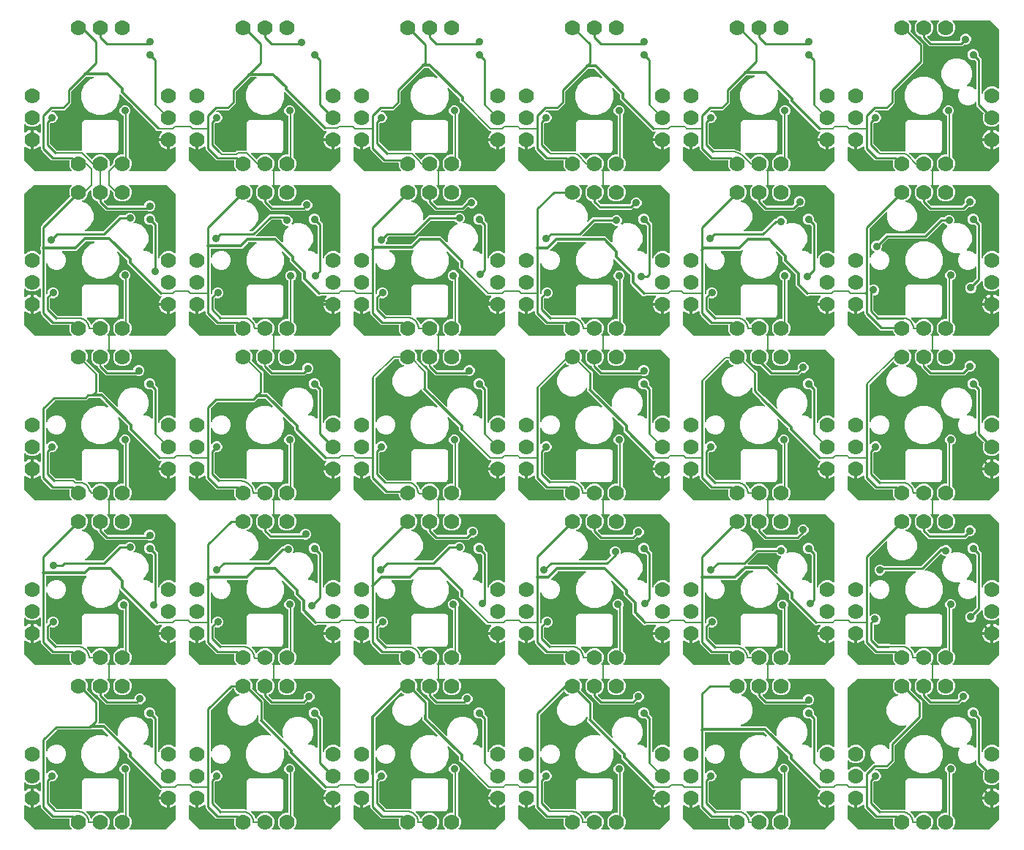
<source format=gbr>
G04 EAGLE Gerber RS-274X export*
G75*
%MOMM*%
%FSLAX34Y34*%
%LPD*%
%INBottom Copper*%
%IPPOS*%
%AMOC8*
5,1,8,0,0,1.08239X$1,22.5*%
G01*
%ADD10C,1.778000*%
%ADD11C,0.906400*%
%ADD12C,0.177800*%
%ADD13C,0.254000*%
%ADD14C,0.203200*%
%ADD15C,0.304800*%

G36*
X969227Y-468241D02*
X969227Y-468241D01*
X969279Y-468242D01*
X969358Y-468221D01*
X969439Y-468208D01*
X969485Y-468186D01*
X969535Y-468172D01*
X969604Y-468128D01*
X969678Y-468093D01*
X969716Y-468058D01*
X969759Y-468030D01*
X969812Y-467967D01*
X969872Y-467911D01*
X969898Y-467867D01*
X969931Y-467827D01*
X969964Y-467752D01*
X970004Y-467681D01*
X970016Y-467630D01*
X970036Y-467583D01*
X970044Y-467501D01*
X970062Y-467421D01*
X970058Y-467370D01*
X970063Y-467318D01*
X970047Y-467238D01*
X970040Y-467156D01*
X970021Y-467108D01*
X970011Y-467058D01*
X969983Y-467014D01*
X969941Y-466909D01*
X969828Y-466770D01*
X969804Y-466732D01*
X968855Y-465783D01*
X967231Y-461862D01*
X967231Y-457618D01*
X968855Y-453697D01*
X971857Y-450695D01*
X975778Y-449071D01*
X978662Y-449071D01*
X978764Y-449056D01*
X978866Y-449048D01*
X978894Y-449036D01*
X978925Y-449031D01*
X979017Y-448987D01*
X979113Y-448949D01*
X979136Y-448929D01*
X979164Y-448916D01*
X979239Y-448846D01*
X979319Y-448781D01*
X979336Y-448755D01*
X979358Y-448734D01*
X979409Y-448646D01*
X979466Y-448560D01*
X979472Y-448536D01*
X979490Y-448504D01*
X979548Y-448244D01*
X979545Y-448206D01*
X979550Y-448183D01*
X979550Y-403373D01*
X979547Y-403352D01*
X979549Y-403331D01*
X979529Y-403228D01*
X979527Y-403202D01*
X979523Y-403194D01*
X979510Y-403110D01*
X979501Y-403091D01*
X979497Y-403071D01*
X979473Y-403032D01*
X979395Y-402871D01*
X979318Y-402788D01*
X979290Y-402745D01*
X978265Y-401720D01*
X977304Y-399400D01*
X977304Y-396890D01*
X978265Y-394570D01*
X980040Y-392795D01*
X982360Y-391834D01*
X984870Y-391834D01*
X987190Y-392795D01*
X988965Y-394570D01*
X989926Y-396890D01*
X989926Y-399400D01*
X988965Y-401720D01*
X987190Y-403495D01*
X985688Y-404117D01*
X985635Y-404149D01*
X985577Y-404172D01*
X985522Y-404217D01*
X985460Y-404254D01*
X985419Y-404301D01*
X985371Y-404340D01*
X985331Y-404399D01*
X985284Y-404453D01*
X985258Y-404509D01*
X985224Y-404561D01*
X985213Y-404608D01*
X985174Y-404695D01*
X985147Y-404907D01*
X985140Y-404938D01*
X985140Y-451524D01*
X985143Y-451545D01*
X985141Y-451566D01*
X985163Y-451676D01*
X985180Y-451787D01*
X985189Y-451806D01*
X985193Y-451826D01*
X985217Y-451865D01*
X985295Y-452026D01*
X985372Y-452108D01*
X985400Y-452152D01*
X986945Y-453697D01*
X988569Y-457618D01*
X988569Y-461862D01*
X986945Y-465783D01*
X985996Y-466732D01*
X985965Y-466773D01*
X985928Y-466809D01*
X985887Y-466880D01*
X985838Y-466946D01*
X985821Y-466995D01*
X985796Y-467039D01*
X985778Y-467119D01*
X985751Y-467197D01*
X985749Y-467249D01*
X985738Y-467299D01*
X985745Y-467381D01*
X985742Y-467463D01*
X985755Y-467512D01*
X985760Y-467564D01*
X985790Y-467640D01*
X985812Y-467719D01*
X985839Y-467763D01*
X985859Y-467811D01*
X985910Y-467874D01*
X985954Y-467943D01*
X985994Y-467977D01*
X986026Y-468017D01*
X986094Y-468062D01*
X986157Y-468115D01*
X986204Y-468136D01*
X986247Y-468164D01*
X986298Y-468176D01*
X986401Y-468220D01*
X986580Y-468238D01*
X986624Y-468248D01*
X1027430Y-468248D01*
X1027451Y-468245D01*
X1027472Y-468247D01*
X1027582Y-468225D01*
X1027693Y-468208D01*
X1027712Y-468199D01*
X1027732Y-468195D01*
X1027771Y-468171D01*
X1027932Y-468093D01*
X1028015Y-468016D01*
X1028058Y-467988D01*
X1039488Y-456558D01*
X1039501Y-456541D01*
X1039517Y-456528D01*
X1039579Y-456434D01*
X1039646Y-456344D01*
X1039653Y-456324D01*
X1039664Y-456307D01*
X1039674Y-456262D01*
X1039733Y-456093D01*
X1039737Y-455980D01*
X1039748Y-455930D01*
X1039748Y-441491D01*
X1039731Y-441377D01*
X1039719Y-441263D01*
X1039711Y-441246D01*
X1039708Y-441228D01*
X1039658Y-441125D01*
X1039613Y-441019D01*
X1039601Y-441005D01*
X1039593Y-440989D01*
X1039514Y-440905D01*
X1039440Y-440818D01*
X1039424Y-440808D01*
X1039411Y-440794D01*
X1039312Y-440737D01*
X1039215Y-440676D01*
X1039197Y-440672D01*
X1039181Y-440662D01*
X1039069Y-440638D01*
X1038958Y-440608D01*
X1038939Y-440609D01*
X1038921Y-440605D01*
X1038807Y-440614D01*
X1038692Y-440619D01*
X1038679Y-440624D01*
X1038656Y-440626D01*
X1038409Y-440725D01*
X1038367Y-440759D01*
X1038338Y-440772D01*
X1037231Y-441576D01*
X1035628Y-442393D01*
X1033917Y-442949D01*
X1033017Y-443092D01*
X1033017Y-432689D01*
X1033002Y-432588D01*
X1032993Y-432485D01*
X1032982Y-432457D01*
X1032977Y-432426D01*
X1032933Y-432334D01*
X1032894Y-432239D01*
X1032875Y-432215D01*
X1032862Y-432187D01*
X1032792Y-432112D01*
X1032727Y-432032D01*
X1032701Y-432015D01*
X1032680Y-431993D01*
X1032591Y-431942D01*
X1032506Y-431885D01*
X1032482Y-431880D01*
X1032450Y-431861D01*
X1032190Y-431803D01*
X1032152Y-431806D01*
X1032129Y-431801D01*
X1031239Y-431801D01*
X1031239Y-431799D01*
X1032129Y-431799D01*
X1032230Y-431784D01*
X1032333Y-431775D01*
X1032361Y-431764D01*
X1032392Y-431759D01*
X1032484Y-431715D01*
X1032579Y-431676D01*
X1032603Y-431657D01*
X1032631Y-431644D01*
X1032706Y-431574D01*
X1032786Y-431509D01*
X1032803Y-431483D01*
X1032825Y-431462D01*
X1032876Y-431373D01*
X1032933Y-431288D01*
X1032939Y-431264D01*
X1032957Y-431231D01*
X1033015Y-430972D01*
X1033012Y-430934D01*
X1033017Y-430911D01*
X1033017Y-420508D01*
X1033917Y-420651D01*
X1035628Y-421207D01*
X1037231Y-422024D01*
X1038338Y-422828D01*
X1038440Y-422880D01*
X1038539Y-422938D01*
X1038557Y-422942D01*
X1038574Y-422950D01*
X1038687Y-422970D01*
X1038799Y-422995D01*
X1038817Y-422994D01*
X1038836Y-422997D01*
X1038950Y-422983D01*
X1039064Y-422974D01*
X1039081Y-422967D01*
X1039099Y-422965D01*
X1039204Y-422917D01*
X1039311Y-422875D01*
X1039325Y-422863D01*
X1039342Y-422855D01*
X1039428Y-422780D01*
X1039517Y-422707D01*
X1039527Y-422692D01*
X1039541Y-422679D01*
X1039601Y-422582D01*
X1039664Y-422486D01*
X1039668Y-422472D01*
X1039679Y-422452D01*
X1039744Y-422195D01*
X1039741Y-422142D01*
X1039746Y-422120D01*
X1039746Y-422119D01*
X1039748Y-422109D01*
X1039748Y-415124D01*
X1039741Y-415073D01*
X1039742Y-415021D01*
X1039721Y-414942D01*
X1039708Y-414861D01*
X1039686Y-414815D01*
X1039672Y-414765D01*
X1039628Y-414696D01*
X1039593Y-414622D01*
X1039558Y-414584D01*
X1039530Y-414541D01*
X1039467Y-414488D01*
X1039411Y-414428D01*
X1039367Y-414402D01*
X1039327Y-414369D01*
X1039252Y-414336D01*
X1039181Y-414296D01*
X1039130Y-414284D01*
X1039083Y-414264D01*
X1039001Y-414256D01*
X1038921Y-414238D01*
X1038870Y-414242D01*
X1038818Y-414237D01*
X1038738Y-414253D01*
X1038656Y-414260D01*
X1038608Y-414279D01*
X1038558Y-414289D01*
X1038514Y-414317D01*
X1038409Y-414359D01*
X1038270Y-414472D01*
X1038232Y-414496D01*
X1037283Y-415445D01*
X1033362Y-417069D01*
X1029118Y-417069D01*
X1025197Y-415445D01*
X1022195Y-412443D01*
X1020571Y-408522D01*
X1020571Y-404278D01*
X1021585Y-401832D01*
X1021599Y-401771D01*
X1021624Y-401714D01*
X1021631Y-401643D01*
X1021648Y-401574D01*
X1021645Y-401512D01*
X1021651Y-401450D01*
X1021637Y-401380D01*
X1021633Y-401308D01*
X1021611Y-401250D01*
X1021599Y-401189D01*
X1021573Y-401149D01*
X1021540Y-401059D01*
X1021409Y-400890D01*
X1021392Y-400864D01*
X1015175Y-394646D01*
X1013129Y-392600D01*
X1013129Y-389014D01*
X1013121Y-388963D01*
X1013123Y-388911D01*
X1013101Y-388832D01*
X1013089Y-388751D01*
X1013067Y-388705D01*
X1013053Y-388655D01*
X1013009Y-388585D01*
X1012973Y-388512D01*
X1012938Y-388474D01*
X1012910Y-388430D01*
X1012848Y-388377D01*
X1012792Y-388317D01*
X1012747Y-388292D01*
X1012708Y-388258D01*
X1012632Y-388226D01*
X1012561Y-388185D01*
X1012511Y-388174D01*
X1012463Y-388154D01*
X1012382Y-388145D01*
X1012302Y-388128D01*
X1012250Y-388132D01*
X1012199Y-388126D01*
X1012118Y-388143D01*
X1012037Y-388149D01*
X1011989Y-388168D01*
X1011938Y-388179D01*
X1011895Y-388206D01*
X1011790Y-388248D01*
X1011651Y-388361D01*
X1011612Y-388386D01*
X1009588Y-390410D01*
X1005508Y-392100D01*
X1001092Y-392100D01*
X997012Y-390410D01*
X993890Y-387288D01*
X992200Y-383208D01*
X992200Y-378792D01*
X993890Y-374712D01*
X993953Y-374649D01*
X993983Y-374608D01*
X994021Y-374572D01*
X994062Y-374501D01*
X994111Y-374435D01*
X994128Y-374386D01*
X994153Y-374342D01*
X994171Y-374262D01*
X994198Y-374184D01*
X994200Y-374132D01*
X994211Y-374082D01*
X994204Y-374000D01*
X994207Y-373918D01*
X994193Y-373869D01*
X994189Y-373817D01*
X994159Y-373741D01*
X994137Y-373662D01*
X994110Y-373618D01*
X994090Y-373570D01*
X994038Y-373507D01*
X993995Y-373438D01*
X993955Y-373404D01*
X993923Y-373364D01*
X993854Y-373319D01*
X993792Y-373266D01*
X993745Y-373245D01*
X993702Y-373217D01*
X993651Y-373205D01*
X993548Y-373161D01*
X993369Y-373143D01*
X993325Y-373133D01*
X987112Y-373133D01*
X980669Y-370464D01*
X975736Y-365531D01*
X973067Y-359088D01*
X973067Y-352112D01*
X975736Y-345669D01*
X980669Y-340736D01*
X987112Y-338067D01*
X994088Y-338067D01*
X1000531Y-340736D01*
X1005464Y-345669D01*
X1008133Y-352112D01*
X1008133Y-359088D01*
X1005464Y-365531D01*
X1002612Y-368383D01*
X1002581Y-368425D01*
X1002543Y-368460D01*
X1002503Y-368531D01*
X1002454Y-368597D01*
X1002437Y-368646D01*
X1002411Y-368691D01*
X1002393Y-368771D01*
X1002366Y-368848D01*
X1002365Y-368900D01*
X1002353Y-368950D01*
X1002360Y-369032D01*
X1002357Y-369114D01*
X1002371Y-369164D01*
X1002375Y-369215D01*
X1002406Y-369291D01*
X1002427Y-369371D01*
X1002455Y-369414D01*
X1002474Y-369462D01*
X1002526Y-369526D01*
X1002570Y-369595D01*
X1002609Y-369628D01*
X1002642Y-369668D01*
X1002710Y-369714D01*
X1002772Y-369767D01*
X1002820Y-369787D01*
X1002863Y-369816D01*
X1002913Y-369827D01*
X1003017Y-369871D01*
X1003195Y-369890D01*
X1003240Y-369900D01*
X1005508Y-369900D01*
X1009588Y-371590D01*
X1011612Y-373614D01*
X1011654Y-373645D01*
X1011689Y-373683D01*
X1011760Y-373723D01*
X1011826Y-373772D01*
X1011875Y-373789D01*
X1011920Y-373815D01*
X1012000Y-373832D01*
X1012077Y-373859D01*
X1012129Y-373861D01*
X1012179Y-373872D01*
X1012261Y-373866D01*
X1012343Y-373869D01*
X1012393Y-373855D01*
X1012444Y-373851D01*
X1012520Y-373820D01*
X1012600Y-373799D01*
X1012643Y-373771D01*
X1012691Y-373752D01*
X1012755Y-373700D01*
X1012824Y-373656D01*
X1012857Y-373617D01*
X1012897Y-373584D01*
X1012943Y-373516D01*
X1012996Y-373453D01*
X1013016Y-373406D01*
X1013045Y-373363D01*
X1013056Y-373313D01*
X1013100Y-373209D01*
X1013119Y-373031D01*
X1013129Y-372986D01*
X1013129Y-341533D01*
X1013126Y-341513D01*
X1013128Y-341492D01*
X1013106Y-341381D01*
X1013089Y-341270D01*
X1013080Y-341252D01*
X1013076Y-341231D01*
X1013051Y-341192D01*
X1012973Y-341031D01*
X1012896Y-340949D01*
X1012869Y-340905D01*
X1011851Y-339888D01*
X1011801Y-339851D01*
X1011758Y-339806D01*
X1011695Y-339772D01*
X1011637Y-339730D01*
X1011578Y-339709D01*
X1011524Y-339680D01*
X1011454Y-339666D01*
X1011386Y-339642D01*
X1011324Y-339640D01*
X1011263Y-339628D01*
X1011216Y-339637D01*
X1011120Y-339633D01*
X1010928Y-339686D01*
X1008395Y-339686D01*
X1006075Y-338725D01*
X1004300Y-336950D01*
X1003339Y-334630D01*
X1003339Y-332120D01*
X1004300Y-329800D01*
X1006075Y-328025D01*
X1008395Y-327064D01*
X1010905Y-327064D01*
X1013225Y-328025D01*
X1015000Y-329800D01*
X1015961Y-332120D01*
X1015961Y-334645D01*
X1015955Y-334668D01*
X1015931Y-334725D01*
X1015923Y-334796D01*
X1015906Y-334866D01*
X1015910Y-334928D01*
X1015903Y-334990D01*
X1015917Y-335060D01*
X1015922Y-335131D01*
X1015943Y-335189D01*
X1015955Y-335250D01*
X1015981Y-335291D01*
X1016015Y-335380D01*
X1016146Y-335550D01*
X1016163Y-335576D01*
X1017180Y-336594D01*
X1019226Y-338640D01*
X1019226Y-377660D01*
X1019240Y-377751D01*
X1019245Y-377843D01*
X1019260Y-377882D01*
X1019266Y-377922D01*
X1019306Y-378005D01*
X1019339Y-378092D01*
X1019364Y-378125D01*
X1019382Y-378162D01*
X1019445Y-378229D01*
X1019501Y-378302D01*
X1019535Y-378326D01*
X1019563Y-378356D01*
X1019643Y-378402D01*
X1019719Y-378455D01*
X1019758Y-378468D01*
X1019794Y-378488D01*
X1019884Y-378508D01*
X1019972Y-378536D01*
X1020013Y-378537D01*
X1020053Y-378546D01*
X1020145Y-378538D01*
X1020238Y-378539D01*
X1020277Y-378527D01*
X1020318Y-378524D01*
X1020404Y-378490D01*
X1020493Y-378463D01*
X1020527Y-378440D01*
X1020565Y-378425D01*
X1020620Y-378380D01*
X1020622Y-378379D01*
X1020627Y-378375D01*
X1020637Y-378367D01*
X1020713Y-378315D01*
X1020731Y-378290D01*
X1020771Y-378257D01*
X1020802Y-378211D01*
X1020816Y-378198D01*
X1020848Y-378143D01*
X1020919Y-378036D01*
X1020923Y-378016D01*
X1020935Y-377999D01*
X1022195Y-374957D01*
X1025197Y-371955D01*
X1029118Y-370331D01*
X1033362Y-370331D01*
X1037283Y-371955D01*
X1038232Y-372904D01*
X1038273Y-372935D01*
X1038309Y-372972D01*
X1038380Y-373013D01*
X1038446Y-373062D01*
X1038495Y-373079D01*
X1038539Y-373104D01*
X1038619Y-373122D01*
X1038697Y-373149D01*
X1038749Y-373151D01*
X1038799Y-373162D01*
X1038881Y-373155D01*
X1038963Y-373158D01*
X1039012Y-373145D01*
X1039064Y-373140D01*
X1039140Y-373110D01*
X1039219Y-373088D01*
X1039263Y-373061D01*
X1039311Y-373041D01*
X1039374Y-372990D01*
X1039443Y-372946D01*
X1039477Y-372906D01*
X1039517Y-372874D01*
X1039562Y-372806D01*
X1039615Y-372743D01*
X1039636Y-372696D01*
X1039664Y-372653D01*
X1039676Y-372602D01*
X1039720Y-372499D01*
X1039738Y-372320D01*
X1039748Y-372276D01*
X1039748Y-304800D01*
X1039745Y-304779D01*
X1039747Y-304758D01*
X1039730Y-304671D01*
X1039725Y-304606D01*
X1039716Y-304584D01*
X1039708Y-304537D01*
X1039699Y-304518D01*
X1039695Y-304498D01*
X1039671Y-304459D01*
X1039640Y-304395D01*
X1039626Y-304360D01*
X1039618Y-304351D01*
X1039593Y-304298D01*
X1039516Y-304215D01*
X1039488Y-304172D01*
X1029328Y-294012D01*
X1029311Y-293999D01*
X1029298Y-293983D01*
X1029204Y-293921D01*
X1029114Y-293854D01*
X1029094Y-293847D01*
X1029077Y-293836D01*
X1029032Y-293826D01*
X1028863Y-293767D01*
X1028750Y-293763D01*
X1028700Y-293752D01*
X986624Y-293752D01*
X986573Y-293759D01*
X986521Y-293758D01*
X986442Y-293779D01*
X986361Y-293792D01*
X986315Y-293814D01*
X986265Y-293828D01*
X986196Y-293872D01*
X986122Y-293907D01*
X986084Y-293943D01*
X986041Y-293970D01*
X985988Y-294033D01*
X985928Y-294089D01*
X985902Y-294133D01*
X985869Y-294173D01*
X985836Y-294248D01*
X985796Y-294319D01*
X985784Y-294370D01*
X985764Y-294417D01*
X985756Y-294499D01*
X985738Y-294579D01*
X985742Y-294630D01*
X985737Y-294682D01*
X985753Y-294762D01*
X985760Y-294844D01*
X985779Y-294892D01*
X985789Y-294942D01*
X985817Y-294986D01*
X985859Y-295091D01*
X985972Y-295230D01*
X985996Y-295268D01*
X986945Y-296217D01*
X988569Y-300138D01*
X988569Y-304382D01*
X986945Y-308303D01*
X983943Y-311305D01*
X980022Y-312929D01*
X975778Y-312929D01*
X971857Y-311305D01*
X968855Y-308303D01*
X967231Y-304382D01*
X967231Y-300138D01*
X968855Y-296217D01*
X969804Y-295268D01*
X969835Y-295227D01*
X969872Y-295191D01*
X969913Y-295120D01*
X969962Y-295054D01*
X969979Y-295005D01*
X970004Y-294961D01*
X970022Y-294881D01*
X970049Y-294803D01*
X970051Y-294752D01*
X970062Y-294701D01*
X970055Y-294619D01*
X970058Y-294537D01*
X970045Y-294488D01*
X970040Y-294436D01*
X970010Y-294360D01*
X969988Y-294281D01*
X969961Y-294237D01*
X969941Y-294189D01*
X969890Y-294126D01*
X969846Y-294057D01*
X969807Y-294023D01*
X969774Y-293983D01*
X969706Y-293938D01*
X969643Y-293885D01*
X969596Y-293864D01*
X969553Y-293836D01*
X969502Y-293824D01*
X969399Y-293780D01*
X969220Y-293762D01*
X969176Y-293752D01*
X961224Y-293752D01*
X961173Y-293759D01*
X961121Y-293758D01*
X961042Y-293779D01*
X960961Y-293792D01*
X960915Y-293814D01*
X960865Y-293828D01*
X960796Y-293872D01*
X960722Y-293907D01*
X960684Y-293943D01*
X960641Y-293970D01*
X960588Y-294033D01*
X960528Y-294089D01*
X960502Y-294133D01*
X960469Y-294173D01*
X960436Y-294248D01*
X960396Y-294319D01*
X960384Y-294370D01*
X960364Y-294417D01*
X960356Y-294499D01*
X960338Y-294579D01*
X960342Y-294630D01*
X960337Y-294682D01*
X960353Y-294762D01*
X960360Y-294844D01*
X960379Y-294892D01*
X960389Y-294942D01*
X960417Y-294986D01*
X960459Y-295091D01*
X960572Y-295230D01*
X960596Y-295268D01*
X961545Y-296217D01*
X963169Y-300138D01*
X963169Y-304382D01*
X961545Y-308303D01*
X958543Y-311305D01*
X957309Y-311816D01*
X957300Y-311821D01*
X957290Y-311824D01*
X957186Y-311890D01*
X957082Y-311953D01*
X957075Y-311961D01*
X957066Y-311967D01*
X956986Y-312060D01*
X956905Y-312152D01*
X956900Y-312161D01*
X956894Y-312169D01*
X956846Y-312282D01*
X956795Y-312393D01*
X956793Y-312404D01*
X956789Y-312414D01*
X956777Y-312536D01*
X956761Y-312657D01*
X956763Y-312667D01*
X956762Y-312678D01*
X956786Y-312798D01*
X956807Y-312919D01*
X956812Y-312928D01*
X956814Y-312939D01*
X956831Y-312965D01*
X956928Y-313156D01*
X956995Y-313224D01*
X957021Y-313264D01*
X961123Y-317366D01*
X961140Y-317379D01*
X961153Y-317395D01*
X961246Y-317457D01*
X961337Y-317524D01*
X961356Y-317531D01*
X961374Y-317542D01*
X961418Y-317552D01*
X961588Y-317611D01*
X961700Y-317615D01*
X961751Y-317626D01*
X996589Y-317626D01*
X996610Y-317623D01*
X996631Y-317625D01*
X996741Y-317603D01*
X996852Y-317586D01*
X996871Y-317577D01*
X996892Y-317573D01*
X996930Y-317549D01*
X997091Y-317471D01*
X997174Y-317394D01*
X997217Y-317366D01*
X999327Y-315256D01*
X999364Y-315206D01*
X999409Y-315163D01*
X999443Y-315100D01*
X999485Y-315042D01*
X999506Y-314983D01*
X999535Y-314929D01*
X999549Y-314859D01*
X999573Y-314791D01*
X999575Y-314729D01*
X999587Y-314668D01*
X999578Y-314621D01*
X999582Y-314525D01*
X999546Y-314394D01*
X999544Y-314377D01*
X999535Y-314353D01*
X999529Y-314333D01*
X999529Y-311800D01*
X1000490Y-309480D01*
X1002265Y-307705D01*
X1004585Y-306744D01*
X1007095Y-306744D01*
X1009415Y-307705D01*
X1011190Y-309480D01*
X1012151Y-311800D01*
X1012151Y-314310D01*
X1011190Y-316630D01*
X1009415Y-318405D01*
X1007095Y-319366D01*
X1004570Y-319366D01*
X1004547Y-319360D01*
X1004490Y-319336D01*
X1004419Y-319328D01*
X1004349Y-319311D01*
X1004287Y-319315D01*
X1004225Y-319308D01*
X1004155Y-319322D01*
X1004084Y-319327D01*
X1004026Y-319348D01*
X1003965Y-319360D01*
X1003924Y-319386D01*
X1003835Y-319420D01*
X1003665Y-319551D01*
X1003639Y-319568D01*
X999483Y-323724D01*
X958857Y-323724D01*
X949451Y-314318D01*
X949451Y-313138D01*
X949442Y-313077D01*
X949443Y-313015D01*
X949422Y-312946D01*
X949411Y-312876D01*
X949385Y-312820D01*
X949367Y-312760D01*
X949327Y-312701D01*
X949296Y-312636D01*
X949253Y-312591D01*
X949219Y-312539D01*
X949180Y-312512D01*
X949114Y-312442D01*
X948928Y-312336D01*
X948903Y-312318D01*
X946457Y-311305D01*
X943455Y-308303D01*
X941831Y-304382D01*
X941831Y-300138D01*
X943455Y-296217D01*
X944404Y-295268D01*
X944435Y-295227D01*
X944472Y-295191D01*
X944513Y-295120D01*
X944562Y-295054D01*
X944579Y-295005D01*
X944604Y-294961D01*
X944622Y-294881D01*
X944649Y-294803D01*
X944651Y-294752D01*
X944662Y-294701D01*
X944655Y-294619D01*
X944658Y-294537D01*
X944645Y-294488D01*
X944640Y-294436D01*
X944610Y-294360D01*
X944588Y-294281D01*
X944561Y-294237D01*
X944541Y-294189D01*
X944490Y-294126D01*
X944446Y-294057D01*
X944407Y-294023D01*
X944374Y-293983D01*
X944306Y-293938D01*
X944243Y-293885D01*
X944196Y-293864D01*
X944153Y-293836D01*
X944102Y-293824D01*
X943999Y-293780D01*
X943820Y-293762D01*
X943776Y-293752D01*
X935824Y-293752D01*
X935773Y-293759D01*
X935721Y-293758D01*
X935642Y-293779D01*
X935561Y-293792D01*
X935515Y-293814D01*
X935465Y-293828D01*
X935396Y-293872D01*
X935322Y-293907D01*
X935284Y-293943D01*
X935241Y-293970D01*
X935188Y-294033D01*
X935128Y-294089D01*
X935102Y-294133D01*
X935069Y-294173D01*
X935036Y-294248D01*
X934996Y-294319D01*
X934984Y-294370D01*
X934964Y-294417D01*
X934956Y-294499D01*
X934938Y-294579D01*
X934942Y-294630D01*
X934937Y-294682D01*
X934953Y-294762D01*
X934960Y-294844D01*
X934979Y-294892D01*
X934989Y-294942D01*
X935017Y-294986D01*
X935059Y-295091D01*
X935172Y-295230D01*
X935196Y-295268D01*
X936145Y-296217D01*
X937769Y-300138D01*
X937769Y-304382D01*
X936145Y-308303D01*
X933143Y-311305D01*
X932202Y-311695D01*
X932157Y-311721D01*
X932109Y-311739D01*
X932044Y-311790D01*
X931974Y-311832D01*
X931940Y-311870D01*
X931899Y-311902D01*
X931852Y-311969D01*
X931797Y-312030D01*
X931776Y-312077D01*
X931746Y-312120D01*
X931721Y-312198D01*
X931687Y-312272D01*
X931681Y-312324D01*
X931665Y-312373D01*
X931664Y-312455D01*
X931654Y-312536D01*
X931662Y-312587D01*
X931662Y-312639D01*
X931685Y-312717D01*
X931699Y-312798D01*
X931723Y-312844D01*
X931738Y-312893D01*
X931783Y-312961D01*
X931821Y-313034D01*
X931857Y-313071D01*
X931886Y-313114D01*
X931928Y-313144D01*
X932007Y-313224D01*
X932164Y-313310D01*
X932202Y-313336D01*
X937031Y-315336D01*
X941964Y-320269D01*
X944633Y-326712D01*
X944633Y-333688D01*
X941964Y-340131D01*
X937031Y-345064D01*
X930588Y-347733D01*
X923612Y-347733D01*
X917169Y-345064D01*
X912236Y-340131D01*
X909567Y-333688D01*
X909567Y-326712D01*
X912236Y-320269D01*
X917169Y-315336D01*
X921998Y-313336D01*
X922043Y-313309D01*
X922091Y-313291D01*
X922156Y-313241D01*
X922226Y-313199D01*
X922260Y-313160D01*
X922301Y-313128D01*
X922348Y-313061D01*
X922403Y-313000D01*
X922424Y-312953D01*
X922454Y-312911D01*
X922479Y-312833D01*
X922513Y-312758D01*
X922519Y-312707D01*
X922535Y-312658D01*
X922536Y-312576D01*
X922546Y-312494D01*
X922538Y-312444D01*
X922538Y-312392D01*
X922515Y-312313D01*
X922501Y-312233D01*
X922477Y-312187D01*
X922462Y-312137D01*
X922417Y-312069D01*
X922379Y-311996D01*
X922343Y-311959D01*
X922314Y-311916D01*
X922272Y-311887D01*
X922193Y-311806D01*
X922036Y-311721D01*
X921998Y-311695D01*
X921057Y-311305D01*
X918055Y-308303D01*
X917944Y-308035D01*
X917939Y-308026D01*
X917936Y-308016D01*
X917870Y-307913D01*
X917807Y-307808D01*
X917799Y-307801D01*
X917794Y-307792D01*
X917700Y-307712D01*
X917609Y-307631D01*
X917599Y-307626D01*
X917591Y-307620D01*
X917478Y-307572D01*
X917367Y-307521D01*
X917356Y-307519D01*
X917347Y-307515D01*
X917224Y-307503D01*
X917103Y-307487D01*
X917093Y-307489D01*
X917082Y-307488D01*
X916962Y-307512D01*
X916841Y-307533D01*
X916832Y-307538D01*
X916821Y-307540D01*
X916795Y-307557D01*
X916605Y-307654D01*
X916536Y-307721D01*
X916496Y-307747D01*
X889769Y-334474D01*
X889756Y-334491D01*
X889740Y-334504D01*
X889678Y-334598D01*
X889611Y-334688D01*
X889604Y-334708D01*
X889593Y-334725D01*
X889583Y-334770D01*
X889524Y-334939D01*
X889520Y-335052D01*
X889509Y-335102D01*
X889509Y-376961D01*
X889523Y-377052D01*
X889528Y-377144D01*
X889542Y-377183D01*
X889549Y-377223D01*
X889589Y-377306D01*
X889621Y-377393D01*
X889646Y-377425D01*
X889664Y-377463D01*
X889727Y-377530D01*
X889784Y-377603D01*
X889817Y-377627D01*
X889846Y-377657D01*
X889926Y-377703D01*
X890001Y-377756D01*
X890041Y-377768D01*
X890076Y-377789D01*
X890166Y-377809D01*
X890254Y-377837D01*
X890296Y-377838D01*
X890336Y-377847D01*
X890428Y-377839D01*
X890520Y-377840D01*
X890560Y-377828D01*
X890601Y-377825D01*
X890686Y-377791D01*
X890775Y-377764D01*
X890809Y-377741D01*
X890848Y-377726D01*
X890919Y-377668D01*
X890996Y-377616D01*
X891014Y-377591D01*
X891054Y-377558D01*
X891201Y-377337D01*
X891206Y-377317D01*
X891218Y-377300D01*
X892290Y-374712D01*
X895412Y-371590D01*
X899492Y-369900D01*
X903908Y-369900D01*
X907988Y-371590D01*
X911110Y-374712D01*
X912800Y-378792D01*
X912800Y-383208D01*
X911110Y-387288D01*
X907988Y-390410D01*
X903908Y-392100D01*
X899492Y-392100D01*
X895412Y-390410D01*
X892290Y-387288D01*
X891218Y-384700D01*
X891170Y-384621D01*
X891130Y-384537D01*
X891102Y-384507D01*
X891080Y-384472D01*
X891011Y-384411D01*
X890948Y-384343D01*
X890912Y-384323D01*
X890882Y-384295D01*
X890798Y-384257D01*
X890718Y-384211D01*
X890677Y-384202D01*
X890640Y-384185D01*
X890548Y-384173D01*
X890458Y-384153D01*
X890417Y-384157D01*
X890376Y-384151D01*
X890285Y-384167D01*
X890193Y-384175D01*
X890155Y-384190D01*
X890114Y-384197D01*
X890032Y-384240D01*
X889946Y-384274D01*
X889914Y-384300D01*
X889878Y-384319D01*
X889812Y-384383D01*
X889740Y-384442D01*
X889717Y-384476D01*
X889688Y-384505D01*
X889644Y-384586D01*
X889593Y-384663D01*
X889586Y-384693D01*
X889561Y-384738D01*
X889510Y-384999D01*
X889513Y-385019D01*
X889509Y-385039D01*
X889509Y-402612D01*
X889523Y-402703D01*
X889528Y-402795D01*
X889542Y-402834D01*
X889549Y-402875D01*
X889589Y-402958D01*
X889621Y-403044D01*
X889646Y-403077D01*
X889664Y-403114D01*
X889727Y-403182D01*
X889784Y-403255D01*
X889818Y-403278D01*
X889846Y-403308D01*
X889926Y-403354D01*
X890001Y-403407D01*
X890041Y-403420D01*
X890076Y-403440D01*
X890167Y-403460D01*
X890255Y-403489D01*
X890296Y-403489D01*
X890336Y-403498D01*
X890428Y-403491D01*
X890520Y-403492D01*
X890560Y-403480D01*
X890601Y-403476D01*
X890687Y-403442D01*
X890775Y-403416D01*
X890809Y-403393D01*
X890848Y-403377D01*
X890919Y-403319D01*
X890996Y-403268D01*
X891014Y-403242D01*
X891054Y-403210D01*
X891201Y-402989D01*
X891206Y-402969D01*
X891218Y-402952D01*
X891270Y-402825D01*
X893045Y-401050D01*
X895365Y-400089D01*
X897875Y-400089D01*
X900195Y-401050D01*
X901970Y-402825D01*
X902931Y-405145D01*
X902931Y-407655D01*
X901970Y-409975D01*
X900195Y-411750D01*
X897875Y-412711D01*
X895319Y-412711D01*
X895297Y-412706D01*
X895178Y-412676D01*
X895168Y-412677D01*
X895157Y-412675D01*
X895035Y-412685D01*
X894913Y-412692D01*
X894903Y-412695D01*
X894892Y-412696D01*
X894779Y-412742D01*
X894664Y-412785D01*
X894655Y-412791D01*
X894645Y-412795D01*
X894550Y-412873D01*
X894454Y-412947D01*
X894447Y-412956D01*
X894439Y-412963D01*
X894371Y-413065D01*
X894301Y-413165D01*
X894298Y-413175D01*
X894292Y-413184D01*
X894285Y-413215D01*
X894219Y-413418D01*
X894218Y-413514D01*
X894208Y-413561D01*
X894208Y-436138D01*
X894211Y-436159D01*
X894209Y-436180D01*
X894231Y-436290D01*
X894248Y-436401D01*
X894257Y-436420D01*
X894261Y-436441D01*
X894285Y-436479D01*
X894363Y-436640D01*
X894440Y-436723D01*
X894468Y-436766D01*
X902449Y-444747D01*
X902466Y-444760D01*
X902479Y-444776D01*
X902572Y-444838D01*
X902663Y-444905D01*
X902682Y-444912D01*
X902700Y-444923D01*
X902744Y-444933D01*
X902914Y-444992D01*
X903026Y-444996D01*
X903077Y-445007D01*
X930579Y-445007D01*
X930681Y-444992D01*
X930783Y-444984D01*
X930811Y-444972D01*
X930842Y-444967D01*
X930934Y-444923D01*
X931030Y-444885D01*
X931053Y-444865D01*
X931081Y-444852D01*
X931156Y-444782D01*
X931236Y-444717D01*
X931253Y-444691D01*
X931275Y-444670D01*
X931326Y-444581D01*
X931383Y-444496D01*
X931389Y-444472D01*
X931407Y-444440D01*
X931465Y-444180D01*
X931462Y-444142D01*
X931467Y-444119D01*
X931467Y-411909D01*
X932548Y-410038D01*
X934419Y-408957D01*
X970581Y-408957D01*
X972452Y-410038D01*
X973533Y-411909D01*
X973533Y-444071D01*
X972452Y-445942D01*
X970581Y-447023D01*
X938497Y-447023D01*
X938446Y-447030D01*
X938395Y-447029D01*
X938315Y-447050D01*
X938234Y-447063D01*
X938188Y-447085D01*
X938138Y-447099D01*
X938069Y-447143D01*
X937995Y-447178D01*
X937957Y-447213D01*
X937914Y-447241D01*
X937861Y-447304D01*
X937801Y-447360D01*
X937775Y-447404D01*
X937742Y-447444D01*
X937710Y-447519D01*
X937669Y-447590D01*
X937658Y-447641D01*
X937637Y-447688D01*
X937629Y-447770D01*
X937611Y-447850D01*
X937615Y-447901D01*
X937610Y-447953D01*
X937626Y-448033D01*
X937633Y-448115D01*
X937652Y-448163D01*
X937662Y-448213D01*
X937690Y-448257D01*
X937732Y-448362D01*
X937845Y-448501D01*
X937869Y-448539D01*
X940725Y-451395D01*
X941746Y-453861D01*
X941773Y-453905D01*
X941791Y-453953D01*
X941841Y-454018D01*
X941884Y-454088D01*
X941922Y-454123D01*
X941954Y-454164D01*
X942021Y-454211D01*
X942082Y-454265D01*
X942129Y-454287D01*
X942171Y-454316D01*
X942249Y-454341D01*
X942324Y-454375D01*
X942375Y-454382D01*
X942424Y-454398D01*
X942506Y-454399D01*
X942588Y-454409D01*
X942638Y-454400D01*
X942690Y-454401D01*
X942769Y-454377D01*
X942850Y-454363D01*
X942895Y-454339D01*
X942945Y-454325D01*
X943013Y-454279D01*
X943086Y-454242D01*
X943123Y-454206D01*
X943166Y-454177D01*
X943195Y-454135D01*
X943276Y-454056D01*
X943361Y-453898D01*
X943388Y-453861D01*
X943456Y-453697D01*
X946457Y-450695D01*
X950378Y-449071D01*
X954622Y-449071D01*
X958543Y-450695D01*
X961545Y-453697D01*
X963169Y-457618D01*
X963169Y-461862D01*
X961545Y-465783D01*
X960596Y-466732D01*
X960565Y-466773D01*
X960528Y-466809D01*
X960487Y-466880D01*
X960438Y-466946D01*
X960421Y-466995D01*
X960396Y-467039D01*
X960378Y-467119D01*
X960351Y-467197D01*
X960349Y-467249D01*
X960338Y-467299D01*
X960345Y-467381D01*
X960342Y-467463D01*
X960355Y-467512D01*
X960360Y-467564D01*
X960390Y-467640D01*
X960412Y-467719D01*
X960439Y-467763D01*
X960459Y-467811D01*
X960510Y-467874D01*
X960554Y-467943D01*
X960594Y-467977D01*
X960626Y-468017D01*
X960694Y-468062D01*
X960757Y-468115D01*
X960804Y-468136D01*
X960847Y-468164D01*
X960898Y-468176D01*
X961001Y-468220D01*
X961180Y-468238D01*
X961224Y-468248D01*
X969176Y-468248D01*
X969227Y-468241D01*
G37*
G36*
X969227Y-849241D02*
X969227Y-849241D01*
X969279Y-849242D01*
X969358Y-849221D01*
X969439Y-849208D01*
X969485Y-849186D01*
X969535Y-849172D01*
X969604Y-849128D01*
X969678Y-849093D01*
X969716Y-849058D01*
X969759Y-849030D01*
X969812Y-848967D01*
X969872Y-848911D01*
X969898Y-848867D01*
X969931Y-848827D01*
X969964Y-848752D01*
X970004Y-848681D01*
X970016Y-848630D01*
X970036Y-848583D01*
X970044Y-848501D01*
X970062Y-848421D01*
X970058Y-848370D01*
X970063Y-848318D01*
X970047Y-848238D01*
X970040Y-848156D01*
X970021Y-848108D01*
X970011Y-848058D01*
X969983Y-848014D01*
X969941Y-847909D01*
X969828Y-847770D01*
X969804Y-847732D01*
X968855Y-846783D01*
X967231Y-842862D01*
X967231Y-838618D01*
X968855Y-834697D01*
X971857Y-831695D01*
X975778Y-830071D01*
X978662Y-830071D01*
X978764Y-830056D01*
X978866Y-830048D01*
X978894Y-830036D01*
X978925Y-830031D01*
X979017Y-829987D01*
X979113Y-829949D01*
X979136Y-829929D01*
X979164Y-829916D01*
X979239Y-829846D01*
X979319Y-829781D01*
X979336Y-829755D01*
X979358Y-829734D01*
X979409Y-829646D01*
X979466Y-829560D01*
X979472Y-829536D01*
X979490Y-829504D01*
X979548Y-829244D01*
X979545Y-829206D01*
X979550Y-829183D01*
X979550Y-784373D01*
X979547Y-784352D01*
X979549Y-784331D01*
X979529Y-784228D01*
X979527Y-784202D01*
X979523Y-784194D01*
X979510Y-784110D01*
X979501Y-784091D01*
X979497Y-784071D01*
X979473Y-784032D01*
X979395Y-783871D01*
X979318Y-783788D01*
X979290Y-783745D01*
X978265Y-782720D01*
X977304Y-780400D01*
X977304Y-777890D01*
X978265Y-775570D01*
X980040Y-773795D01*
X982360Y-772834D01*
X984870Y-772834D01*
X987190Y-773795D01*
X988965Y-775570D01*
X989926Y-777890D01*
X989926Y-780400D01*
X988965Y-782720D01*
X987190Y-784495D01*
X985688Y-785117D01*
X985635Y-785149D01*
X985577Y-785172D01*
X985522Y-785217D01*
X985460Y-785254D01*
X985419Y-785301D01*
X985371Y-785340D01*
X985331Y-785399D01*
X985284Y-785453D01*
X985258Y-785509D01*
X985224Y-785561D01*
X985213Y-785608D01*
X985174Y-785695D01*
X985147Y-785907D01*
X985140Y-785938D01*
X985140Y-832524D01*
X985143Y-832545D01*
X985141Y-832566D01*
X985163Y-832676D01*
X985180Y-832787D01*
X985189Y-832806D01*
X985193Y-832826D01*
X985217Y-832865D01*
X985295Y-833026D01*
X985372Y-833108D01*
X985400Y-833152D01*
X986945Y-834697D01*
X988569Y-838618D01*
X988569Y-842862D01*
X986945Y-846783D01*
X985996Y-847732D01*
X985965Y-847773D01*
X985928Y-847809D01*
X985887Y-847880D01*
X985838Y-847946D01*
X985821Y-847995D01*
X985796Y-848039D01*
X985778Y-848119D01*
X985751Y-848197D01*
X985749Y-848249D01*
X985738Y-848299D01*
X985745Y-848381D01*
X985742Y-848463D01*
X985755Y-848512D01*
X985760Y-848564D01*
X985790Y-848640D01*
X985812Y-848719D01*
X985839Y-848763D01*
X985859Y-848811D01*
X985910Y-848874D01*
X985954Y-848943D01*
X985994Y-848977D01*
X986026Y-849017D01*
X986094Y-849062D01*
X986157Y-849115D01*
X986204Y-849136D01*
X986247Y-849164D01*
X986298Y-849176D01*
X986401Y-849220D01*
X986580Y-849238D01*
X986624Y-849248D01*
X1027430Y-849248D01*
X1027451Y-849245D01*
X1027472Y-849247D01*
X1027582Y-849225D01*
X1027693Y-849208D01*
X1027712Y-849199D01*
X1027732Y-849195D01*
X1027771Y-849171D01*
X1027932Y-849093D01*
X1028015Y-849016D01*
X1028058Y-848988D01*
X1039488Y-837558D01*
X1039501Y-837541D01*
X1039517Y-837528D01*
X1039579Y-837434D01*
X1039646Y-837344D01*
X1039653Y-837324D01*
X1039664Y-837307D01*
X1039674Y-837262D01*
X1039733Y-837093D01*
X1039737Y-836980D01*
X1039748Y-836930D01*
X1039748Y-822491D01*
X1039731Y-822377D01*
X1039719Y-822263D01*
X1039711Y-822246D01*
X1039708Y-822228D01*
X1039658Y-822125D01*
X1039613Y-822019D01*
X1039601Y-822005D01*
X1039593Y-821989D01*
X1039514Y-821905D01*
X1039440Y-821818D01*
X1039424Y-821808D01*
X1039411Y-821794D01*
X1039312Y-821737D01*
X1039215Y-821676D01*
X1039197Y-821672D01*
X1039181Y-821662D01*
X1039069Y-821638D01*
X1038958Y-821608D01*
X1038939Y-821609D01*
X1038921Y-821605D01*
X1038807Y-821614D01*
X1038692Y-821619D01*
X1038679Y-821624D01*
X1038656Y-821626D01*
X1038409Y-821725D01*
X1038367Y-821759D01*
X1038338Y-821772D01*
X1037231Y-822576D01*
X1035628Y-823393D01*
X1033917Y-823949D01*
X1033017Y-824092D01*
X1033017Y-813689D01*
X1033002Y-813588D01*
X1032993Y-813485D01*
X1032982Y-813457D01*
X1032977Y-813426D01*
X1032933Y-813334D01*
X1032894Y-813239D01*
X1032875Y-813215D01*
X1032862Y-813187D01*
X1032792Y-813112D01*
X1032727Y-813032D01*
X1032701Y-813015D01*
X1032680Y-812993D01*
X1032591Y-812942D01*
X1032506Y-812885D01*
X1032482Y-812880D01*
X1032450Y-812861D01*
X1032190Y-812803D01*
X1032152Y-812806D01*
X1032129Y-812801D01*
X1031239Y-812801D01*
X1031239Y-812799D01*
X1032129Y-812799D01*
X1032230Y-812784D01*
X1032333Y-812775D01*
X1032361Y-812764D01*
X1032392Y-812759D01*
X1032484Y-812715D01*
X1032579Y-812676D01*
X1032603Y-812657D01*
X1032631Y-812644D01*
X1032706Y-812574D01*
X1032786Y-812509D01*
X1032803Y-812483D01*
X1032825Y-812462D01*
X1032876Y-812373D01*
X1032933Y-812288D01*
X1032939Y-812264D01*
X1032957Y-812231D01*
X1033015Y-811972D01*
X1033012Y-811934D01*
X1033017Y-811911D01*
X1033017Y-801508D01*
X1033917Y-801651D01*
X1035628Y-802207D01*
X1037231Y-803024D01*
X1038338Y-803828D01*
X1038440Y-803880D01*
X1038539Y-803938D01*
X1038557Y-803942D01*
X1038574Y-803950D01*
X1038687Y-803970D01*
X1038799Y-803995D01*
X1038817Y-803994D01*
X1038836Y-803997D01*
X1038950Y-803983D01*
X1039064Y-803974D01*
X1039081Y-803967D01*
X1039099Y-803965D01*
X1039204Y-803917D01*
X1039311Y-803875D01*
X1039325Y-803863D01*
X1039342Y-803855D01*
X1039428Y-803780D01*
X1039517Y-803707D01*
X1039527Y-803692D01*
X1039541Y-803679D01*
X1039601Y-803582D01*
X1039664Y-803486D01*
X1039668Y-803472D01*
X1039679Y-803452D01*
X1039744Y-803195D01*
X1039741Y-803142D01*
X1039746Y-803120D01*
X1039746Y-803119D01*
X1039748Y-803109D01*
X1039748Y-796124D01*
X1039741Y-796073D01*
X1039742Y-796021D01*
X1039721Y-795942D01*
X1039708Y-795861D01*
X1039686Y-795815D01*
X1039672Y-795765D01*
X1039628Y-795696D01*
X1039593Y-795622D01*
X1039558Y-795584D01*
X1039530Y-795541D01*
X1039467Y-795488D01*
X1039411Y-795428D01*
X1039367Y-795402D01*
X1039327Y-795369D01*
X1039252Y-795336D01*
X1039181Y-795296D01*
X1039130Y-795284D01*
X1039083Y-795264D01*
X1039001Y-795256D01*
X1038921Y-795238D01*
X1038870Y-795242D01*
X1038818Y-795237D01*
X1038738Y-795253D01*
X1038656Y-795260D01*
X1038608Y-795279D01*
X1038558Y-795289D01*
X1038514Y-795317D01*
X1038409Y-795359D01*
X1038270Y-795472D01*
X1038232Y-795496D01*
X1037283Y-796445D01*
X1033362Y-798069D01*
X1029118Y-798069D01*
X1025197Y-796445D01*
X1022195Y-793443D01*
X1020571Y-789522D01*
X1020571Y-785278D01*
X1021585Y-782832D01*
X1021599Y-782771D01*
X1021624Y-782714D01*
X1021631Y-782643D01*
X1021648Y-782574D01*
X1021645Y-782512D01*
X1021651Y-782450D01*
X1021637Y-782380D01*
X1021633Y-782308D01*
X1021611Y-782250D01*
X1021599Y-782189D01*
X1021573Y-782149D01*
X1021540Y-782059D01*
X1021409Y-781890D01*
X1021392Y-781864D01*
X1015175Y-775646D01*
X1013129Y-773600D01*
X1013129Y-770014D01*
X1013121Y-769963D01*
X1013123Y-769911D01*
X1013101Y-769832D01*
X1013089Y-769751D01*
X1013067Y-769705D01*
X1013053Y-769655D01*
X1013009Y-769585D01*
X1012973Y-769512D01*
X1012938Y-769474D01*
X1012910Y-769430D01*
X1012848Y-769377D01*
X1012792Y-769317D01*
X1012747Y-769292D01*
X1012708Y-769258D01*
X1012632Y-769226D01*
X1012561Y-769185D01*
X1012511Y-769174D01*
X1012463Y-769154D01*
X1012382Y-769145D01*
X1012302Y-769128D01*
X1012250Y-769132D01*
X1012199Y-769126D01*
X1012118Y-769143D01*
X1012037Y-769149D01*
X1011989Y-769168D01*
X1011938Y-769179D01*
X1011895Y-769206D01*
X1011790Y-769248D01*
X1011651Y-769361D01*
X1011612Y-769386D01*
X1009588Y-771410D01*
X1005508Y-773100D01*
X1001092Y-773100D01*
X997012Y-771410D01*
X993890Y-768288D01*
X992200Y-764208D01*
X992200Y-759792D01*
X993890Y-755712D01*
X993953Y-755649D01*
X993983Y-755608D01*
X994021Y-755572D01*
X994062Y-755501D01*
X994111Y-755435D01*
X994128Y-755386D01*
X994153Y-755342D01*
X994171Y-755262D01*
X994198Y-755184D01*
X994200Y-755132D01*
X994211Y-755082D01*
X994204Y-755000D01*
X994207Y-754918D01*
X994193Y-754869D01*
X994189Y-754817D01*
X994159Y-754741D01*
X994137Y-754662D01*
X994110Y-754618D01*
X994090Y-754570D01*
X994038Y-754507D01*
X993995Y-754438D01*
X993955Y-754404D01*
X993923Y-754364D01*
X993854Y-754319D01*
X993792Y-754266D01*
X993745Y-754245D01*
X993702Y-754217D01*
X993651Y-754205D01*
X993548Y-754161D01*
X993369Y-754143D01*
X993325Y-754133D01*
X987112Y-754133D01*
X980669Y-751464D01*
X975736Y-746531D01*
X973067Y-740088D01*
X973067Y-733112D01*
X975736Y-726669D01*
X980669Y-721736D01*
X987112Y-719067D01*
X994088Y-719067D01*
X1000531Y-721736D01*
X1005464Y-726669D01*
X1008133Y-733112D01*
X1008133Y-740088D01*
X1005464Y-746531D01*
X1002612Y-749383D01*
X1002581Y-749425D01*
X1002543Y-749460D01*
X1002503Y-749531D01*
X1002454Y-749597D01*
X1002437Y-749646D01*
X1002411Y-749691D01*
X1002393Y-749771D01*
X1002366Y-749848D01*
X1002365Y-749900D01*
X1002353Y-749950D01*
X1002360Y-750032D01*
X1002357Y-750114D01*
X1002371Y-750164D01*
X1002375Y-750215D01*
X1002406Y-750291D01*
X1002427Y-750371D01*
X1002455Y-750414D01*
X1002474Y-750462D01*
X1002526Y-750526D01*
X1002570Y-750595D01*
X1002609Y-750628D01*
X1002642Y-750668D01*
X1002710Y-750714D01*
X1002772Y-750767D01*
X1002820Y-750787D01*
X1002863Y-750816D01*
X1002913Y-750827D01*
X1003017Y-750871D01*
X1003195Y-750890D01*
X1003240Y-750900D01*
X1005508Y-750900D01*
X1009588Y-752590D01*
X1011612Y-754614D01*
X1011654Y-754645D01*
X1011689Y-754683D01*
X1011760Y-754723D01*
X1011826Y-754772D01*
X1011875Y-754789D01*
X1011920Y-754815D01*
X1012000Y-754832D01*
X1012077Y-754859D01*
X1012129Y-754861D01*
X1012179Y-754872D01*
X1012261Y-754866D01*
X1012343Y-754869D01*
X1012393Y-754855D01*
X1012444Y-754851D01*
X1012520Y-754820D01*
X1012600Y-754799D01*
X1012643Y-754771D01*
X1012691Y-754752D01*
X1012755Y-754700D01*
X1012824Y-754656D01*
X1012857Y-754617D01*
X1012897Y-754584D01*
X1012943Y-754516D01*
X1012996Y-754453D01*
X1013016Y-754406D01*
X1013045Y-754363D01*
X1013056Y-754313D01*
X1013100Y-754209D01*
X1013119Y-754031D01*
X1013129Y-753986D01*
X1013129Y-722533D01*
X1013126Y-722513D01*
X1013128Y-722492D01*
X1013106Y-722381D01*
X1013089Y-722270D01*
X1013080Y-722252D01*
X1013076Y-722231D01*
X1013051Y-722192D01*
X1012973Y-722031D01*
X1012896Y-721949D01*
X1012869Y-721905D01*
X1011851Y-720888D01*
X1011801Y-720851D01*
X1011758Y-720806D01*
X1011695Y-720772D01*
X1011637Y-720730D01*
X1011578Y-720709D01*
X1011524Y-720680D01*
X1011454Y-720666D01*
X1011386Y-720642D01*
X1011324Y-720640D01*
X1011263Y-720628D01*
X1011216Y-720637D01*
X1011120Y-720633D01*
X1010928Y-720686D01*
X1008395Y-720686D01*
X1006075Y-719725D01*
X1004300Y-717950D01*
X1003339Y-715630D01*
X1003339Y-713120D01*
X1004300Y-710800D01*
X1006075Y-709025D01*
X1008395Y-708064D01*
X1010905Y-708064D01*
X1013225Y-709025D01*
X1015000Y-710800D01*
X1015961Y-713120D01*
X1015961Y-715645D01*
X1015955Y-715668D01*
X1015931Y-715725D01*
X1015923Y-715796D01*
X1015906Y-715866D01*
X1015910Y-715928D01*
X1015903Y-715990D01*
X1015917Y-716060D01*
X1015922Y-716131D01*
X1015943Y-716189D01*
X1015955Y-716250D01*
X1015981Y-716291D01*
X1016015Y-716380D01*
X1016146Y-716550D01*
X1016163Y-716576D01*
X1017180Y-717594D01*
X1019226Y-719640D01*
X1019226Y-758660D01*
X1019240Y-758751D01*
X1019245Y-758843D01*
X1019260Y-758882D01*
X1019266Y-758922D01*
X1019306Y-759005D01*
X1019339Y-759092D01*
X1019364Y-759125D01*
X1019382Y-759162D01*
X1019445Y-759229D01*
X1019501Y-759302D01*
X1019535Y-759326D01*
X1019563Y-759356D01*
X1019643Y-759402D01*
X1019719Y-759455D01*
X1019758Y-759468D01*
X1019794Y-759488D01*
X1019884Y-759508D01*
X1019972Y-759536D01*
X1020013Y-759537D01*
X1020053Y-759546D01*
X1020145Y-759538D01*
X1020238Y-759539D01*
X1020277Y-759527D01*
X1020318Y-759524D01*
X1020404Y-759490D01*
X1020493Y-759463D01*
X1020527Y-759440D01*
X1020565Y-759425D01*
X1020620Y-759380D01*
X1020622Y-759379D01*
X1020627Y-759375D01*
X1020637Y-759367D01*
X1020713Y-759315D01*
X1020731Y-759290D01*
X1020771Y-759257D01*
X1020802Y-759211D01*
X1020816Y-759198D01*
X1020848Y-759143D01*
X1020919Y-759036D01*
X1020923Y-759016D01*
X1020935Y-758999D01*
X1022195Y-755957D01*
X1025197Y-752955D01*
X1029118Y-751331D01*
X1033362Y-751331D01*
X1037283Y-752955D01*
X1038232Y-753904D01*
X1038273Y-753935D01*
X1038309Y-753972D01*
X1038380Y-754013D01*
X1038446Y-754062D01*
X1038495Y-754079D01*
X1038539Y-754104D01*
X1038619Y-754122D01*
X1038697Y-754149D01*
X1038749Y-754151D01*
X1038799Y-754162D01*
X1038881Y-754155D01*
X1038963Y-754158D01*
X1039012Y-754145D01*
X1039064Y-754140D01*
X1039140Y-754110D01*
X1039219Y-754088D01*
X1039263Y-754061D01*
X1039311Y-754041D01*
X1039374Y-753990D01*
X1039443Y-753946D01*
X1039477Y-753906D01*
X1039517Y-753874D01*
X1039562Y-753806D01*
X1039615Y-753743D01*
X1039636Y-753696D01*
X1039664Y-753653D01*
X1039676Y-753602D01*
X1039720Y-753499D01*
X1039738Y-753320D01*
X1039748Y-753276D01*
X1039748Y-685800D01*
X1039745Y-685779D01*
X1039747Y-685758D01*
X1039730Y-685671D01*
X1039725Y-685606D01*
X1039716Y-685584D01*
X1039708Y-685537D01*
X1039699Y-685518D01*
X1039695Y-685498D01*
X1039671Y-685459D01*
X1039640Y-685395D01*
X1039626Y-685360D01*
X1039618Y-685351D01*
X1039593Y-685298D01*
X1039516Y-685215D01*
X1039488Y-685172D01*
X1029328Y-675012D01*
X1029311Y-674999D01*
X1029298Y-674983D01*
X1029204Y-674921D01*
X1029114Y-674854D01*
X1029094Y-674847D01*
X1029077Y-674836D01*
X1029032Y-674826D01*
X1028863Y-674767D01*
X1028750Y-674763D01*
X1028700Y-674752D01*
X986624Y-674752D01*
X986573Y-674759D01*
X986521Y-674758D01*
X986442Y-674779D01*
X986361Y-674792D01*
X986315Y-674814D01*
X986265Y-674828D01*
X986196Y-674872D01*
X986122Y-674907D01*
X986084Y-674943D01*
X986041Y-674970D01*
X985988Y-675033D01*
X985928Y-675089D01*
X985902Y-675133D01*
X985869Y-675173D01*
X985836Y-675248D01*
X985796Y-675319D01*
X985784Y-675370D01*
X985764Y-675417D01*
X985756Y-675499D01*
X985738Y-675579D01*
X985742Y-675630D01*
X985737Y-675682D01*
X985753Y-675762D01*
X985760Y-675844D01*
X985779Y-675892D01*
X985789Y-675942D01*
X985817Y-675986D01*
X985859Y-676091D01*
X985972Y-676230D01*
X985996Y-676268D01*
X986945Y-677217D01*
X988569Y-681138D01*
X988569Y-685382D01*
X986945Y-689303D01*
X983943Y-692305D01*
X980022Y-693929D01*
X975778Y-693929D01*
X971857Y-692305D01*
X968855Y-689303D01*
X967231Y-685382D01*
X967231Y-681138D01*
X968855Y-677217D01*
X969804Y-676268D01*
X969835Y-676227D01*
X969872Y-676191D01*
X969913Y-676120D01*
X969962Y-676054D01*
X969979Y-676005D01*
X970004Y-675961D01*
X970022Y-675881D01*
X970049Y-675803D01*
X970051Y-675752D01*
X970062Y-675701D01*
X970055Y-675619D01*
X970058Y-675537D01*
X970045Y-675488D01*
X970040Y-675436D01*
X970010Y-675360D01*
X969988Y-675281D01*
X969961Y-675237D01*
X969941Y-675189D01*
X969890Y-675126D01*
X969846Y-675057D01*
X969807Y-675023D01*
X969774Y-674983D01*
X969706Y-674938D01*
X969643Y-674885D01*
X969596Y-674864D01*
X969553Y-674836D01*
X969502Y-674824D01*
X969399Y-674780D01*
X969220Y-674762D01*
X969176Y-674752D01*
X961224Y-674752D01*
X961173Y-674759D01*
X961121Y-674758D01*
X961042Y-674779D01*
X960961Y-674792D01*
X960915Y-674814D01*
X960865Y-674828D01*
X960796Y-674872D01*
X960722Y-674907D01*
X960684Y-674943D01*
X960641Y-674970D01*
X960588Y-675033D01*
X960528Y-675089D01*
X960502Y-675133D01*
X960469Y-675173D01*
X960436Y-675248D01*
X960396Y-675319D01*
X960384Y-675370D01*
X960364Y-675417D01*
X960356Y-675499D01*
X960338Y-675579D01*
X960342Y-675630D01*
X960337Y-675682D01*
X960353Y-675762D01*
X960360Y-675844D01*
X960379Y-675892D01*
X960389Y-675942D01*
X960417Y-675986D01*
X960459Y-676091D01*
X960572Y-676230D01*
X960596Y-676268D01*
X961545Y-677217D01*
X963169Y-681138D01*
X963169Y-685382D01*
X961545Y-689303D01*
X958543Y-692305D01*
X957309Y-692816D01*
X957300Y-692821D01*
X957290Y-692824D01*
X957187Y-692890D01*
X957082Y-692953D01*
X957075Y-692961D01*
X957066Y-692967D01*
X956986Y-693060D01*
X956905Y-693152D01*
X956900Y-693161D01*
X956894Y-693169D01*
X956845Y-693282D01*
X956795Y-693393D01*
X956793Y-693404D01*
X956789Y-693414D01*
X956777Y-693536D01*
X956761Y-693657D01*
X956763Y-693667D01*
X956762Y-693678D01*
X956786Y-693798D01*
X956807Y-693919D01*
X956812Y-693928D01*
X956814Y-693939D01*
X956831Y-693965D01*
X956928Y-694156D01*
X956995Y-694224D01*
X957021Y-694264D01*
X961123Y-698366D01*
X961140Y-698379D01*
X961153Y-698395D01*
X961246Y-698457D01*
X961337Y-698524D01*
X961356Y-698531D01*
X961374Y-698542D01*
X961418Y-698552D01*
X961588Y-698611D01*
X961700Y-698615D01*
X961751Y-698626D01*
X990239Y-698626D01*
X990260Y-698623D01*
X990281Y-698625D01*
X990391Y-698603D01*
X990502Y-698586D01*
X990521Y-698577D01*
X990542Y-698573D01*
X990580Y-698549D01*
X990741Y-698471D01*
X990824Y-698394D01*
X990867Y-698366D01*
X991707Y-697526D01*
X991744Y-697476D01*
X991789Y-697433D01*
X991823Y-697370D01*
X991865Y-697312D01*
X991886Y-697253D01*
X991915Y-697199D01*
X991929Y-697129D01*
X991953Y-697061D01*
X991955Y-696999D01*
X991967Y-696938D01*
X991958Y-696891D01*
X991962Y-696795D01*
X991909Y-696603D01*
X991909Y-694070D01*
X992870Y-691750D01*
X994645Y-689975D01*
X996965Y-689014D01*
X999475Y-689014D01*
X1001795Y-689975D01*
X1003570Y-691750D01*
X1004531Y-694070D01*
X1004531Y-696580D01*
X1003570Y-698900D01*
X1001795Y-700675D01*
X999475Y-701636D01*
X996950Y-701636D01*
X996927Y-701630D01*
X996870Y-701606D01*
X996799Y-701598D01*
X996729Y-701581D01*
X996667Y-701585D01*
X996605Y-701578D01*
X996535Y-701592D01*
X996464Y-701597D01*
X996406Y-701618D01*
X996345Y-701630D01*
X996304Y-701656D01*
X996215Y-701690D01*
X996045Y-701821D01*
X996019Y-701838D01*
X993133Y-704724D01*
X958857Y-704724D01*
X956811Y-702678D01*
X949451Y-695318D01*
X949451Y-694138D01*
X949442Y-694077D01*
X949443Y-694015D01*
X949422Y-693946D01*
X949411Y-693876D01*
X949384Y-693820D01*
X949367Y-693760D01*
X949327Y-693701D01*
X949296Y-693636D01*
X949253Y-693591D01*
X949219Y-693540D01*
X949180Y-693512D01*
X949114Y-693442D01*
X948928Y-693336D01*
X948903Y-693318D01*
X946457Y-692305D01*
X943455Y-689303D01*
X941831Y-685382D01*
X941831Y-681138D01*
X943455Y-677217D01*
X944404Y-676268D01*
X944435Y-676227D01*
X944472Y-676191D01*
X944513Y-676120D01*
X944562Y-676054D01*
X944579Y-676005D01*
X944604Y-675961D01*
X944622Y-675881D01*
X944649Y-675803D01*
X944651Y-675752D01*
X944662Y-675701D01*
X944655Y-675619D01*
X944658Y-675537D01*
X944645Y-675488D01*
X944640Y-675436D01*
X944610Y-675360D01*
X944588Y-675281D01*
X944561Y-675237D01*
X944541Y-675189D01*
X944490Y-675126D01*
X944446Y-675057D01*
X944407Y-675023D01*
X944374Y-674983D01*
X944306Y-674938D01*
X944243Y-674885D01*
X944196Y-674864D01*
X944153Y-674836D01*
X944102Y-674824D01*
X943999Y-674780D01*
X943820Y-674762D01*
X943776Y-674752D01*
X935824Y-674752D01*
X935773Y-674759D01*
X935721Y-674758D01*
X935642Y-674779D01*
X935561Y-674792D01*
X935515Y-674814D01*
X935465Y-674828D01*
X935396Y-674872D01*
X935322Y-674907D01*
X935284Y-674943D01*
X935241Y-674970D01*
X935188Y-675033D01*
X935128Y-675089D01*
X935102Y-675133D01*
X935069Y-675173D01*
X935036Y-675248D01*
X934996Y-675319D01*
X934984Y-675370D01*
X934964Y-675417D01*
X934956Y-675499D01*
X934938Y-675579D01*
X934942Y-675630D01*
X934937Y-675682D01*
X934953Y-675762D01*
X934960Y-675844D01*
X934979Y-675892D01*
X934989Y-675942D01*
X935017Y-675986D01*
X935059Y-676091D01*
X935172Y-676230D01*
X935196Y-676268D01*
X936145Y-677217D01*
X937769Y-681138D01*
X937769Y-685382D01*
X937239Y-686661D01*
X937224Y-686722D01*
X937200Y-686779D01*
X937192Y-686850D01*
X937175Y-686919D01*
X937179Y-686981D01*
X937172Y-687043D01*
X937186Y-687113D01*
X937190Y-687185D01*
X937212Y-687243D01*
X937224Y-687304D01*
X937250Y-687344D01*
X937284Y-687434D01*
X937415Y-687603D01*
X937431Y-687629D01*
X948500Y-698698D01*
X950546Y-700744D01*
X950546Y-720005D01*
X918979Y-751573D01*
X918966Y-751590D01*
X918950Y-751603D01*
X918888Y-751696D01*
X918821Y-751787D01*
X918814Y-751806D01*
X918803Y-751824D01*
X918793Y-751868D01*
X918734Y-752038D01*
X918730Y-752150D01*
X918719Y-752201D01*
X918719Y-770883D01*
X910583Y-779019D01*
X896981Y-779019D01*
X896960Y-779022D01*
X896939Y-779020D01*
X896829Y-779042D01*
X896718Y-779059D01*
X896699Y-779068D01*
X896678Y-779072D01*
X896640Y-779096D01*
X896479Y-779174D01*
X896396Y-779251D01*
X896353Y-779279D01*
X896059Y-779573D01*
X896028Y-779614D01*
X895990Y-779650D01*
X895950Y-779721D01*
X895901Y-779787D01*
X895884Y-779836D01*
X895858Y-779880D01*
X895841Y-779960D01*
X895814Y-780038D01*
X895812Y-780090D01*
X895801Y-780140D01*
X895807Y-780222D01*
X895804Y-780304D01*
X895818Y-780353D01*
X895822Y-780405D01*
X895853Y-780481D01*
X895874Y-780560D01*
X895902Y-780604D01*
X895921Y-780652D01*
X895973Y-780715D01*
X896017Y-780784D01*
X896056Y-780818D01*
X896089Y-780858D01*
X896157Y-780903D01*
X896219Y-780956D01*
X896267Y-780977D01*
X896310Y-781005D01*
X896360Y-781017D01*
X896464Y-781061D01*
X896642Y-781079D01*
X896687Y-781089D01*
X897875Y-781089D01*
X900195Y-782050D01*
X901970Y-783825D01*
X902931Y-786145D01*
X902931Y-788655D01*
X901970Y-790975D01*
X900195Y-792750D01*
X897875Y-793711D01*
X895319Y-793711D01*
X895297Y-793706D01*
X895178Y-793676D01*
X895167Y-793677D01*
X895157Y-793675D01*
X895035Y-793685D01*
X894913Y-793692D01*
X894903Y-793695D01*
X894892Y-793696D01*
X894779Y-793742D01*
X894664Y-793785D01*
X894655Y-793791D01*
X894645Y-793795D01*
X894550Y-793873D01*
X894453Y-793948D01*
X894447Y-793956D01*
X894439Y-793963D01*
X894371Y-794065D01*
X894301Y-794165D01*
X894297Y-794175D01*
X894292Y-794184D01*
X894285Y-794215D01*
X894219Y-794418D01*
X894218Y-794514D01*
X894208Y-794561D01*
X894208Y-817138D01*
X894211Y-817159D01*
X894209Y-817180D01*
X894231Y-817290D01*
X894248Y-817401D01*
X894257Y-817420D01*
X894261Y-817441D01*
X894285Y-817479D01*
X894363Y-817640D01*
X894440Y-817723D01*
X894468Y-817766D01*
X902703Y-826001D01*
X902720Y-826014D01*
X902733Y-826030D01*
X902826Y-826092D01*
X902917Y-826159D01*
X902936Y-826166D01*
X902954Y-826177D01*
X902998Y-826187D01*
X903168Y-826246D01*
X903280Y-826250D01*
X903331Y-826261D01*
X930616Y-826261D01*
X930684Y-826251D01*
X930753Y-826251D01*
X930815Y-826231D01*
X930879Y-826221D01*
X930941Y-826192D01*
X931007Y-826171D01*
X931060Y-826134D01*
X931118Y-826106D01*
X931169Y-826059D01*
X931225Y-826020D01*
X931265Y-825969D01*
X931313Y-825924D01*
X931347Y-825865D01*
X931389Y-825811D01*
X931412Y-825750D01*
X931445Y-825694D01*
X931460Y-825626D01*
X931484Y-825562D01*
X931488Y-825498D01*
X931502Y-825434D01*
X931497Y-825366D01*
X931501Y-825297D01*
X931488Y-825254D01*
X931481Y-825169D01*
X931467Y-825136D01*
X931467Y-792909D01*
X932548Y-791038D01*
X934419Y-789957D01*
X970581Y-789957D01*
X972452Y-791038D01*
X973533Y-792909D01*
X973533Y-825071D01*
X972452Y-826942D01*
X970581Y-828023D01*
X937884Y-828023D01*
X937833Y-828030D01*
X937781Y-828029D01*
X937702Y-828050D01*
X937621Y-828063D01*
X937575Y-828085D01*
X937525Y-828099D01*
X937456Y-828143D01*
X937382Y-828178D01*
X937344Y-828213D01*
X937301Y-828241D01*
X937248Y-828304D01*
X937188Y-828360D01*
X937162Y-828404D01*
X937129Y-828444D01*
X937096Y-828519D01*
X937056Y-828590D01*
X937044Y-828641D01*
X937024Y-828688D01*
X937016Y-828770D01*
X936998Y-828850D01*
X937002Y-828901D01*
X936997Y-828953D01*
X937013Y-829033D01*
X937020Y-829115D01*
X937039Y-829163D01*
X937049Y-829213D01*
X937077Y-829257D01*
X937119Y-829362D01*
X937232Y-829501D01*
X937256Y-829539D01*
X940255Y-832538D01*
X941482Y-835499D01*
X941508Y-835543D01*
X941527Y-835592D01*
X941577Y-835657D01*
X941619Y-835727D01*
X941658Y-835761D01*
X941689Y-835802D01*
X941756Y-835849D01*
X941818Y-835904D01*
X941865Y-835925D01*
X941907Y-835955D01*
X941985Y-835980D01*
X942060Y-836014D01*
X942111Y-836020D01*
X942160Y-836036D01*
X942242Y-836037D01*
X942323Y-836047D01*
X942374Y-836038D01*
X942426Y-836039D01*
X942504Y-836016D01*
X942585Y-836001D01*
X942631Y-835978D01*
X942680Y-835963D01*
X942749Y-835917D01*
X942822Y-835880D01*
X942858Y-835844D01*
X942901Y-835815D01*
X942931Y-835773D01*
X943012Y-835694D01*
X943097Y-835537D01*
X943123Y-835499D01*
X943455Y-834697D01*
X946457Y-831695D01*
X950378Y-830071D01*
X954622Y-830071D01*
X958543Y-831695D01*
X961545Y-834697D01*
X963169Y-838618D01*
X963169Y-842862D01*
X961545Y-846783D01*
X960596Y-847732D01*
X960565Y-847773D01*
X960528Y-847809D01*
X960487Y-847880D01*
X960438Y-847946D01*
X960421Y-847995D01*
X960396Y-848039D01*
X960378Y-848119D01*
X960351Y-848197D01*
X960349Y-848249D01*
X960338Y-848299D01*
X960345Y-848381D01*
X960342Y-848463D01*
X960355Y-848512D01*
X960360Y-848564D01*
X960390Y-848640D01*
X960412Y-848719D01*
X960439Y-848763D01*
X960459Y-848811D01*
X960510Y-848874D01*
X960554Y-848943D01*
X960594Y-848977D01*
X960626Y-849017D01*
X960694Y-849062D01*
X960757Y-849115D01*
X960804Y-849136D01*
X960847Y-849164D01*
X960898Y-849176D01*
X961001Y-849220D01*
X961180Y-849238D01*
X961224Y-849248D01*
X969176Y-849248D01*
X969227Y-849241D01*
G37*
G36*
X969227Y-87241D02*
X969227Y-87241D01*
X969279Y-87242D01*
X969358Y-87221D01*
X969439Y-87208D01*
X969485Y-87186D01*
X969535Y-87172D01*
X969604Y-87128D01*
X969678Y-87093D01*
X969716Y-87058D01*
X969759Y-87030D01*
X969812Y-86967D01*
X969872Y-86911D01*
X969898Y-86867D01*
X969931Y-86827D01*
X969964Y-86752D01*
X970004Y-86681D01*
X970016Y-86630D01*
X970036Y-86583D01*
X970044Y-86501D01*
X970062Y-86421D01*
X970058Y-86370D01*
X970063Y-86318D01*
X970047Y-86238D01*
X970040Y-86156D01*
X970021Y-86108D01*
X970011Y-86058D01*
X969983Y-86014D01*
X969941Y-85909D01*
X969828Y-85770D01*
X969804Y-85732D01*
X968855Y-84783D01*
X967231Y-80862D01*
X967231Y-76618D01*
X968855Y-72697D01*
X971857Y-69695D01*
X975778Y-68071D01*
X978662Y-68071D01*
X978764Y-68056D01*
X978866Y-68048D01*
X978894Y-68036D01*
X978925Y-68031D01*
X979017Y-67987D01*
X979113Y-67949D01*
X979136Y-67929D01*
X979164Y-67916D01*
X979239Y-67846D01*
X979319Y-67781D01*
X979336Y-67755D01*
X979358Y-67734D01*
X979409Y-67646D01*
X979466Y-67560D01*
X979472Y-67536D01*
X979490Y-67504D01*
X979548Y-67244D01*
X979545Y-67206D01*
X979550Y-67183D01*
X979550Y-23938D01*
X979541Y-23876D01*
X979542Y-23814D01*
X979521Y-23746D01*
X979510Y-23675D01*
X979483Y-23619D01*
X979466Y-23560D01*
X979426Y-23500D01*
X979395Y-23436D01*
X979352Y-23390D01*
X979318Y-23339D01*
X979279Y-23311D01*
X979213Y-23241D01*
X979027Y-23135D01*
X979002Y-23117D01*
X977500Y-22495D01*
X975725Y-20720D01*
X974764Y-18400D01*
X974764Y-15890D01*
X975725Y-13570D01*
X977500Y-11795D01*
X979820Y-10834D01*
X982330Y-10834D01*
X984650Y-11795D01*
X986425Y-13570D01*
X987386Y-15890D01*
X987386Y-18400D01*
X986425Y-20720D01*
X985400Y-21745D01*
X985387Y-21762D01*
X985371Y-21775D01*
X985309Y-21869D01*
X985242Y-21959D01*
X985235Y-21979D01*
X985224Y-21996D01*
X985214Y-22041D01*
X985155Y-22210D01*
X985152Y-22301D01*
X985142Y-22345D01*
X985143Y-22359D01*
X985140Y-22373D01*
X985140Y-70524D01*
X985143Y-70545D01*
X985141Y-70566D01*
X985163Y-70676D01*
X985180Y-70787D01*
X985189Y-70806D01*
X985193Y-70826D01*
X985217Y-70865D01*
X985295Y-71026D01*
X985372Y-71108D01*
X985400Y-71152D01*
X986945Y-72697D01*
X988569Y-76618D01*
X988569Y-80862D01*
X986945Y-84783D01*
X985996Y-85732D01*
X985965Y-85773D01*
X985928Y-85809D01*
X985887Y-85880D01*
X985838Y-85946D01*
X985821Y-85995D01*
X985796Y-86039D01*
X985778Y-86119D01*
X985751Y-86197D01*
X985749Y-86249D01*
X985738Y-86299D01*
X985745Y-86381D01*
X985742Y-86463D01*
X985755Y-86512D01*
X985760Y-86564D01*
X985790Y-86640D01*
X985812Y-86719D01*
X985839Y-86763D01*
X985859Y-86811D01*
X985910Y-86874D01*
X985954Y-86943D01*
X985994Y-86977D01*
X986026Y-87017D01*
X986094Y-87062D01*
X986157Y-87115D01*
X986204Y-87136D01*
X986247Y-87164D01*
X986298Y-87176D01*
X986401Y-87220D01*
X986580Y-87238D01*
X986624Y-87248D01*
X1027430Y-87248D01*
X1027451Y-87245D01*
X1027472Y-87247D01*
X1027582Y-87225D01*
X1027693Y-87208D01*
X1027712Y-87199D01*
X1027732Y-87195D01*
X1027771Y-87171D01*
X1027932Y-87093D01*
X1028015Y-87016D01*
X1028058Y-86988D01*
X1039488Y-75558D01*
X1039501Y-75541D01*
X1039517Y-75528D01*
X1039579Y-75434D01*
X1039646Y-75344D01*
X1039653Y-75324D01*
X1039664Y-75307D01*
X1039674Y-75262D01*
X1039733Y-75093D01*
X1039737Y-74980D01*
X1039748Y-74930D01*
X1039748Y-60491D01*
X1039731Y-60377D01*
X1039719Y-60263D01*
X1039711Y-60246D01*
X1039708Y-60228D01*
X1039658Y-60125D01*
X1039613Y-60019D01*
X1039601Y-60005D01*
X1039593Y-59989D01*
X1039514Y-59905D01*
X1039440Y-59818D01*
X1039424Y-59808D01*
X1039411Y-59794D01*
X1039312Y-59737D01*
X1039215Y-59676D01*
X1039197Y-59672D01*
X1039181Y-59662D01*
X1039069Y-59638D01*
X1038958Y-59608D01*
X1038939Y-59609D01*
X1038921Y-59605D01*
X1038807Y-59614D01*
X1038692Y-59619D01*
X1038679Y-59624D01*
X1038656Y-59626D01*
X1038409Y-59725D01*
X1038367Y-59759D01*
X1038338Y-59772D01*
X1037231Y-60576D01*
X1035628Y-61393D01*
X1033917Y-61949D01*
X1033017Y-62092D01*
X1033017Y-51689D01*
X1033002Y-51588D01*
X1032993Y-51485D01*
X1032982Y-51457D01*
X1032977Y-51426D01*
X1032933Y-51334D01*
X1032894Y-51239D01*
X1032875Y-51215D01*
X1032862Y-51187D01*
X1032792Y-51112D01*
X1032727Y-51032D01*
X1032701Y-51015D01*
X1032680Y-50993D01*
X1032591Y-50942D01*
X1032506Y-50885D01*
X1032482Y-50880D01*
X1032450Y-50861D01*
X1032190Y-50803D01*
X1032152Y-50806D01*
X1032129Y-50801D01*
X1031239Y-50801D01*
X1031239Y-50799D01*
X1032129Y-50799D01*
X1032230Y-50784D01*
X1032333Y-50775D01*
X1032361Y-50764D01*
X1032392Y-50759D01*
X1032484Y-50715D01*
X1032579Y-50676D01*
X1032603Y-50657D01*
X1032631Y-50644D01*
X1032706Y-50574D01*
X1032786Y-50509D01*
X1032803Y-50483D01*
X1032825Y-50462D01*
X1032876Y-50373D01*
X1032933Y-50288D01*
X1032939Y-50264D01*
X1032957Y-50231D01*
X1033015Y-49972D01*
X1033012Y-49934D01*
X1033017Y-49911D01*
X1033017Y-39508D01*
X1033917Y-39651D01*
X1035628Y-40207D01*
X1037231Y-41024D01*
X1038338Y-41828D01*
X1038440Y-41880D01*
X1038539Y-41938D01*
X1038557Y-41942D01*
X1038574Y-41950D01*
X1038687Y-41970D01*
X1038799Y-41995D01*
X1038817Y-41994D01*
X1038836Y-41997D01*
X1038950Y-41983D01*
X1039064Y-41974D01*
X1039081Y-41967D01*
X1039099Y-41965D01*
X1039204Y-41917D01*
X1039311Y-41875D01*
X1039325Y-41863D01*
X1039342Y-41855D01*
X1039428Y-41780D01*
X1039517Y-41707D01*
X1039527Y-41692D01*
X1039541Y-41679D01*
X1039601Y-41582D01*
X1039664Y-41486D01*
X1039668Y-41472D01*
X1039679Y-41452D01*
X1039744Y-41195D01*
X1039741Y-41142D01*
X1039746Y-41120D01*
X1039746Y-41119D01*
X1039748Y-41109D01*
X1039748Y-34124D01*
X1039741Y-34073D01*
X1039742Y-34021D01*
X1039721Y-33942D01*
X1039708Y-33861D01*
X1039686Y-33815D01*
X1039672Y-33765D01*
X1039628Y-33696D01*
X1039593Y-33622D01*
X1039558Y-33584D01*
X1039530Y-33541D01*
X1039467Y-33488D01*
X1039411Y-33428D01*
X1039367Y-33402D01*
X1039327Y-33369D01*
X1039252Y-33336D01*
X1039181Y-33296D01*
X1039130Y-33284D01*
X1039083Y-33264D01*
X1039001Y-33256D01*
X1038921Y-33238D01*
X1038870Y-33242D01*
X1038818Y-33237D01*
X1038738Y-33253D01*
X1038656Y-33260D01*
X1038608Y-33279D01*
X1038558Y-33289D01*
X1038514Y-33317D01*
X1038409Y-33359D01*
X1038270Y-33472D01*
X1038232Y-33496D01*
X1037283Y-34445D01*
X1033362Y-36069D01*
X1029118Y-36069D01*
X1025197Y-34445D01*
X1022195Y-31443D01*
X1020571Y-27522D01*
X1020571Y-23278D01*
X1021585Y-20832D01*
X1021599Y-20771D01*
X1021624Y-20714D01*
X1021631Y-20643D01*
X1021648Y-20574D01*
X1021645Y-20512D01*
X1021651Y-20450D01*
X1021637Y-20380D01*
X1021633Y-20308D01*
X1021611Y-20250D01*
X1021599Y-20189D01*
X1021573Y-20149D01*
X1021540Y-20059D01*
X1021409Y-19890D01*
X1021392Y-19864D01*
X1015175Y-13646D01*
X1013129Y-11600D01*
X1013129Y-8014D01*
X1013121Y-7963D01*
X1013123Y-7911D01*
X1013101Y-7832D01*
X1013089Y-7751D01*
X1013067Y-7705D01*
X1013053Y-7655D01*
X1013009Y-7585D01*
X1012973Y-7512D01*
X1012938Y-7474D01*
X1012910Y-7430D01*
X1012848Y-7377D01*
X1012792Y-7317D01*
X1012747Y-7292D01*
X1012708Y-7258D01*
X1012632Y-7226D01*
X1012561Y-7185D01*
X1012511Y-7174D01*
X1012463Y-7154D01*
X1012382Y-7145D01*
X1012302Y-7128D01*
X1012250Y-7132D01*
X1012199Y-7126D01*
X1012118Y-7143D01*
X1012037Y-7149D01*
X1011989Y-7168D01*
X1011938Y-7179D01*
X1011895Y-7206D01*
X1011790Y-7248D01*
X1011651Y-7361D01*
X1011612Y-7386D01*
X1009588Y-9410D01*
X1005508Y-11100D01*
X1001092Y-11100D01*
X997012Y-9410D01*
X993890Y-6288D01*
X992200Y-2208D01*
X992200Y2208D01*
X993890Y6288D01*
X993953Y6351D01*
X993983Y6392D01*
X994021Y6428D01*
X994062Y6499D01*
X994111Y6565D01*
X994128Y6614D01*
X994153Y6658D01*
X994171Y6738D01*
X994198Y6816D01*
X994200Y6868D01*
X994211Y6918D01*
X994204Y7000D01*
X994207Y7082D01*
X994193Y7131D01*
X994189Y7183D01*
X994159Y7259D01*
X994137Y7338D01*
X994110Y7382D01*
X994090Y7430D01*
X994038Y7493D01*
X993995Y7562D01*
X993955Y7596D01*
X993923Y7636D01*
X993854Y7681D01*
X993792Y7734D01*
X993745Y7755D01*
X993702Y7783D01*
X993651Y7795D01*
X993548Y7839D01*
X993369Y7857D01*
X993325Y7867D01*
X987112Y7867D01*
X980669Y10536D01*
X975736Y15469D01*
X973067Y21912D01*
X973067Y28888D01*
X975736Y35331D01*
X980669Y40264D01*
X987112Y42933D01*
X994088Y42933D01*
X1000531Y40264D01*
X1005464Y35331D01*
X1008133Y28888D01*
X1008133Y21912D01*
X1005464Y15469D01*
X1002612Y12617D01*
X1002581Y12575D01*
X1002543Y12540D01*
X1002503Y12469D01*
X1002454Y12403D01*
X1002437Y12354D01*
X1002411Y12309D01*
X1002393Y12229D01*
X1002366Y12152D01*
X1002365Y12100D01*
X1002353Y12050D01*
X1002360Y11968D01*
X1002357Y11886D01*
X1002371Y11836D01*
X1002375Y11785D01*
X1002406Y11709D01*
X1002427Y11629D01*
X1002455Y11586D01*
X1002474Y11538D01*
X1002526Y11474D01*
X1002570Y11405D01*
X1002609Y11372D01*
X1002642Y11332D01*
X1002710Y11286D01*
X1002772Y11233D01*
X1002820Y11213D01*
X1002863Y11184D01*
X1002913Y11173D01*
X1003017Y11129D01*
X1003195Y11110D01*
X1003240Y11100D01*
X1005508Y11100D01*
X1009588Y9410D01*
X1011612Y7386D01*
X1011654Y7355D01*
X1011689Y7317D01*
X1011760Y7277D01*
X1011826Y7228D01*
X1011875Y7211D01*
X1011920Y7185D01*
X1012000Y7168D01*
X1012077Y7141D01*
X1012129Y7139D01*
X1012179Y7128D01*
X1012261Y7134D01*
X1012343Y7131D01*
X1012393Y7145D01*
X1012444Y7149D01*
X1012520Y7180D01*
X1012600Y7201D01*
X1012643Y7229D01*
X1012691Y7248D01*
X1012755Y7300D01*
X1012824Y7344D01*
X1012857Y7383D01*
X1012897Y7416D01*
X1012943Y7484D01*
X1012996Y7547D01*
X1013016Y7594D01*
X1013045Y7637D01*
X1013056Y7687D01*
X1013100Y7791D01*
X1013119Y7969D01*
X1013129Y8014D01*
X1013129Y39467D01*
X1013126Y39487D01*
X1013128Y39508D01*
X1013106Y39619D01*
X1013089Y39730D01*
X1013080Y39748D01*
X1013076Y39769D01*
X1013051Y39808D01*
X1012973Y39969D01*
X1012896Y40051D01*
X1012869Y40095D01*
X1011851Y41112D01*
X1011801Y41149D01*
X1011758Y41194D01*
X1011695Y41228D01*
X1011637Y41270D01*
X1011578Y41291D01*
X1011524Y41320D01*
X1011454Y41334D01*
X1011386Y41358D01*
X1011324Y41360D01*
X1011263Y41372D01*
X1011216Y41363D01*
X1011120Y41367D01*
X1010928Y41314D01*
X1008395Y41314D01*
X1006075Y42275D01*
X1004300Y44050D01*
X1003339Y46370D01*
X1003339Y48880D01*
X1004300Y51200D01*
X1006075Y52975D01*
X1008395Y53936D01*
X1010905Y53936D01*
X1013225Y52975D01*
X1015000Y51200D01*
X1015961Y48880D01*
X1015961Y46355D01*
X1015955Y46332D01*
X1015931Y46275D01*
X1015923Y46204D01*
X1015906Y46134D01*
X1015910Y46072D01*
X1015903Y46010D01*
X1015917Y45940D01*
X1015922Y45869D01*
X1015943Y45811D01*
X1015955Y45750D01*
X1015981Y45709D01*
X1016015Y45620D01*
X1016146Y45450D01*
X1016163Y45424D01*
X1017180Y44406D01*
X1019226Y42360D01*
X1019226Y3340D01*
X1019240Y3249D01*
X1019245Y3157D01*
X1019260Y3118D01*
X1019266Y3078D01*
X1019306Y2995D01*
X1019339Y2908D01*
X1019364Y2875D01*
X1019382Y2838D01*
X1019445Y2771D01*
X1019501Y2698D01*
X1019535Y2674D01*
X1019563Y2644D01*
X1019643Y2598D01*
X1019719Y2545D01*
X1019758Y2532D01*
X1019794Y2512D01*
X1019884Y2492D01*
X1019972Y2464D01*
X1020013Y2463D01*
X1020053Y2454D01*
X1020145Y2462D01*
X1020238Y2461D01*
X1020277Y2473D01*
X1020318Y2476D01*
X1020404Y2510D01*
X1020493Y2537D01*
X1020527Y2560D01*
X1020565Y2575D01*
X1020620Y2620D01*
X1020622Y2621D01*
X1020627Y2625D01*
X1020637Y2633D01*
X1020713Y2684D01*
X1020731Y2710D01*
X1020771Y2742D01*
X1020802Y2789D01*
X1020816Y2802D01*
X1020848Y2857D01*
X1020919Y2964D01*
X1020923Y2984D01*
X1020935Y3001D01*
X1022195Y6043D01*
X1025197Y9045D01*
X1029118Y10669D01*
X1033362Y10669D01*
X1037283Y9045D01*
X1038232Y8096D01*
X1038273Y8065D01*
X1038309Y8028D01*
X1038380Y7987D01*
X1038446Y7938D01*
X1038495Y7921D01*
X1038539Y7896D01*
X1038619Y7878D01*
X1038697Y7851D01*
X1038749Y7849D01*
X1038799Y7838D01*
X1038881Y7845D01*
X1038963Y7842D01*
X1039012Y7855D01*
X1039064Y7860D01*
X1039140Y7890D01*
X1039219Y7912D01*
X1039263Y7939D01*
X1039311Y7959D01*
X1039374Y8010D01*
X1039443Y8054D01*
X1039477Y8094D01*
X1039517Y8126D01*
X1039562Y8194D01*
X1039615Y8257D01*
X1039636Y8304D01*
X1039664Y8347D01*
X1039676Y8398D01*
X1039720Y8501D01*
X1039738Y8680D01*
X1039748Y8724D01*
X1039748Y76200D01*
X1039745Y76221D01*
X1039747Y76242D01*
X1039730Y76329D01*
X1039725Y76394D01*
X1039716Y76416D01*
X1039708Y76463D01*
X1039699Y76482D01*
X1039695Y76502D01*
X1039671Y76541D01*
X1039640Y76605D01*
X1039626Y76640D01*
X1039618Y76649D01*
X1039593Y76702D01*
X1039516Y76785D01*
X1039488Y76828D01*
X1029328Y86988D01*
X1029311Y87001D01*
X1029298Y87017D01*
X1029204Y87079D01*
X1029114Y87146D01*
X1029094Y87153D01*
X1029077Y87164D01*
X1029032Y87174D01*
X1028863Y87233D01*
X1028750Y87237D01*
X1028700Y87248D01*
X986624Y87248D01*
X986573Y87241D01*
X986521Y87242D01*
X986442Y87221D01*
X986361Y87208D01*
X986315Y87186D01*
X986265Y87172D01*
X986196Y87128D01*
X986122Y87093D01*
X986084Y87058D01*
X986041Y87030D01*
X985988Y86967D01*
X985928Y86911D01*
X985902Y86867D01*
X985869Y86827D01*
X985836Y86752D01*
X985796Y86681D01*
X985784Y86630D01*
X985764Y86583D01*
X985756Y86501D01*
X985738Y86421D01*
X985742Y86370D01*
X985737Y86318D01*
X985753Y86238D01*
X985760Y86156D01*
X985779Y86108D01*
X985789Y86058D01*
X985817Y86014D01*
X985859Y85909D01*
X985972Y85770D01*
X985996Y85732D01*
X986945Y84783D01*
X988569Y80862D01*
X988569Y76618D01*
X986945Y72697D01*
X983943Y69695D01*
X980022Y68071D01*
X975778Y68071D01*
X971857Y69695D01*
X968855Y72697D01*
X967231Y76618D01*
X967231Y80862D01*
X968855Y84783D01*
X969804Y85732D01*
X969835Y85773D01*
X969872Y85809D01*
X969913Y85880D01*
X969962Y85946D01*
X969979Y85995D01*
X970004Y86039D01*
X970022Y86119D01*
X970049Y86197D01*
X970051Y86249D01*
X970062Y86299D01*
X970055Y86381D01*
X970058Y86463D01*
X970045Y86512D01*
X970040Y86564D01*
X970010Y86640D01*
X969988Y86719D01*
X969961Y86763D01*
X969941Y86811D01*
X969890Y86874D01*
X969846Y86943D01*
X969806Y86977D01*
X969774Y87017D01*
X969706Y87062D01*
X969643Y87115D01*
X969596Y87136D01*
X969553Y87164D01*
X969502Y87176D01*
X969399Y87220D01*
X969220Y87238D01*
X969176Y87248D01*
X961224Y87248D01*
X961173Y87241D01*
X961121Y87242D01*
X961042Y87221D01*
X960961Y87208D01*
X960915Y87186D01*
X960865Y87172D01*
X960796Y87128D01*
X960722Y87093D01*
X960684Y87058D01*
X960641Y87030D01*
X960588Y86967D01*
X960528Y86911D01*
X960502Y86867D01*
X960469Y86827D01*
X960436Y86752D01*
X960396Y86681D01*
X960384Y86630D01*
X960364Y86583D01*
X960356Y86501D01*
X960338Y86421D01*
X960342Y86370D01*
X960337Y86318D01*
X960353Y86238D01*
X960360Y86156D01*
X960379Y86108D01*
X960389Y86058D01*
X960417Y86014D01*
X960459Y85909D01*
X960572Y85770D01*
X960596Y85732D01*
X961545Y84783D01*
X963169Y80862D01*
X963169Y76618D01*
X961545Y72697D01*
X958543Y69695D01*
X957309Y69184D01*
X957300Y69179D01*
X957290Y69176D01*
X957186Y69110D01*
X957082Y69047D01*
X957075Y69039D01*
X957066Y69033D01*
X956986Y68940D01*
X956905Y68848D01*
X956900Y68839D01*
X956894Y68831D01*
X956846Y68718D01*
X956795Y68607D01*
X956793Y68596D01*
X956789Y68586D01*
X956777Y68464D01*
X956761Y68343D01*
X956763Y68333D01*
X956762Y68322D01*
X956786Y68202D01*
X956807Y68081D01*
X956812Y68072D01*
X956814Y68061D01*
X956831Y68035D01*
X956928Y67844D01*
X956995Y67776D01*
X957021Y67736D01*
X961123Y63634D01*
X961140Y63621D01*
X961153Y63605D01*
X961246Y63543D01*
X961337Y63476D01*
X961356Y63469D01*
X961374Y63458D01*
X961418Y63448D01*
X961588Y63389D01*
X961700Y63385D01*
X961751Y63374D01*
X993561Y63374D01*
X993663Y63389D01*
X993765Y63397D01*
X993793Y63409D01*
X993824Y63414D01*
X993916Y63458D01*
X994012Y63496D01*
X994035Y63516D01*
X994063Y63529D01*
X994138Y63599D01*
X994218Y63664D01*
X994235Y63690D01*
X994257Y63711D01*
X994308Y63800D01*
X994365Y63885D01*
X994371Y63909D01*
X994389Y63941D01*
X994447Y64201D01*
X994444Y64239D01*
X994449Y64262D01*
X994449Y66660D01*
X995410Y68980D01*
X997185Y70755D01*
X999505Y71716D01*
X1002015Y71716D01*
X1004335Y70755D01*
X1006110Y68980D01*
X1007071Y66660D01*
X1007071Y64150D01*
X1006110Y61830D01*
X1004335Y60055D01*
X1002015Y59094D01*
X999490Y59094D01*
X999467Y59100D01*
X999410Y59124D01*
X999339Y59132D01*
X999269Y59149D01*
X999207Y59145D01*
X999145Y59152D01*
X999075Y59138D01*
X999004Y59133D01*
X998946Y59112D01*
X998885Y59100D01*
X998844Y59074D01*
X998755Y59040D01*
X998585Y58909D01*
X998559Y58892D01*
X996943Y57276D01*
X958857Y57276D01*
X949451Y66682D01*
X949451Y67862D01*
X949442Y67923D01*
X949443Y67985D01*
X949422Y68054D01*
X949411Y68124D01*
X949384Y68180D01*
X949367Y68240D01*
X949327Y68299D01*
X949296Y68364D01*
X949253Y68409D01*
X949219Y68460D01*
X949180Y68488D01*
X949114Y68558D01*
X948928Y68664D01*
X948903Y68682D01*
X946457Y69695D01*
X943455Y72697D01*
X941831Y76618D01*
X941831Y80862D01*
X943455Y84783D01*
X944404Y85732D01*
X944435Y85773D01*
X944472Y85809D01*
X944513Y85880D01*
X944562Y85946D01*
X944579Y85995D01*
X944604Y86039D01*
X944622Y86119D01*
X944649Y86197D01*
X944651Y86249D01*
X944662Y86299D01*
X944655Y86381D01*
X944658Y86463D01*
X944645Y86512D01*
X944640Y86564D01*
X944610Y86640D01*
X944588Y86719D01*
X944561Y86763D01*
X944541Y86811D01*
X944490Y86874D01*
X944446Y86943D01*
X944406Y86977D01*
X944374Y87017D01*
X944306Y87062D01*
X944243Y87115D01*
X944196Y87136D01*
X944153Y87164D01*
X944102Y87176D01*
X943999Y87220D01*
X943820Y87238D01*
X943776Y87248D01*
X935824Y87248D01*
X935773Y87241D01*
X935721Y87242D01*
X935642Y87221D01*
X935561Y87208D01*
X935515Y87186D01*
X935465Y87172D01*
X935396Y87128D01*
X935322Y87093D01*
X935284Y87058D01*
X935241Y87030D01*
X935188Y86967D01*
X935128Y86911D01*
X935102Y86867D01*
X935069Y86827D01*
X935036Y86752D01*
X934996Y86681D01*
X934984Y86630D01*
X934964Y86583D01*
X934956Y86501D01*
X934938Y86421D01*
X934942Y86370D01*
X934937Y86318D01*
X934953Y86238D01*
X934960Y86156D01*
X934979Y86108D01*
X934989Y86058D01*
X935017Y86014D01*
X935059Y85909D01*
X935172Y85770D01*
X935196Y85732D01*
X936145Y84783D01*
X937769Y80862D01*
X937769Y76618D01*
X937239Y75339D01*
X937224Y75278D01*
X937200Y75221D01*
X937192Y75150D01*
X937175Y75081D01*
X937179Y75019D01*
X937172Y74957D01*
X937186Y74887D01*
X937190Y74815D01*
X937212Y74757D01*
X937224Y74696D01*
X937250Y74656D01*
X937284Y74566D01*
X937415Y74397D01*
X937431Y74371D01*
X949770Y62032D01*
X951816Y59986D01*
X951816Y38185D01*
X918979Y5347D01*
X918966Y5330D01*
X918950Y5317D01*
X918888Y5224D01*
X918821Y5133D01*
X918814Y5114D01*
X918803Y5096D01*
X918793Y5052D01*
X918734Y4882D01*
X918730Y4770D01*
X918719Y4719D01*
X918719Y-8883D01*
X916673Y-10929D01*
X910583Y-17019D01*
X896981Y-17019D01*
X896960Y-17022D01*
X896939Y-17020D01*
X896829Y-17042D01*
X896718Y-17059D01*
X896699Y-17068D01*
X896678Y-17072D01*
X896640Y-17096D01*
X896479Y-17174D01*
X896396Y-17251D01*
X896353Y-17279D01*
X896059Y-17573D01*
X896028Y-17614D01*
X895990Y-17650D01*
X895950Y-17721D01*
X895901Y-17787D01*
X895884Y-17836D01*
X895858Y-17880D01*
X895841Y-17960D01*
X895814Y-18038D01*
X895812Y-18090D01*
X895801Y-18140D01*
X895807Y-18222D01*
X895804Y-18304D01*
X895818Y-18353D01*
X895822Y-18405D01*
X895853Y-18481D01*
X895874Y-18560D01*
X895902Y-18604D01*
X895921Y-18652D01*
X895973Y-18715D01*
X896017Y-18784D01*
X896056Y-18818D01*
X896089Y-18858D01*
X896157Y-18903D01*
X896219Y-18956D01*
X896267Y-18977D01*
X896310Y-19005D01*
X896360Y-19017D01*
X896464Y-19061D01*
X896642Y-19079D01*
X896687Y-19089D01*
X897875Y-19089D01*
X900195Y-20050D01*
X901970Y-21825D01*
X902931Y-24145D01*
X902931Y-26655D01*
X901970Y-28975D01*
X900195Y-30750D01*
X897875Y-31711D01*
X895319Y-31711D01*
X895297Y-31706D01*
X895178Y-31676D01*
X895168Y-31677D01*
X895157Y-31675D01*
X895035Y-31685D01*
X894913Y-31692D01*
X894903Y-31695D01*
X894892Y-31696D01*
X894779Y-31742D01*
X894664Y-31785D01*
X894655Y-31791D01*
X894645Y-31795D01*
X894550Y-31873D01*
X894454Y-31947D01*
X894447Y-31956D01*
X894439Y-31963D01*
X894371Y-32065D01*
X894301Y-32165D01*
X894298Y-32175D01*
X894292Y-32184D01*
X894285Y-32215D01*
X894219Y-32418D01*
X894218Y-32514D01*
X894208Y-32561D01*
X894208Y-55138D01*
X894211Y-55159D01*
X894209Y-55180D01*
X894231Y-55290D01*
X894248Y-55401D01*
X894257Y-55420D01*
X894261Y-55441D01*
X894285Y-55479D01*
X894363Y-55640D01*
X894440Y-55723D01*
X894468Y-55766D01*
X902337Y-63635D01*
X902351Y-63729D01*
X902359Y-63831D01*
X902371Y-63859D01*
X902376Y-63890D01*
X902420Y-63982D01*
X902458Y-64078D01*
X902478Y-64101D01*
X902491Y-64129D01*
X902561Y-64204D01*
X902626Y-64284D01*
X902652Y-64301D01*
X902673Y-64323D01*
X902762Y-64374D01*
X902847Y-64431D01*
X902871Y-64437D01*
X902903Y-64455D01*
X903163Y-64513D01*
X903201Y-64510D01*
X903224Y-64515D01*
X929623Y-64515D01*
X929886Y-64475D01*
X929904Y-64467D01*
X929917Y-64465D01*
X930420Y-64289D01*
X930526Y-64322D01*
X930527Y-64322D01*
X930654Y-64321D01*
X930792Y-64321D01*
X930793Y-64321D01*
X930918Y-64282D01*
X931045Y-64242D01*
X931046Y-64241D01*
X931047Y-64241D01*
X931156Y-64165D01*
X931264Y-64091D01*
X931265Y-64090D01*
X931339Y-63996D01*
X931429Y-63882D01*
X931430Y-63881D01*
X931476Y-63759D01*
X931524Y-63634D01*
X931524Y-63633D01*
X931525Y-63633D01*
X931533Y-63505D01*
X931542Y-63369D01*
X931542Y-63368D01*
X931542Y-63367D01*
X931541Y-63364D01*
X931480Y-63110D01*
X931467Y-63088D01*
X931467Y-30909D01*
X932548Y-29038D01*
X934419Y-27957D01*
X970581Y-27957D01*
X972452Y-29038D01*
X973533Y-30909D01*
X973533Y-63071D01*
X972452Y-64942D01*
X970581Y-66023D01*
X936644Y-66023D01*
X936593Y-66030D01*
X936541Y-66029D01*
X936462Y-66050D01*
X936381Y-66063D01*
X936335Y-66085D01*
X936285Y-66099D01*
X936216Y-66143D01*
X936142Y-66178D01*
X936104Y-66213D01*
X936061Y-66241D01*
X936008Y-66304D01*
X935948Y-66360D01*
X935922Y-66404D01*
X935889Y-66444D01*
X935856Y-66519D01*
X935816Y-66590D01*
X935804Y-66641D01*
X935784Y-66688D01*
X935776Y-66770D01*
X935758Y-66850D01*
X935762Y-66901D01*
X935757Y-66953D01*
X935773Y-67033D01*
X935779Y-67115D01*
X935799Y-67163D01*
X935809Y-67213D01*
X935836Y-67257D01*
X935878Y-67362D01*
X935991Y-67501D01*
X936016Y-67539D01*
X941847Y-73370D01*
X941856Y-73377D01*
X941862Y-73385D01*
X941962Y-73455D01*
X942061Y-73528D01*
X942071Y-73531D01*
X942080Y-73537D01*
X942196Y-73575D01*
X942312Y-73615D01*
X942323Y-73616D01*
X942333Y-73619D01*
X942455Y-73620D01*
X942578Y-73624D01*
X942588Y-73622D01*
X942599Y-73622D01*
X942716Y-73587D01*
X942834Y-73555D01*
X942843Y-73549D01*
X942853Y-73546D01*
X942955Y-73478D01*
X943059Y-73412D01*
X943065Y-73404D01*
X943074Y-73398D01*
X943092Y-73373D01*
X943231Y-73209D01*
X943268Y-73121D01*
X943296Y-73082D01*
X943455Y-72697D01*
X946457Y-69695D01*
X950378Y-68071D01*
X954622Y-68071D01*
X958543Y-69695D01*
X961545Y-72697D01*
X963169Y-76618D01*
X963169Y-80862D01*
X961545Y-84783D01*
X960596Y-85732D01*
X960565Y-85773D01*
X960528Y-85809D01*
X960487Y-85880D01*
X960438Y-85946D01*
X960421Y-85995D01*
X960396Y-86039D01*
X960378Y-86119D01*
X960351Y-86197D01*
X960349Y-86249D01*
X960338Y-86299D01*
X960345Y-86381D01*
X960342Y-86463D01*
X960355Y-86512D01*
X960360Y-86564D01*
X960390Y-86640D01*
X960412Y-86719D01*
X960439Y-86763D01*
X960459Y-86811D01*
X960510Y-86874D01*
X960554Y-86943D01*
X960594Y-86977D01*
X960626Y-87017D01*
X960694Y-87062D01*
X960757Y-87115D01*
X960804Y-87136D01*
X960847Y-87164D01*
X960898Y-87176D01*
X961001Y-87220D01*
X961180Y-87238D01*
X961224Y-87248D01*
X969176Y-87248D01*
X969227Y-87241D01*
G37*
G36*
X969227Y-658741D02*
X969227Y-658741D01*
X969279Y-658742D01*
X969358Y-658721D01*
X969439Y-658708D01*
X969485Y-658686D01*
X969535Y-658672D01*
X969604Y-658628D01*
X969678Y-658593D01*
X969716Y-658558D01*
X969759Y-658530D01*
X969812Y-658467D01*
X969872Y-658411D01*
X969898Y-658367D01*
X969931Y-658327D01*
X969964Y-658252D01*
X970004Y-658181D01*
X970016Y-658130D01*
X970036Y-658083D01*
X970044Y-658001D01*
X970062Y-657921D01*
X970058Y-657870D01*
X970063Y-657818D01*
X970047Y-657738D01*
X970040Y-657656D01*
X970021Y-657608D01*
X970011Y-657558D01*
X969983Y-657514D01*
X969941Y-657409D01*
X969828Y-657270D01*
X969804Y-657232D01*
X968855Y-656283D01*
X967231Y-652362D01*
X967231Y-648118D01*
X968855Y-644197D01*
X971857Y-641195D01*
X975778Y-639571D01*
X978662Y-639571D01*
X978764Y-639556D01*
X978866Y-639548D01*
X978894Y-639536D01*
X978925Y-639531D01*
X979017Y-639487D01*
X979113Y-639449D01*
X979136Y-639429D01*
X979164Y-639416D01*
X979239Y-639346D01*
X979319Y-639281D01*
X979336Y-639255D01*
X979358Y-639234D01*
X979409Y-639146D01*
X979466Y-639060D01*
X979472Y-639036D01*
X979490Y-639004D01*
X979548Y-638744D01*
X979545Y-638706D01*
X979550Y-638683D01*
X979550Y-593873D01*
X979547Y-593852D01*
X979549Y-593831D01*
X979529Y-593728D01*
X979527Y-593702D01*
X979523Y-593694D01*
X979510Y-593610D01*
X979501Y-593591D01*
X979497Y-593571D01*
X979473Y-593532D01*
X979395Y-593371D01*
X979318Y-593288D01*
X979290Y-593245D01*
X978265Y-592220D01*
X977304Y-589900D01*
X977304Y-587390D01*
X978265Y-585070D01*
X980040Y-583295D01*
X982360Y-582334D01*
X984870Y-582334D01*
X987190Y-583295D01*
X988965Y-585070D01*
X989926Y-587390D01*
X989926Y-589900D01*
X988965Y-592220D01*
X987190Y-593995D01*
X985688Y-594617D01*
X985635Y-594649D01*
X985577Y-594672D01*
X985522Y-594717D01*
X985460Y-594754D01*
X985419Y-594801D01*
X985371Y-594840D01*
X985331Y-594899D01*
X985284Y-594953D01*
X985258Y-595009D01*
X985224Y-595061D01*
X985213Y-595108D01*
X985174Y-595195D01*
X985147Y-595407D01*
X985140Y-595438D01*
X985140Y-642024D01*
X985143Y-642045D01*
X985141Y-642066D01*
X985163Y-642176D01*
X985180Y-642287D01*
X985189Y-642306D01*
X985193Y-642326D01*
X985217Y-642365D01*
X985295Y-642526D01*
X985372Y-642608D01*
X985400Y-642652D01*
X986945Y-644197D01*
X988569Y-648118D01*
X988569Y-652362D01*
X986945Y-656283D01*
X985996Y-657232D01*
X985965Y-657273D01*
X985928Y-657309D01*
X985887Y-657380D01*
X985838Y-657446D01*
X985821Y-657495D01*
X985796Y-657539D01*
X985778Y-657619D01*
X985751Y-657697D01*
X985749Y-657749D01*
X985738Y-657799D01*
X985745Y-657881D01*
X985742Y-657963D01*
X985755Y-658012D01*
X985760Y-658064D01*
X985790Y-658140D01*
X985812Y-658219D01*
X985839Y-658263D01*
X985859Y-658311D01*
X985910Y-658374D01*
X985954Y-658443D01*
X985994Y-658477D01*
X986026Y-658517D01*
X986094Y-658562D01*
X986157Y-658615D01*
X986204Y-658636D01*
X986247Y-658664D01*
X986298Y-658676D01*
X986401Y-658720D01*
X986580Y-658738D01*
X986624Y-658748D01*
X1027430Y-658748D01*
X1027451Y-658745D01*
X1027472Y-658747D01*
X1027582Y-658725D01*
X1027693Y-658708D01*
X1027712Y-658699D01*
X1027732Y-658695D01*
X1027771Y-658671D01*
X1027932Y-658593D01*
X1028015Y-658516D01*
X1028058Y-658488D01*
X1039488Y-647058D01*
X1039501Y-647041D01*
X1039517Y-647028D01*
X1039579Y-646934D01*
X1039646Y-646844D01*
X1039653Y-646824D01*
X1039664Y-646807D01*
X1039674Y-646762D01*
X1039733Y-646593D01*
X1039737Y-646480D01*
X1039748Y-646430D01*
X1039748Y-631991D01*
X1039731Y-631877D01*
X1039719Y-631763D01*
X1039711Y-631746D01*
X1039708Y-631728D01*
X1039658Y-631625D01*
X1039613Y-631519D01*
X1039601Y-631505D01*
X1039593Y-631489D01*
X1039514Y-631405D01*
X1039440Y-631318D01*
X1039424Y-631308D01*
X1039411Y-631294D01*
X1039312Y-631237D01*
X1039215Y-631176D01*
X1039197Y-631172D01*
X1039181Y-631162D01*
X1039069Y-631138D01*
X1038958Y-631108D01*
X1038939Y-631109D01*
X1038921Y-631105D01*
X1038807Y-631114D01*
X1038692Y-631119D01*
X1038679Y-631124D01*
X1038656Y-631126D01*
X1038409Y-631225D01*
X1038367Y-631259D01*
X1038338Y-631272D01*
X1037231Y-632076D01*
X1035628Y-632893D01*
X1033917Y-633449D01*
X1033017Y-633592D01*
X1033017Y-623189D01*
X1033002Y-623088D01*
X1032993Y-622985D01*
X1032982Y-622957D01*
X1032977Y-622926D01*
X1032933Y-622834D01*
X1032894Y-622739D01*
X1032875Y-622715D01*
X1032862Y-622687D01*
X1032792Y-622612D01*
X1032727Y-622532D01*
X1032701Y-622515D01*
X1032680Y-622493D01*
X1032591Y-622442D01*
X1032506Y-622385D01*
X1032482Y-622380D01*
X1032450Y-622361D01*
X1032190Y-622303D01*
X1032152Y-622306D01*
X1032129Y-622301D01*
X1031239Y-622301D01*
X1031239Y-622299D01*
X1032129Y-622299D01*
X1032230Y-622284D01*
X1032333Y-622275D01*
X1032361Y-622264D01*
X1032392Y-622259D01*
X1032484Y-622215D01*
X1032579Y-622176D01*
X1032603Y-622157D01*
X1032631Y-622144D01*
X1032706Y-622074D01*
X1032786Y-622009D01*
X1032803Y-621983D01*
X1032825Y-621962D01*
X1032876Y-621873D01*
X1032933Y-621788D01*
X1032939Y-621764D01*
X1032957Y-621731D01*
X1033015Y-621472D01*
X1033012Y-621434D01*
X1033017Y-621411D01*
X1033017Y-611008D01*
X1033917Y-611151D01*
X1035628Y-611707D01*
X1037231Y-612524D01*
X1038338Y-613328D01*
X1038440Y-613380D01*
X1038539Y-613438D01*
X1038557Y-613442D01*
X1038574Y-613450D01*
X1038687Y-613470D01*
X1038799Y-613495D01*
X1038817Y-613494D01*
X1038836Y-613497D01*
X1038950Y-613483D01*
X1039064Y-613474D01*
X1039081Y-613467D01*
X1039099Y-613465D01*
X1039204Y-613417D01*
X1039311Y-613375D01*
X1039325Y-613363D01*
X1039342Y-613355D01*
X1039428Y-613280D01*
X1039517Y-613207D01*
X1039527Y-613192D01*
X1039541Y-613179D01*
X1039601Y-613082D01*
X1039664Y-612986D01*
X1039668Y-612972D01*
X1039679Y-612952D01*
X1039744Y-612695D01*
X1039741Y-612642D01*
X1039746Y-612620D01*
X1039746Y-612619D01*
X1039748Y-612609D01*
X1039748Y-605624D01*
X1039741Y-605573D01*
X1039742Y-605521D01*
X1039721Y-605442D01*
X1039708Y-605361D01*
X1039686Y-605315D01*
X1039672Y-605265D01*
X1039628Y-605196D01*
X1039593Y-605122D01*
X1039558Y-605084D01*
X1039530Y-605041D01*
X1039467Y-604988D01*
X1039411Y-604928D01*
X1039367Y-604902D01*
X1039327Y-604869D01*
X1039252Y-604836D01*
X1039181Y-604796D01*
X1039130Y-604784D01*
X1039083Y-604764D01*
X1039001Y-604756D01*
X1038921Y-604738D01*
X1038870Y-604742D01*
X1038818Y-604737D01*
X1038738Y-604753D01*
X1038656Y-604760D01*
X1038608Y-604779D01*
X1038558Y-604789D01*
X1038514Y-604817D01*
X1038409Y-604859D01*
X1038270Y-604972D01*
X1038232Y-604996D01*
X1037283Y-605945D01*
X1033362Y-607569D01*
X1029118Y-607569D01*
X1025197Y-605945D01*
X1022195Y-602943D01*
X1020571Y-599022D01*
X1020571Y-596000D01*
X1020564Y-595949D01*
X1020565Y-595897D01*
X1020544Y-595818D01*
X1020531Y-595737D01*
X1020509Y-595690D01*
X1020495Y-595640D01*
X1020451Y-595571D01*
X1020416Y-595497D01*
X1020381Y-595460D01*
X1020353Y-595416D01*
X1020290Y-595363D01*
X1020234Y-595303D01*
X1020190Y-595278D01*
X1020150Y-595244D01*
X1020075Y-595212D01*
X1020004Y-595171D01*
X1019953Y-595160D01*
X1019906Y-595140D01*
X1019824Y-595131D01*
X1019744Y-595113D01*
X1019693Y-595118D01*
X1019641Y-595112D01*
X1019561Y-595128D01*
X1019479Y-595135D01*
X1019431Y-595154D01*
X1019381Y-595164D01*
X1019337Y-595192D01*
X1019232Y-595234D01*
X1019093Y-595347D01*
X1019055Y-595371D01*
X1017180Y-597246D01*
X1013409Y-601018D01*
X1013372Y-601068D01*
X1013327Y-601111D01*
X1013293Y-601174D01*
X1013251Y-601232D01*
X1013230Y-601290D01*
X1013201Y-601345D01*
X1013187Y-601415D01*
X1013163Y-601483D01*
X1013161Y-601545D01*
X1013149Y-601606D01*
X1013158Y-601653D01*
X1013154Y-601749D01*
X1013207Y-601941D01*
X1013207Y-604474D01*
X1012246Y-606794D01*
X1010471Y-608569D01*
X1008151Y-609530D01*
X1005641Y-609530D01*
X1003321Y-608569D01*
X1001546Y-606794D01*
X1000585Y-604474D01*
X1000585Y-601964D01*
X1001546Y-599644D01*
X1003321Y-597869D01*
X1005641Y-596908D01*
X1008166Y-596908D01*
X1008189Y-596914D01*
X1008246Y-596938D01*
X1008317Y-596946D01*
X1008387Y-596963D01*
X1008449Y-596959D01*
X1008511Y-596966D01*
X1008581Y-596951D01*
X1008652Y-596947D01*
X1008710Y-596926D01*
X1008771Y-596913D01*
X1008812Y-596888D01*
X1008901Y-596854D01*
X1009071Y-596723D01*
X1009097Y-596706D01*
X1012869Y-592935D01*
X1012881Y-592918D01*
X1012897Y-592905D01*
X1012960Y-592811D01*
X1013026Y-592721D01*
X1013033Y-592701D01*
X1013045Y-592683D01*
X1013055Y-592639D01*
X1013114Y-592470D01*
X1013118Y-592357D01*
X1013129Y-592307D01*
X1013129Y-579514D01*
X1013121Y-579463D01*
X1013123Y-579411D01*
X1013101Y-579332D01*
X1013089Y-579251D01*
X1013067Y-579205D01*
X1013053Y-579155D01*
X1013009Y-579085D01*
X1012973Y-579012D01*
X1012938Y-578974D01*
X1012910Y-578930D01*
X1012848Y-578877D01*
X1012792Y-578817D01*
X1012747Y-578792D01*
X1012708Y-578758D01*
X1012632Y-578726D01*
X1012561Y-578685D01*
X1012511Y-578674D01*
X1012463Y-578654D01*
X1012382Y-578645D01*
X1012302Y-578628D01*
X1012250Y-578632D01*
X1012199Y-578626D01*
X1012118Y-578643D01*
X1012037Y-578649D01*
X1011989Y-578668D01*
X1011938Y-578679D01*
X1011895Y-578706D01*
X1011790Y-578748D01*
X1011651Y-578861D01*
X1011612Y-578886D01*
X1009588Y-580910D01*
X1005508Y-582600D01*
X1001092Y-582600D01*
X997012Y-580910D01*
X993890Y-577788D01*
X992200Y-573708D01*
X992200Y-569292D01*
X993890Y-565212D01*
X994135Y-564967D01*
X994166Y-564925D01*
X994204Y-564890D01*
X994244Y-564819D01*
X994293Y-564753D01*
X994310Y-564704D01*
X994336Y-564659D01*
X994353Y-564579D01*
X994380Y-564502D01*
X994382Y-564450D01*
X994393Y-564400D01*
X994387Y-564318D01*
X994390Y-564236D01*
X994376Y-564186D01*
X994372Y-564135D01*
X994341Y-564058D01*
X994320Y-563979D01*
X994292Y-563936D01*
X994273Y-563888D01*
X994221Y-563824D01*
X994177Y-563755D01*
X994138Y-563722D01*
X994105Y-563682D01*
X994037Y-563636D01*
X993974Y-563583D01*
X993927Y-563563D01*
X993884Y-563534D01*
X993834Y-563523D01*
X993730Y-563479D01*
X993552Y-563460D01*
X993507Y-563450D01*
X987149Y-563450D01*
X980772Y-560809D01*
X975891Y-555928D01*
X973250Y-549551D01*
X973250Y-542649D01*
X975891Y-536272D01*
X977921Y-534242D01*
X977952Y-534201D01*
X977989Y-534165D01*
X978030Y-534094D01*
X978079Y-534028D01*
X978096Y-533979D01*
X978121Y-533935D01*
X978139Y-533855D01*
X978166Y-533777D01*
X978168Y-533725D01*
X978179Y-533675D01*
X978172Y-533593D01*
X978175Y-533511D01*
X978162Y-533462D01*
X978157Y-533410D01*
X978127Y-533334D01*
X978105Y-533255D01*
X978078Y-533211D01*
X978058Y-533163D01*
X978007Y-533100D01*
X977963Y-533031D01*
X977924Y-532997D01*
X977891Y-532957D01*
X977823Y-532912D01*
X977760Y-532859D01*
X977713Y-532838D01*
X977670Y-532810D01*
X977619Y-532798D01*
X977516Y-532754D01*
X977337Y-532736D01*
X977293Y-532726D01*
X976645Y-532726D01*
X974325Y-531765D01*
X973047Y-530486D01*
X972964Y-530425D01*
X972886Y-530359D01*
X972857Y-530347D01*
X972833Y-530328D01*
X972736Y-530295D01*
X972641Y-530254D01*
X972611Y-530251D01*
X972581Y-530241D01*
X972479Y-530238D01*
X972377Y-530227D01*
X972347Y-530233D01*
X972316Y-530232D01*
X972217Y-530259D01*
X972116Y-530279D01*
X972096Y-530292D01*
X972059Y-530302D01*
X971835Y-530444D01*
X971811Y-530473D01*
X971790Y-530486D01*
X953826Y-548451D01*
X953795Y-548492D01*
X953757Y-548528D01*
X953717Y-548599D01*
X953668Y-548665D01*
X953651Y-548714D01*
X953625Y-548758D01*
X953608Y-548838D01*
X953581Y-548916D01*
X953579Y-548968D01*
X953568Y-549018D01*
X953574Y-549100D01*
X953571Y-549182D01*
X953585Y-549231D01*
X953589Y-549283D01*
X953620Y-549359D01*
X953641Y-549438D01*
X953669Y-549482D01*
X953688Y-549530D01*
X953740Y-549593D01*
X953784Y-549662D01*
X953823Y-549696D01*
X953856Y-549736D01*
X953924Y-549781D01*
X953987Y-549834D01*
X954034Y-549855D01*
X954077Y-549883D01*
X954127Y-549895D01*
X954231Y-549939D01*
X954409Y-549957D01*
X954454Y-549967D01*
X956783Y-549967D01*
X964697Y-553245D01*
X970755Y-559303D01*
X974033Y-567217D01*
X974033Y-575783D01*
X970755Y-583697D01*
X964697Y-589755D01*
X956783Y-593033D01*
X948217Y-593033D01*
X940303Y-589755D01*
X934245Y-583697D01*
X930967Y-575783D01*
X930967Y-567217D01*
X934245Y-559303D01*
X940303Y-553245D01*
X943001Y-552128D01*
X943080Y-552080D01*
X943164Y-552040D01*
X943194Y-552012D01*
X943229Y-551990D01*
X943290Y-551921D01*
X943358Y-551858D01*
X943378Y-551822D01*
X943406Y-551792D01*
X943444Y-551708D01*
X943490Y-551628D01*
X943499Y-551587D01*
X943516Y-551550D01*
X943527Y-551458D01*
X943548Y-551368D01*
X943544Y-551327D01*
X943549Y-551286D01*
X943533Y-551195D01*
X943526Y-551103D01*
X943511Y-551065D01*
X943504Y-551024D01*
X943461Y-550942D01*
X943427Y-550856D01*
X943401Y-550824D01*
X943382Y-550788D01*
X943318Y-550722D01*
X943259Y-550650D01*
X943225Y-550627D01*
X943196Y-550598D01*
X943115Y-550554D01*
X943038Y-550503D01*
X943008Y-550496D01*
X942962Y-550471D01*
X942702Y-550420D01*
X942681Y-550423D01*
X942661Y-550419D01*
X908541Y-550419D01*
X908480Y-550428D01*
X908418Y-550427D01*
X908349Y-550448D01*
X908278Y-550459D01*
X908222Y-550486D01*
X908163Y-550503D01*
X908103Y-550543D01*
X908039Y-550574D01*
X907993Y-550617D01*
X907942Y-550651D01*
X907914Y-550690D01*
X907844Y-550756D01*
X907738Y-550942D01*
X907720Y-550967D01*
X907050Y-552585D01*
X905275Y-554361D01*
X902955Y-555321D01*
X900445Y-555321D01*
X898125Y-554361D01*
X896350Y-552585D01*
X895389Y-550266D01*
X895389Y-547755D01*
X896350Y-545436D01*
X898125Y-543660D01*
X900445Y-542700D01*
X902955Y-542700D01*
X905275Y-543660D01*
X905675Y-544061D01*
X905692Y-544073D01*
X905705Y-544090D01*
X905799Y-544152D01*
X905889Y-544219D01*
X905909Y-544226D01*
X905927Y-544237D01*
X905971Y-544247D01*
X906140Y-544306D01*
X906253Y-544310D01*
X906303Y-544321D01*
X948964Y-544321D01*
X948985Y-544318D01*
X949006Y-544320D01*
X949116Y-544298D01*
X949227Y-544281D01*
X949246Y-544272D01*
X949267Y-544268D01*
X949305Y-544244D01*
X949466Y-544166D01*
X949549Y-544089D01*
X949592Y-544061D01*
X971557Y-522096D01*
X972926Y-522096D01*
X972947Y-522093D01*
X972968Y-522095D01*
X973078Y-522073D01*
X973189Y-522056D01*
X973208Y-522047D01*
X973228Y-522043D01*
X973267Y-522019D01*
X973428Y-521941D01*
X973511Y-521864D01*
X973554Y-521836D01*
X974325Y-521065D01*
X976645Y-520104D01*
X979155Y-520104D01*
X981475Y-521065D01*
X983250Y-522840D01*
X984211Y-525160D01*
X984211Y-527670D01*
X983883Y-528461D01*
X983871Y-528511D01*
X983849Y-528558D01*
X983839Y-528640D01*
X983819Y-528719D01*
X983822Y-528771D01*
X983816Y-528822D01*
X983830Y-528903D01*
X983835Y-528985D01*
X983853Y-529033D01*
X983862Y-529084D01*
X983899Y-529157D01*
X983928Y-529234D01*
X983959Y-529274D01*
X983983Y-529320D01*
X984040Y-529379D01*
X984091Y-529444D01*
X984133Y-529473D01*
X984169Y-529510D01*
X984241Y-529549D01*
X984308Y-529596D01*
X984357Y-529612D01*
X984403Y-529637D01*
X984483Y-529653D01*
X984561Y-529678D01*
X984613Y-529678D01*
X984663Y-529688D01*
X984714Y-529680D01*
X984827Y-529681D01*
X984999Y-529630D01*
X985044Y-529622D01*
X987149Y-528750D01*
X994051Y-528750D01*
X1000428Y-531391D01*
X1005309Y-536272D01*
X1007950Y-542649D01*
X1007950Y-549551D01*
X1005309Y-555928D01*
X1002353Y-558883D01*
X1002323Y-558925D01*
X1002285Y-558960D01*
X1002244Y-559031D01*
X1002196Y-559097D01*
X1002179Y-559146D01*
X1002153Y-559191D01*
X1002135Y-559271D01*
X1002108Y-559348D01*
X1002107Y-559400D01*
X1002095Y-559450D01*
X1002102Y-559532D01*
X1002099Y-559614D01*
X1002113Y-559664D01*
X1002117Y-559715D01*
X1002148Y-559791D01*
X1002169Y-559871D01*
X1002197Y-559914D01*
X1002216Y-559962D01*
X1002268Y-560026D01*
X1002312Y-560095D01*
X1002351Y-560128D01*
X1002384Y-560168D01*
X1002452Y-560214D01*
X1002514Y-560267D01*
X1002562Y-560287D01*
X1002605Y-560316D01*
X1002655Y-560327D01*
X1002759Y-560371D01*
X1002937Y-560390D01*
X1002982Y-560400D01*
X1005508Y-560400D01*
X1009588Y-562090D01*
X1011612Y-564114D01*
X1011654Y-564145D01*
X1011689Y-564183D01*
X1011760Y-564223D01*
X1011826Y-564272D01*
X1011875Y-564289D01*
X1011920Y-564315D01*
X1012000Y-564332D01*
X1012077Y-564359D01*
X1012129Y-564361D01*
X1012179Y-564372D01*
X1012261Y-564366D01*
X1012343Y-564369D01*
X1012393Y-564355D01*
X1012444Y-564351D01*
X1012520Y-564320D01*
X1012600Y-564299D01*
X1012643Y-564271D01*
X1012691Y-564252D01*
X1012755Y-564200D01*
X1012824Y-564156D01*
X1012857Y-564117D01*
X1012897Y-564084D01*
X1012943Y-564016D01*
X1012996Y-563953D01*
X1013016Y-563906D01*
X1013045Y-563863D01*
X1013056Y-563813D01*
X1013100Y-563709D01*
X1013119Y-563531D01*
X1013129Y-563486D01*
X1013129Y-532033D01*
X1013126Y-532013D01*
X1013128Y-531992D01*
X1013106Y-531881D01*
X1013089Y-531770D01*
X1013080Y-531752D01*
X1013076Y-531731D01*
X1013051Y-531692D01*
X1012973Y-531531D01*
X1012896Y-531449D01*
X1012869Y-531405D01*
X1011851Y-530388D01*
X1011801Y-530351D01*
X1011758Y-530306D01*
X1011695Y-530272D01*
X1011637Y-530230D01*
X1011578Y-530209D01*
X1011524Y-530180D01*
X1011454Y-530166D01*
X1011386Y-530142D01*
X1011324Y-530140D01*
X1011263Y-530128D01*
X1011216Y-530137D01*
X1011120Y-530133D01*
X1010928Y-530186D01*
X1008395Y-530186D01*
X1006075Y-529225D01*
X1004300Y-527450D01*
X1003339Y-525130D01*
X1003339Y-522620D01*
X1004300Y-520300D01*
X1006075Y-518525D01*
X1008395Y-517564D01*
X1010905Y-517564D01*
X1013225Y-518525D01*
X1015000Y-520300D01*
X1015961Y-522620D01*
X1015961Y-525145D01*
X1015955Y-525168D01*
X1015931Y-525225D01*
X1015923Y-525296D01*
X1015906Y-525366D01*
X1015910Y-525428D01*
X1015903Y-525490D01*
X1015917Y-525560D01*
X1015922Y-525631D01*
X1015943Y-525689D01*
X1015955Y-525750D01*
X1015981Y-525791D01*
X1016015Y-525880D01*
X1016146Y-526050D01*
X1016163Y-526076D01*
X1017180Y-527094D01*
X1019226Y-529140D01*
X1019226Y-568160D01*
X1019240Y-568251D01*
X1019245Y-568343D01*
X1019260Y-568382D01*
X1019266Y-568422D01*
X1019306Y-568505D01*
X1019339Y-568592D01*
X1019364Y-568625D01*
X1019382Y-568662D01*
X1019445Y-568729D01*
X1019501Y-568802D01*
X1019535Y-568826D01*
X1019563Y-568856D01*
X1019643Y-568902D01*
X1019719Y-568955D01*
X1019758Y-568968D01*
X1019794Y-568988D01*
X1019884Y-569008D01*
X1019972Y-569036D01*
X1020013Y-569037D01*
X1020053Y-569046D01*
X1020145Y-569038D01*
X1020238Y-569039D01*
X1020277Y-569027D01*
X1020318Y-569024D01*
X1020404Y-568990D01*
X1020493Y-568963D01*
X1020527Y-568940D01*
X1020565Y-568925D01*
X1020620Y-568880D01*
X1020622Y-568879D01*
X1020627Y-568875D01*
X1020637Y-568867D01*
X1020713Y-568815D01*
X1020731Y-568790D01*
X1020771Y-568757D01*
X1020802Y-568711D01*
X1020816Y-568698D01*
X1020848Y-568643D01*
X1020919Y-568536D01*
X1020923Y-568516D01*
X1020935Y-568499D01*
X1022195Y-565457D01*
X1025197Y-562455D01*
X1029118Y-560831D01*
X1033362Y-560831D01*
X1037283Y-562455D01*
X1038232Y-563404D01*
X1038273Y-563435D01*
X1038309Y-563472D01*
X1038380Y-563513D01*
X1038446Y-563562D01*
X1038495Y-563579D01*
X1038539Y-563604D01*
X1038619Y-563622D01*
X1038697Y-563649D01*
X1038749Y-563651D01*
X1038799Y-563662D01*
X1038881Y-563655D01*
X1038963Y-563658D01*
X1039012Y-563645D01*
X1039064Y-563640D01*
X1039140Y-563610D01*
X1039219Y-563588D01*
X1039263Y-563561D01*
X1039311Y-563541D01*
X1039374Y-563490D01*
X1039443Y-563446D01*
X1039477Y-563406D01*
X1039517Y-563374D01*
X1039562Y-563306D01*
X1039615Y-563243D01*
X1039636Y-563196D01*
X1039664Y-563153D01*
X1039676Y-563102D01*
X1039720Y-562999D01*
X1039738Y-562820D01*
X1039748Y-562776D01*
X1039748Y-495300D01*
X1039745Y-495279D01*
X1039747Y-495258D01*
X1039730Y-495171D01*
X1039725Y-495106D01*
X1039716Y-495084D01*
X1039708Y-495037D01*
X1039699Y-495018D01*
X1039695Y-494998D01*
X1039671Y-494959D01*
X1039640Y-494895D01*
X1039626Y-494860D01*
X1039618Y-494851D01*
X1039593Y-494798D01*
X1039516Y-494715D01*
X1039488Y-494672D01*
X1029328Y-484512D01*
X1029311Y-484499D01*
X1029298Y-484483D01*
X1029204Y-484421D01*
X1029114Y-484354D01*
X1029094Y-484347D01*
X1029077Y-484336D01*
X1029032Y-484326D01*
X1028863Y-484267D01*
X1028750Y-484263D01*
X1028700Y-484252D01*
X986624Y-484252D01*
X986573Y-484259D01*
X986521Y-484258D01*
X986442Y-484279D01*
X986361Y-484292D01*
X986315Y-484314D01*
X986265Y-484328D01*
X986196Y-484372D01*
X986122Y-484407D01*
X986084Y-484443D01*
X986041Y-484470D01*
X985988Y-484533D01*
X985928Y-484589D01*
X985902Y-484633D01*
X985869Y-484673D01*
X985836Y-484748D01*
X985796Y-484819D01*
X985784Y-484870D01*
X985764Y-484917D01*
X985756Y-484999D01*
X985738Y-485079D01*
X985742Y-485130D01*
X985737Y-485182D01*
X985753Y-485262D01*
X985760Y-485344D01*
X985779Y-485392D01*
X985789Y-485442D01*
X985817Y-485486D01*
X985859Y-485591D01*
X985972Y-485730D01*
X985996Y-485768D01*
X986945Y-486717D01*
X988569Y-490638D01*
X988569Y-494882D01*
X986945Y-498803D01*
X983943Y-501805D01*
X980022Y-503429D01*
X975778Y-503429D01*
X971857Y-501805D01*
X968855Y-498803D01*
X967231Y-494882D01*
X967231Y-490638D01*
X968855Y-486717D01*
X969804Y-485768D01*
X969835Y-485727D01*
X969872Y-485691D01*
X969913Y-485620D01*
X969962Y-485554D01*
X969979Y-485505D01*
X970004Y-485461D01*
X970022Y-485381D01*
X970049Y-485303D01*
X970051Y-485252D01*
X970062Y-485201D01*
X970055Y-485119D01*
X970058Y-485037D01*
X970045Y-484988D01*
X970040Y-484936D01*
X970010Y-484860D01*
X969988Y-484781D01*
X969961Y-484737D01*
X969941Y-484689D01*
X969890Y-484626D01*
X969846Y-484557D01*
X969807Y-484523D01*
X969774Y-484483D01*
X969706Y-484438D01*
X969643Y-484385D01*
X969596Y-484364D01*
X969553Y-484336D01*
X969502Y-484324D01*
X969399Y-484280D01*
X969220Y-484262D01*
X969176Y-484252D01*
X961224Y-484252D01*
X961173Y-484259D01*
X961121Y-484258D01*
X961042Y-484279D01*
X960961Y-484292D01*
X960915Y-484314D01*
X960865Y-484328D01*
X960796Y-484372D01*
X960722Y-484407D01*
X960684Y-484443D01*
X960641Y-484470D01*
X960588Y-484533D01*
X960528Y-484589D01*
X960502Y-484633D01*
X960469Y-484673D01*
X960436Y-484748D01*
X960396Y-484819D01*
X960384Y-484870D01*
X960364Y-484917D01*
X960356Y-484999D01*
X960338Y-485079D01*
X960342Y-485130D01*
X960337Y-485182D01*
X960353Y-485262D01*
X960360Y-485344D01*
X960379Y-485392D01*
X960389Y-485442D01*
X960417Y-485486D01*
X960459Y-485591D01*
X960572Y-485730D01*
X960596Y-485768D01*
X961545Y-486717D01*
X963169Y-490638D01*
X963169Y-494882D01*
X961545Y-498803D01*
X958543Y-501805D01*
X957309Y-502316D01*
X957300Y-502321D01*
X957290Y-502324D01*
X957186Y-502390D01*
X957082Y-502453D01*
X957075Y-502461D01*
X957066Y-502467D01*
X956986Y-502560D01*
X956905Y-502652D01*
X956900Y-502661D01*
X956894Y-502669D01*
X956846Y-502782D01*
X956795Y-502893D01*
X956793Y-502904D01*
X956789Y-502914D01*
X956777Y-503036D01*
X956761Y-503157D01*
X956763Y-503168D01*
X956762Y-503178D01*
X956786Y-503298D01*
X956807Y-503419D01*
X956812Y-503428D01*
X956814Y-503439D01*
X956831Y-503465D01*
X956928Y-503656D01*
X956995Y-503724D01*
X957021Y-503764D01*
X959853Y-506596D01*
X959870Y-506609D01*
X959883Y-506625D01*
X959976Y-506687D01*
X960067Y-506754D01*
X960086Y-506761D01*
X960104Y-506772D01*
X960148Y-506782D01*
X960318Y-506841D01*
X960430Y-506845D01*
X960481Y-506856D01*
X997859Y-506856D01*
X997880Y-506853D01*
X997901Y-506855D01*
X998011Y-506833D01*
X998122Y-506816D01*
X998141Y-506807D01*
X998162Y-506803D01*
X998200Y-506779D01*
X998361Y-506701D01*
X998444Y-506624D01*
X998487Y-506596D01*
X999327Y-505756D01*
X999364Y-505706D01*
X999409Y-505663D01*
X999443Y-505600D01*
X999485Y-505542D01*
X999506Y-505483D01*
X999535Y-505429D01*
X999549Y-505359D01*
X999573Y-505291D01*
X999575Y-505229D01*
X999587Y-505168D01*
X999578Y-505121D01*
X999582Y-505025D01*
X999546Y-504894D01*
X999544Y-504877D01*
X999535Y-504853D01*
X999529Y-504833D01*
X999529Y-502300D01*
X1000490Y-499980D01*
X1002265Y-498205D01*
X1004585Y-497244D01*
X1007095Y-497244D01*
X1009415Y-498205D01*
X1011190Y-499980D01*
X1012151Y-502300D01*
X1012151Y-504810D01*
X1011190Y-507130D01*
X1009415Y-508905D01*
X1007095Y-509866D01*
X1004570Y-509866D01*
X1004547Y-509860D01*
X1004490Y-509836D01*
X1004419Y-509828D01*
X1004349Y-509811D01*
X1004287Y-509815D01*
X1004225Y-509808D01*
X1004155Y-509822D01*
X1004084Y-509827D01*
X1004026Y-509848D01*
X1003965Y-509860D01*
X1003924Y-509886D01*
X1003835Y-509920D01*
X1003665Y-510051D01*
X1003639Y-510068D01*
X1000753Y-512954D01*
X957587Y-512954D01*
X949451Y-504818D01*
X949451Y-503638D01*
X949442Y-503577D01*
X949443Y-503515D01*
X949422Y-503446D01*
X949411Y-503376D01*
X949385Y-503320D01*
X949367Y-503260D01*
X949327Y-503201D01*
X949296Y-503136D01*
X949253Y-503091D01*
X949219Y-503039D01*
X949180Y-503012D01*
X949114Y-502942D01*
X948928Y-502836D01*
X948903Y-502818D01*
X946457Y-501805D01*
X943455Y-498803D01*
X941831Y-494882D01*
X941831Y-490638D01*
X943455Y-486717D01*
X944404Y-485768D01*
X944435Y-485727D01*
X944472Y-485691D01*
X944513Y-485620D01*
X944562Y-485554D01*
X944579Y-485505D01*
X944604Y-485461D01*
X944622Y-485381D01*
X944649Y-485303D01*
X944651Y-485252D01*
X944662Y-485201D01*
X944655Y-485119D01*
X944658Y-485037D01*
X944645Y-484988D01*
X944640Y-484936D01*
X944610Y-484860D01*
X944588Y-484781D01*
X944561Y-484737D01*
X944541Y-484689D01*
X944490Y-484626D01*
X944446Y-484557D01*
X944407Y-484523D01*
X944374Y-484483D01*
X944306Y-484438D01*
X944243Y-484385D01*
X944196Y-484364D01*
X944153Y-484336D01*
X944102Y-484324D01*
X943999Y-484280D01*
X943820Y-484262D01*
X943776Y-484252D01*
X935824Y-484252D01*
X935773Y-484259D01*
X935721Y-484258D01*
X935642Y-484279D01*
X935561Y-484292D01*
X935515Y-484314D01*
X935465Y-484328D01*
X935396Y-484372D01*
X935322Y-484407D01*
X935284Y-484443D01*
X935241Y-484470D01*
X935188Y-484533D01*
X935128Y-484589D01*
X935102Y-484633D01*
X935069Y-484673D01*
X935036Y-484748D01*
X934996Y-484819D01*
X934984Y-484870D01*
X934964Y-484917D01*
X934956Y-484999D01*
X934938Y-485079D01*
X934942Y-485130D01*
X934937Y-485182D01*
X934953Y-485262D01*
X934960Y-485344D01*
X934979Y-485392D01*
X934989Y-485442D01*
X935017Y-485486D01*
X935059Y-485591D01*
X935172Y-485730D01*
X935196Y-485768D01*
X936145Y-486717D01*
X937769Y-490638D01*
X937769Y-494882D01*
X936145Y-498803D01*
X933143Y-501805D01*
X931963Y-502293D01*
X931919Y-502320D01*
X931871Y-502338D01*
X931806Y-502388D01*
X931736Y-502431D01*
X931701Y-502469D01*
X931660Y-502501D01*
X931613Y-502568D01*
X931559Y-502629D01*
X931537Y-502676D01*
X931508Y-502718D01*
X931483Y-502797D01*
X931449Y-502871D01*
X931442Y-502922D01*
X931426Y-502971D01*
X931425Y-503054D01*
X931415Y-503135D01*
X931424Y-503186D01*
X931423Y-503237D01*
X931447Y-503316D01*
X931461Y-503397D01*
X931485Y-503443D01*
X931499Y-503492D01*
X931545Y-503560D01*
X931582Y-503633D01*
X931618Y-503670D01*
X931647Y-503713D01*
X931689Y-503743D01*
X931768Y-503823D01*
X931926Y-503909D01*
X931963Y-503935D01*
X936928Y-505991D01*
X941809Y-510872D01*
X944450Y-517249D01*
X944450Y-524151D01*
X941809Y-530528D01*
X936928Y-535409D01*
X930551Y-538050D01*
X923649Y-538050D01*
X917272Y-535409D01*
X912391Y-530528D01*
X909750Y-524151D01*
X909750Y-517249D01*
X910040Y-516548D01*
X910062Y-516459D01*
X910092Y-516372D01*
X910094Y-516330D01*
X910104Y-516290D01*
X910098Y-516198D01*
X910102Y-516106D01*
X910091Y-516066D01*
X910088Y-516025D01*
X910056Y-515939D01*
X910032Y-515849D01*
X910010Y-515815D01*
X909995Y-515776D01*
X909939Y-515703D01*
X909889Y-515625D01*
X909858Y-515598D01*
X909832Y-515566D01*
X909757Y-515513D01*
X909686Y-515453D01*
X909649Y-515437D01*
X909615Y-515413D01*
X909527Y-515385D01*
X909442Y-515349D01*
X909401Y-515344D01*
X909362Y-515332D01*
X909270Y-515331D01*
X909178Y-515321D01*
X909137Y-515329D01*
X909096Y-515329D01*
X909008Y-515355D01*
X908917Y-515373D01*
X908891Y-515390D01*
X908841Y-515405D01*
X908620Y-515553D01*
X908609Y-515569D01*
X908591Y-515580D01*
X889769Y-534403D01*
X889756Y-534420D01*
X889740Y-534433D01*
X889678Y-534526D01*
X889611Y-534617D01*
X889604Y-534636D01*
X889593Y-534654D01*
X889583Y-534698D01*
X889524Y-534868D01*
X889520Y-534980D01*
X889509Y-535031D01*
X889509Y-567460D01*
X889523Y-567552D01*
X889528Y-567644D01*
X889542Y-567683D01*
X889549Y-567723D01*
X889589Y-567806D01*
X889621Y-567893D01*
X889646Y-567925D01*
X889664Y-567963D01*
X889727Y-568030D01*
X889784Y-568103D01*
X889818Y-568127D01*
X889846Y-568157D01*
X889926Y-568203D01*
X890001Y-568256D01*
X890041Y-568268D01*
X890076Y-568289D01*
X890166Y-568309D01*
X890254Y-568337D01*
X890296Y-568338D01*
X890336Y-568347D01*
X890428Y-568339D01*
X890520Y-568340D01*
X890560Y-568328D01*
X890601Y-568325D01*
X890687Y-568291D01*
X890775Y-568264D01*
X890809Y-568241D01*
X890848Y-568226D01*
X890919Y-568168D01*
X890996Y-568116D01*
X891014Y-568091D01*
X891054Y-568058D01*
X891201Y-567837D01*
X891206Y-567817D01*
X891218Y-567800D01*
X892290Y-565212D01*
X895412Y-562090D01*
X899492Y-560400D01*
X903908Y-560400D01*
X907988Y-562090D01*
X911110Y-565212D01*
X912800Y-569292D01*
X912800Y-573708D01*
X911110Y-577788D01*
X907988Y-580910D01*
X903908Y-582600D01*
X899492Y-582600D01*
X895412Y-580910D01*
X892290Y-577788D01*
X891218Y-575200D01*
X891170Y-575121D01*
X891130Y-575037D01*
X891102Y-575007D01*
X891080Y-574972D01*
X891011Y-574911D01*
X890948Y-574843D01*
X890912Y-574823D01*
X890882Y-574795D01*
X890798Y-574757D01*
X890718Y-574711D01*
X890677Y-574702D01*
X890640Y-574685D01*
X890548Y-574673D01*
X890458Y-574653D01*
X890417Y-574657D01*
X890376Y-574652D01*
X890285Y-574667D01*
X890193Y-574675D01*
X890155Y-574690D01*
X890114Y-574697D01*
X890032Y-574740D01*
X889946Y-574774D01*
X889914Y-574800D01*
X889878Y-574819D01*
X889812Y-574883D01*
X889740Y-574942D01*
X889717Y-574976D01*
X889688Y-575005D01*
X889644Y-575086D01*
X889593Y-575163D01*
X889586Y-575193D01*
X889561Y-575238D01*
X889510Y-575499D01*
X889513Y-575519D01*
X889509Y-575540D01*
X889509Y-601197D01*
X889516Y-601248D01*
X889515Y-601300D01*
X889536Y-601379D01*
X889549Y-601460D01*
X889571Y-601506D01*
X889585Y-601556D01*
X889629Y-601625D01*
X889664Y-601699D01*
X889699Y-601737D01*
X889727Y-601781D01*
X889790Y-601834D01*
X889846Y-601894D01*
X889890Y-601919D01*
X889930Y-601953D01*
X890005Y-601985D01*
X890076Y-602026D01*
X890127Y-602037D01*
X890174Y-602057D01*
X890256Y-602065D01*
X890336Y-602083D01*
X890387Y-602079D01*
X890439Y-602084D01*
X890519Y-602068D01*
X890601Y-602062D01*
X890649Y-602042D01*
X890699Y-602032D01*
X890743Y-602005D01*
X890848Y-601963D01*
X890987Y-601850D01*
X891025Y-601825D01*
X892410Y-600440D01*
X894730Y-599479D01*
X897240Y-599479D01*
X899560Y-600440D01*
X901335Y-602215D01*
X902296Y-604535D01*
X902296Y-607045D01*
X901335Y-609365D01*
X899560Y-611140D01*
X897240Y-612101D01*
X895477Y-612101D01*
X895375Y-612116D01*
X895273Y-612124D01*
X895245Y-612136D01*
X895214Y-612141D01*
X895122Y-612185D01*
X895026Y-612223D01*
X895003Y-612243D01*
X894975Y-612256D01*
X894900Y-612326D01*
X894820Y-612391D01*
X894803Y-612417D01*
X894781Y-612438D01*
X894730Y-612527D01*
X894673Y-612612D01*
X894667Y-612636D01*
X894649Y-612668D01*
X894591Y-612928D01*
X894594Y-612966D01*
X894589Y-612989D01*
X894589Y-628289D01*
X894592Y-628310D01*
X894590Y-628331D01*
X894612Y-628441D01*
X894629Y-628552D01*
X894638Y-628571D01*
X894642Y-628592D01*
X894666Y-628630D01*
X894744Y-628791D01*
X894821Y-628874D01*
X894849Y-628917D01*
X900290Y-634358D01*
X900307Y-634371D01*
X900320Y-634387D01*
X900413Y-634449D01*
X900504Y-634516D01*
X900523Y-634523D01*
X900541Y-634534D01*
X900585Y-634544D01*
X900755Y-634603D01*
X900867Y-634607D01*
X900918Y-634618D01*
X913125Y-634618D01*
X913134Y-634625D01*
X913147Y-634641D01*
X913240Y-634703D01*
X913331Y-634770D01*
X913350Y-634777D01*
X913368Y-634788D01*
X913413Y-634798D01*
X913582Y-634857D01*
X913694Y-634861D01*
X913745Y-634872D01*
X928432Y-634872D01*
X928465Y-634897D01*
X928485Y-634904D01*
X928503Y-634915D01*
X928547Y-634925D01*
X928716Y-634984D01*
X928829Y-634988D01*
X928880Y-634999D01*
X930260Y-634999D01*
X930378Y-635026D01*
X930497Y-635055D01*
X930508Y-635054D01*
X930518Y-635057D01*
X930640Y-635047D01*
X930762Y-635040D01*
X930772Y-635036D01*
X930783Y-635035D01*
X930896Y-634990D01*
X931011Y-634947D01*
X931020Y-634940D01*
X931030Y-634936D01*
X931125Y-634859D01*
X931222Y-634784D01*
X931228Y-634775D01*
X931236Y-634769D01*
X931304Y-634666D01*
X931374Y-634566D01*
X931377Y-634556D01*
X931383Y-634547D01*
X931390Y-634517D01*
X931456Y-634313D01*
X931457Y-634218D01*
X931467Y-634171D01*
X931467Y-602409D01*
X932548Y-600538D01*
X934419Y-599457D01*
X970581Y-599457D01*
X972452Y-600538D01*
X973533Y-602409D01*
X973533Y-634571D01*
X972452Y-636442D01*
X970581Y-637523D01*
X938208Y-637523D01*
X938157Y-637530D01*
X938105Y-637529D01*
X938026Y-637550D01*
X937945Y-637563D01*
X937899Y-637585D01*
X937849Y-637599D01*
X937779Y-637643D01*
X937706Y-637678D01*
X937668Y-637713D01*
X937624Y-637741D01*
X937571Y-637804D01*
X937511Y-637860D01*
X937486Y-637904D01*
X937452Y-637944D01*
X937420Y-638019D01*
X937379Y-638090D01*
X937368Y-638141D01*
X937348Y-638188D01*
X937339Y-638270D01*
X937322Y-638350D01*
X937326Y-638401D01*
X937320Y-638453D01*
X937337Y-638533D01*
X937343Y-638615D01*
X937362Y-638663D01*
X937373Y-638713D01*
X937400Y-638757D01*
X937442Y-638862D01*
X937555Y-639001D01*
X937580Y-639039D01*
X940147Y-641607D01*
X941517Y-644914D01*
X941544Y-644958D01*
X941562Y-645006D01*
X941612Y-645071D01*
X941655Y-645141D01*
X941693Y-645176D01*
X941725Y-645216D01*
X941792Y-645264D01*
X941853Y-645318D01*
X941900Y-645339D01*
X941942Y-645369D01*
X942020Y-645394D01*
X942095Y-645428D01*
X942146Y-645435D01*
X942195Y-645451D01*
X942277Y-645451D01*
X942359Y-645462D01*
X942409Y-645453D01*
X942461Y-645453D01*
X942540Y-645430D01*
X942620Y-645416D01*
X942666Y-645392D01*
X942716Y-645378D01*
X942784Y-645332D01*
X942857Y-645294D01*
X942894Y-645258D01*
X942937Y-645230D01*
X942966Y-645187D01*
X943047Y-645109D01*
X943132Y-644951D01*
X943158Y-644914D01*
X943455Y-644197D01*
X946457Y-641195D01*
X950378Y-639571D01*
X954622Y-639571D01*
X958543Y-641195D01*
X961545Y-644197D01*
X963169Y-648118D01*
X963169Y-652362D01*
X961545Y-656283D01*
X960596Y-657232D01*
X960565Y-657273D01*
X960528Y-657309D01*
X960487Y-657380D01*
X960438Y-657446D01*
X960421Y-657495D01*
X960396Y-657539D01*
X960378Y-657619D01*
X960351Y-657697D01*
X960349Y-657749D01*
X960338Y-657799D01*
X960345Y-657881D01*
X960342Y-657963D01*
X960355Y-658012D01*
X960360Y-658064D01*
X960390Y-658140D01*
X960412Y-658219D01*
X960439Y-658263D01*
X960459Y-658311D01*
X960510Y-658374D01*
X960554Y-658443D01*
X960594Y-658477D01*
X960626Y-658517D01*
X960694Y-658562D01*
X960757Y-658615D01*
X960804Y-658636D01*
X960847Y-658664D01*
X960898Y-658676D01*
X961001Y-658720D01*
X961180Y-658738D01*
X961224Y-658748D01*
X969176Y-658748D01*
X969227Y-658741D01*
G37*
G36*
X969227Y-277741D02*
X969227Y-277741D01*
X969279Y-277742D01*
X969358Y-277721D01*
X969439Y-277708D01*
X969485Y-277686D01*
X969535Y-277672D01*
X969604Y-277628D01*
X969678Y-277593D01*
X969716Y-277558D01*
X969759Y-277530D01*
X969812Y-277467D01*
X969872Y-277411D01*
X969898Y-277367D01*
X969931Y-277327D01*
X969964Y-277252D01*
X970004Y-277181D01*
X970016Y-277130D01*
X970036Y-277083D01*
X970044Y-277001D01*
X970062Y-276921D01*
X970058Y-276870D01*
X970063Y-276818D01*
X970047Y-276738D01*
X970040Y-276656D01*
X970021Y-276608D01*
X970011Y-276558D01*
X969983Y-276514D01*
X969941Y-276409D01*
X969828Y-276270D01*
X969804Y-276232D01*
X968855Y-275283D01*
X967231Y-271362D01*
X967231Y-267118D01*
X968855Y-263197D01*
X971857Y-260195D01*
X975778Y-258571D01*
X978662Y-258571D01*
X978764Y-258556D01*
X978866Y-258548D01*
X978894Y-258536D01*
X978925Y-258531D01*
X979017Y-258487D01*
X979113Y-258449D01*
X979136Y-258429D01*
X979164Y-258416D01*
X979239Y-258346D01*
X979319Y-258281D01*
X979336Y-258255D01*
X979358Y-258234D01*
X979409Y-258146D01*
X979466Y-258060D01*
X979472Y-258036D01*
X979490Y-258004D01*
X979548Y-257744D01*
X979545Y-257706D01*
X979550Y-257683D01*
X979550Y-212873D01*
X979547Y-212852D01*
X979549Y-212831D01*
X979529Y-212728D01*
X979527Y-212702D01*
X979523Y-212694D01*
X979510Y-212610D01*
X979501Y-212591D01*
X979497Y-212571D01*
X979473Y-212532D01*
X979395Y-212371D01*
X979318Y-212288D01*
X979290Y-212245D01*
X978265Y-211220D01*
X977304Y-208900D01*
X977304Y-206390D01*
X978265Y-204070D01*
X980040Y-202295D01*
X982360Y-201334D01*
X984870Y-201334D01*
X987190Y-202295D01*
X988965Y-204070D01*
X989926Y-206390D01*
X989926Y-208900D01*
X988965Y-211220D01*
X987190Y-212995D01*
X985688Y-213617D01*
X985635Y-213649D01*
X985577Y-213672D01*
X985522Y-213717D01*
X985460Y-213754D01*
X985419Y-213801D01*
X985371Y-213840D01*
X985331Y-213899D01*
X985284Y-213953D01*
X985258Y-214009D01*
X985224Y-214061D01*
X985213Y-214108D01*
X985174Y-214195D01*
X985147Y-214407D01*
X985140Y-214438D01*
X985140Y-261024D01*
X985143Y-261045D01*
X985141Y-261066D01*
X985163Y-261176D01*
X985180Y-261287D01*
X985189Y-261306D01*
X985193Y-261326D01*
X985217Y-261365D01*
X985295Y-261526D01*
X985372Y-261608D01*
X985400Y-261652D01*
X986945Y-263197D01*
X988569Y-267118D01*
X988569Y-271362D01*
X986945Y-275283D01*
X985996Y-276232D01*
X985965Y-276273D01*
X985928Y-276309D01*
X985887Y-276380D01*
X985838Y-276446D01*
X985821Y-276495D01*
X985796Y-276539D01*
X985778Y-276619D01*
X985751Y-276697D01*
X985749Y-276749D01*
X985738Y-276799D01*
X985745Y-276881D01*
X985742Y-276963D01*
X985755Y-277012D01*
X985760Y-277064D01*
X985790Y-277140D01*
X985812Y-277219D01*
X985839Y-277263D01*
X985859Y-277311D01*
X985910Y-277374D01*
X985954Y-277443D01*
X985994Y-277477D01*
X986026Y-277517D01*
X986094Y-277562D01*
X986157Y-277615D01*
X986204Y-277636D01*
X986247Y-277664D01*
X986298Y-277676D01*
X986401Y-277720D01*
X986580Y-277738D01*
X986624Y-277748D01*
X1027430Y-277748D01*
X1027451Y-277745D01*
X1027472Y-277747D01*
X1027582Y-277725D01*
X1027693Y-277708D01*
X1027712Y-277699D01*
X1027732Y-277695D01*
X1027771Y-277671D01*
X1027932Y-277593D01*
X1028015Y-277516D01*
X1028058Y-277488D01*
X1039488Y-266058D01*
X1039501Y-266041D01*
X1039517Y-266028D01*
X1039579Y-265934D01*
X1039646Y-265844D01*
X1039653Y-265824D01*
X1039664Y-265807D01*
X1039674Y-265762D01*
X1039733Y-265593D01*
X1039737Y-265480D01*
X1039748Y-265430D01*
X1039748Y-250991D01*
X1039731Y-250877D01*
X1039719Y-250763D01*
X1039711Y-250746D01*
X1039708Y-250728D01*
X1039658Y-250625D01*
X1039613Y-250519D01*
X1039601Y-250505D01*
X1039593Y-250489D01*
X1039514Y-250405D01*
X1039440Y-250318D01*
X1039424Y-250308D01*
X1039411Y-250294D01*
X1039312Y-250237D01*
X1039215Y-250176D01*
X1039197Y-250172D01*
X1039181Y-250162D01*
X1039069Y-250138D01*
X1038958Y-250108D01*
X1038939Y-250109D01*
X1038921Y-250105D01*
X1038807Y-250114D01*
X1038692Y-250119D01*
X1038679Y-250124D01*
X1038656Y-250126D01*
X1038409Y-250225D01*
X1038367Y-250259D01*
X1038338Y-250272D01*
X1037231Y-251076D01*
X1035628Y-251893D01*
X1033917Y-252449D01*
X1033017Y-252592D01*
X1033017Y-242189D01*
X1033002Y-242088D01*
X1032993Y-241985D01*
X1032982Y-241957D01*
X1032977Y-241926D01*
X1032933Y-241834D01*
X1032894Y-241739D01*
X1032875Y-241715D01*
X1032862Y-241687D01*
X1032792Y-241612D01*
X1032727Y-241532D01*
X1032701Y-241515D01*
X1032680Y-241493D01*
X1032591Y-241442D01*
X1032506Y-241385D01*
X1032482Y-241380D01*
X1032450Y-241361D01*
X1032190Y-241303D01*
X1032152Y-241306D01*
X1032129Y-241301D01*
X1031239Y-241301D01*
X1031239Y-241299D01*
X1032129Y-241299D01*
X1032230Y-241284D01*
X1032333Y-241275D01*
X1032361Y-241264D01*
X1032392Y-241259D01*
X1032484Y-241215D01*
X1032579Y-241176D01*
X1032603Y-241157D01*
X1032631Y-241144D01*
X1032706Y-241074D01*
X1032786Y-241009D01*
X1032803Y-240983D01*
X1032825Y-240962D01*
X1032876Y-240873D01*
X1032933Y-240788D01*
X1032939Y-240764D01*
X1032957Y-240731D01*
X1033015Y-240472D01*
X1033012Y-240434D01*
X1033017Y-240411D01*
X1033017Y-230008D01*
X1033917Y-230151D01*
X1035628Y-230707D01*
X1037231Y-231524D01*
X1038338Y-232328D01*
X1038440Y-232380D01*
X1038539Y-232438D01*
X1038557Y-232442D01*
X1038574Y-232450D01*
X1038687Y-232470D01*
X1038799Y-232495D01*
X1038817Y-232494D01*
X1038836Y-232497D01*
X1038950Y-232483D01*
X1039064Y-232474D01*
X1039081Y-232467D01*
X1039099Y-232465D01*
X1039204Y-232417D01*
X1039311Y-232375D01*
X1039325Y-232363D01*
X1039342Y-232355D01*
X1039428Y-232280D01*
X1039517Y-232207D01*
X1039527Y-232192D01*
X1039541Y-232179D01*
X1039601Y-232082D01*
X1039664Y-231986D01*
X1039668Y-231972D01*
X1039679Y-231952D01*
X1039744Y-231695D01*
X1039741Y-231642D01*
X1039746Y-231620D01*
X1039746Y-231619D01*
X1039748Y-231609D01*
X1039748Y-224624D01*
X1039741Y-224573D01*
X1039742Y-224521D01*
X1039721Y-224442D01*
X1039708Y-224361D01*
X1039686Y-224315D01*
X1039672Y-224265D01*
X1039628Y-224196D01*
X1039593Y-224122D01*
X1039558Y-224084D01*
X1039530Y-224041D01*
X1039467Y-223988D01*
X1039411Y-223928D01*
X1039367Y-223902D01*
X1039327Y-223869D01*
X1039252Y-223836D01*
X1039181Y-223796D01*
X1039130Y-223784D01*
X1039083Y-223764D01*
X1039001Y-223756D01*
X1038921Y-223738D01*
X1038870Y-223742D01*
X1038818Y-223737D01*
X1038738Y-223753D01*
X1038656Y-223760D01*
X1038608Y-223779D01*
X1038558Y-223789D01*
X1038514Y-223817D01*
X1038409Y-223859D01*
X1038270Y-223972D01*
X1038232Y-223996D01*
X1037283Y-224945D01*
X1033362Y-226569D01*
X1029118Y-226569D01*
X1025197Y-224945D01*
X1022195Y-221943D01*
X1020571Y-218022D01*
X1020571Y-215000D01*
X1020564Y-214949D01*
X1020565Y-214897D01*
X1020544Y-214818D01*
X1020531Y-214737D01*
X1020509Y-214690D01*
X1020495Y-214640D01*
X1020451Y-214571D01*
X1020416Y-214497D01*
X1020381Y-214460D01*
X1020353Y-214416D01*
X1020290Y-214363D01*
X1020234Y-214303D01*
X1020190Y-214278D01*
X1020150Y-214244D01*
X1020075Y-214212D01*
X1020004Y-214171D01*
X1019953Y-214160D01*
X1019906Y-214140D01*
X1019824Y-214131D01*
X1019744Y-214113D01*
X1019693Y-214118D01*
X1019641Y-214112D01*
X1019561Y-214128D01*
X1019479Y-214135D01*
X1019431Y-214154D01*
X1019381Y-214164D01*
X1019337Y-214192D01*
X1019232Y-214234D01*
X1019093Y-214347D01*
X1019055Y-214371D01*
X1017180Y-216246D01*
X1013409Y-220018D01*
X1013372Y-220068D01*
X1013327Y-220111D01*
X1013293Y-220174D01*
X1013251Y-220232D01*
X1013230Y-220290D01*
X1013201Y-220345D01*
X1013187Y-220415D01*
X1013163Y-220483D01*
X1013161Y-220545D01*
X1013149Y-220606D01*
X1013158Y-220653D01*
X1013154Y-220749D01*
X1013207Y-220941D01*
X1013207Y-223474D01*
X1012246Y-225794D01*
X1010471Y-227569D01*
X1008151Y-228530D01*
X1005641Y-228530D01*
X1003321Y-227569D01*
X1001546Y-225794D01*
X1000585Y-223474D01*
X1000585Y-220964D01*
X1001546Y-218644D01*
X1003321Y-216869D01*
X1005641Y-215908D01*
X1008166Y-215908D01*
X1008189Y-215914D01*
X1008246Y-215938D01*
X1008317Y-215946D01*
X1008387Y-215963D01*
X1008449Y-215959D01*
X1008511Y-215966D01*
X1008581Y-215951D01*
X1008652Y-215947D01*
X1008710Y-215926D01*
X1008771Y-215913D01*
X1008812Y-215888D01*
X1008901Y-215854D01*
X1009071Y-215723D01*
X1009097Y-215706D01*
X1012869Y-211935D01*
X1012881Y-211918D01*
X1012897Y-211905D01*
X1012960Y-211811D01*
X1013026Y-211721D01*
X1013033Y-211701D01*
X1013045Y-211683D01*
X1013055Y-211639D01*
X1013114Y-211470D01*
X1013118Y-211357D01*
X1013129Y-211307D01*
X1013129Y-198514D01*
X1013121Y-198463D01*
X1013123Y-198411D01*
X1013101Y-198332D01*
X1013089Y-198251D01*
X1013067Y-198205D01*
X1013053Y-198155D01*
X1013009Y-198085D01*
X1012973Y-198012D01*
X1012938Y-197974D01*
X1012910Y-197930D01*
X1012848Y-197877D01*
X1012792Y-197817D01*
X1012747Y-197792D01*
X1012708Y-197758D01*
X1012632Y-197726D01*
X1012561Y-197685D01*
X1012511Y-197674D01*
X1012463Y-197654D01*
X1012382Y-197645D01*
X1012302Y-197628D01*
X1012250Y-197632D01*
X1012199Y-197626D01*
X1012118Y-197643D01*
X1012037Y-197649D01*
X1011989Y-197668D01*
X1011938Y-197679D01*
X1011895Y-197706D01*
X1011790Y-197748D01*
X1011651Y-197861D01*
X1011612Y-197886D01*
X1009588Y-199910D01*
X1005508Y-201600D01*
X1001092Y-201600D01*
X997012Y-199910D01*
X993890Y-196788D01*
X992200Y-192708D01*
X992200Y-188292D01*
X993890Y-184212D01*
X994135Y-183967D01*
X994166Y-183925D01*
X994204Y-183890D01*
X994244Y-183819D01*
X994293Y-183753D01*
X994310Y-183704D01*
X994336Y-183659D01*
X994353Y-183579D01*
X994380Y-183502D01*
X994382Y-183450D01*
X994393Y-183400D01*
X994387Y-183318D01*
X994390Y-183236D01*
X994376Y-183186D01*
X994372Y-183135D01*
X994341Y-183058D01*
X994320Y-182979D01*
X994292Y-182936D01*
X994273Y-182888D01*
X994221Y-182824D01*
X994177Y-182755D01*
X994138Y-182722D01*
X994105Y-182682D01*
X994037Y-182636D01*
X993974Y-182583D01*
X993927Y-182563D01*
X993884Y-182534D01*
X993834Y-182523D01*
X993730Y-182479D01*
X993552Y-182460D01*
X993507Y-182450D01*
X987149Y-182450D01*
X980772Y-179809D01*
X975891Y-174928D01*
X973250Y-168551D01*
X973250Y-161649D01*
X975891Y-155272D01*
X979693Y-151470D01*
X979700Y-151461D01*
X979708Y-151455D01*
X979778Y-151355D01*
X979851Y-151256D01*
X979855Y-151246D01*
X979861Y-151237D01*
X979898Y-151120D01*
X979938Y-151005D01*
X979939Y-150994D01*
X979942Y-150984D01*
X979943Y-150862D01*
X979948Y-150739D01*
X979945Y-150729D01*
X979945Y-150718D01*
X979910Y-150601D01*
X979878Y-150483D01*
X979872Y-150474D01*
X979869Y-150464D01*
X979801Y-150361D01*
X979735Y-150258D01*
X979727Y-150251D01*
X979721Y-150243D01*
X979695Y-150225D01*
X979532Y-150086D01*
X979445Y-150049D01*
X979405Y-150021D01*
X978135Y-149495D01*
X976349Y-147709D01*
X976337Y-147689D01*
X976314Y-147631D01*
X976269Y-147576D01*
X976232Y-147515D01*
X976186Y-147473D01*
X976147Y-147425D01*
X976087Y-147385D01*
X976034Y-147338D01*
X975977Y-147312D01*
X975925Y-147278D01*
X975878Y-147267D01*
X975792Y-147228D01*
X975579Y-147201D01*
X975549Y-147194D01*
X974451Y-147194D01*
X974430Y-147197D01*
X974409Y-147195D01*
X974299Y-147217D01*
X974188Y-147234D01*
X974169Y-147243D01*
X974148Y-147247D01*
X974110Y-147271D01*
X973949Y-147349D01*
X973866Y-147426D01*
X973823Y-147454D01*
X955668Y-165609D01*
X911321Y-165609D01*
X911301Y-165612D01*
X911280Y-165610D01*
X911169Y-165632D01*
X911058Y-165649D01*
X911040Y-165658D01*
X911019Y-165662D01*
X910980Y-165686D01*
X910819Y-165764D01*
X910737Y-165841D01*
X910693Y-165869D01*
X904403Y-172160D01*
X904366Y-172209D01*
X904321Y-172253D01*
X904287Y-172316D01*
X904245Y-172373D01*
X904224Y-172432D01*
X904195Y-172487D01*
X904181Y-172557D01*
X904157Y-172625D01*
X904155Y-172687D01*
X904143Y-172747D01*
X904152Y-172795D01*
X904148Y-172890D01*
X904201Y-173083D01*
X904201Y-175616D01*
X903234Y-177951D01*
X903223Y-177960D01*
X903183Y-178031D01*
X903134Y-178097D01*
X903117Y-178146D01*
X903091Y-178191D01*
X903074Y-178271D01*
X903047Y-178348D01*
X903045Y-178400D01*
X903034Y-178450D01*
X903040Y-178532D01*
X903038Y-178614D01*
X903051Y-178664D01*
X903055Y-178715D01*
X903086Y-178791D01*
X903107Y-178870D01*
X903135Y-178914D01*
X903154Y-178962D01*
X903206Y-179026D01*
X903250Y-179095D01*
X903289Y-179128D01*
X903322Y-179168D01*
X903390Y-179214D01*
X903453Y-179267D01*
X903500Y-179287D01*
X903543Y-179316D01*
X903593Y-179327D01*
X903697Y-179371D01*
X903875Y-179390D01*
X903894Y-179394D01*
X907988Y-181090D01*
X911110Y-184212D01*
X912800Y-188292D01*
X912800Y-192708D01*
X911110Y-196788D01*
X907988Y-199910D01*
X903908Y-201600D01*
X899492Y-201600D01*
X895412Y-199910D01*
X892290Y-196788D01*
X891218Y-194200D01*
X891170Y-194121D01*
X891130Y-194037D01*
X891102Y-194007D01*
X891080Y-193972D01*
X891011Y-193911D01*
X890948Y-193843D01*
X890912Y-193823D01*
X890882Y-193795D01*
X890798Y-193757D01*
X890718Y-193711D01*
X890677Y-193702D01*
X890640Y-193685D01*
X890548Y-193673D01*
X890458Y-193653D01*
X890417Y-193657D01*
X890376Y-193651D01*
X890285Y-193667D01*
X890193Y-193675D01*
X890155Y-193690D01*
X890114Y-193697D01*
X890032Y-193740D01*
X889946Y-193774D01*
X889914Y-193800D01*
X889878Y-193819D01*
X889812Y-193883D01*
X889740Y-193942D01*
X889717Y-193976D01*
X889688Y-194005D01*
X889644Y-194086D01*
X889593Y-194163D01*
X889586Y-194193D01*
X889561Y-194238D01*
X889510Y-194499D01*
X889513Y-194519D01*
X889509Y-194539D01*
X889509Y-218612D01*
X889510Y-218623D01*
X889509Y-218633D01*
X889530Y-218754D01*
X889549Y-218875D01*
X889553Y-218884D01*
X889555Y-218895D01*
X889611Y-219003D01*
X889664Y-219114D01*
X889672Y-219122D01*
X889676Y-219131D01*
X889762Y-219218D01*
X889846Y-219309D01*
X889855Y-219314D01*
X889862Y-219321D01*
X889970Y-219380D01*
X890076Y-219440D01*
X890087Y-219443D01*
X890096Y-219448D01*
X890216Y-219472D01*
X890336Y-219498D01*
X890346Y-219497D01*
X890357Y-219499D01*
X890387Y-219494D01*
X890601Y-219477D01*
X890689Y-219441D01*
X890737Y-219433D01*
X893039Y-218479D01*
X895549Y-218479D01*
X897869Y-219440D01*
X899644Y-221215D01*
X900605Y-223535D01*
X900605Y-226045D01*
X899644Y-228365D01*
X897869Y-230140D01*
X895549Y-231101D01*
X894969Y-231101D01*
X894867Y-231116D01*
X894765Y-231124D01*
X894737Y-231136D01*
X894706Y-231141D01*
X894614Y-231185D01*
X894518Y-231223D01*
X894495Y-231243D01*
X894467Y-231256D01*
X894392Y-231326D01*
X894312Y-231391D01*
X894295Y-231417D01*
X894273Y-231438D01*
X894222Y-231527D01*
X894165Y-231612D01*
X894159Y-231636D01*
X894141Y-231668D01*
X894083Y-231928D01*
X894086Y-231966D01*
X894081Y-231989D01*
X894081Y-247416D01*
X894084Y-247437D01*
X894082Y-247458D01*
X894104Y-247568D01*
X894121Y-247679D01*
X894130Y-247698D01*
X894134Y-247719D01*
X894158Y-247757D01*
X894236Y-247918D01*
X894313Y-248001D01*
X894341Y-248044D01*
X900163Y-253866D01*
X900180Y-253879D01*
X900193Y-253895D01*
X900286Y-253957D01*
X900377Y-254024D01*
X900396Y-254031D01*
X900414Y-254042D01*
X900458Y-254052D01*
X900628Y-254111D01*
X900740Y-254115D01*
X900791Y-254126D01*
X929635Y-254126D01*
X929644Y-254133D01*
X929657Y-254149D01*
X929750Y-254211D01*
X929841Y-254278D01*
X929860Y-254285D01*
X929878Y-254296D01*
X929922Y-254306D01*
X930092Y-254365D01*
X930204Y-254369D01*
X930255Y-254380D01*
X930579Y-254380D01*
X930681Y-254365D01*
X930783Y-254357D01*
X930811Y-254345D01*
X930842Y-254340D01*
X930934Y-254296D01*
X931030Y-254258D01*
X931053Y-254238D01*
X931081Y-254225D01*
X931156Y-254155D01*
X931236Y-254090D01*
X931253Y-254064D01*
X931275Y-254043D01*
X931326Y-253954D01*
X931383Y-253869D01*
X931389Y-253845D01*
X931407Y-253813D01*
X931465Y-253553D01*
X931462Y-253515D01*
X931467Y-253492D01*
X931467Y-221409D01*
X932548Y-219538D01*
X934419Y-218457D01*
X970581Y-218457D01*
X972452Y-219538D01*
X973533Y-221409D01*
X973533Y-253571D01*
X972452Y-255442D01*
X970581Y-256523D01*
X938812Y-256523D01*
X938761Y-256530D01*
X938709Y-256529D01*
X938630Y-256550D01*
X938549Y-256563D01*
X938503Y-256585D01*
X938453Y-256599D01*
X938384Y-256643D01*
X938310Y-256678D01*
X938272Y-256713D01*
X938229Y-256741D01*
X938175Y-256804D01*
X938116Y-256860D01*
X938090Y-256904D01*
X938056Y-256944D01*
X938024Y-257019D01*
X937984Y-257090D01*
X937972Y-257141D01*
X937952Y-257188D01*
X937944Y-257270D01*
X937926Y-257350D01*
X937930Y-257401D01*
X937925Y-257453D01*
X937941Y-257533D01*
X937947Y-257615D01*
X937967Y-257663D01*
X937977Y-257713D01*
X938004Y-257757D01*
X938046Y-257862D01*
X938159Y-258001D01*
X938184Y-258039D01*
X940968Y-260823D01*
X941883Y-263032D01*
X941888Y-263041D01*
X941891Y-263052D01*
X941917Y-263093D01*
X941919Y-263099D01*
X941926Y-263106D01*
X941957Y-263155D01*
X942020Y-263260D01*
X942028Y-263267D01*
X942034Y-263276D01*
X942127Y-263356D01*
X942219Y-263437D01*
X942228Y-263441D01*
X942236Y-263448D01*
X942350Y-263496D01*
X942461Y-263547D01*
X942471Y-263548D01*
X942481Y-263552D01*
X942603Y-263565D01*
X942724Y-263581D01*
X942735Y-263579D01*
X942745Y-263580D01*
X942866Y-263556D01*
X942986Y-263535D01*
X942995Y-263530D01*
X943006Y-263528D01*
X943032Y-263511D01*
X943223Y-263413D01*
X943291Y-263346D01*
X943332Y-263321D01*
X946457Y-260195D01*
X950378Y-258571D01*
X954622Y-258571D01*
X958543Y-260195D01*
X961545Y-263197D01*
X963169Y-267118D01*
X963169Y-271362D01*
X961545Y-275283D01*
X960596Y-276232D01*
X960565Y-276273D01*
X960528Y-276309D01*
X960487Y-276380D01*
X960438Y-276446D01*
X960421Y-276495D01*
X960396Y-276539D01*
X960378Y-276619D01*
X960351Y-276697D01*
X960349Y-276749D01*
X960338Y-276799D01*
X960345Y-276881D01*
X960342Y-276963D01*
X960355Y-277012D01*
X960360Y-277064D01*
X960390Y-277140D01*
X960412Y-277219D01*
X960439Y-277263D01*
X960459Y-277311D01*
X960510Y-277374D01*
X960554Y-277443D01*
X960594Y-277477D01*
X960626Y-277517D01*
X960694Y-277562D01*
X960757Y-277615D01*
X960804Y-277636D01*
X960847Y-277664D01*
X960898Y-277676D01*
X961001Y-277720D01*
X961180Y-277738D01*
X961224Y-277748D01*
X969176Y-277748D01*
X969227Y-277741D01*
G37*
G36*
X397727Y-468241D02*
X397727Y-468241D01*
X397779Y-468242D01*
X397858Y-468221D01*
X397939Y-468208D01*
X397985Y-468186D01*
X398035Y-468172D01*
X398104Y-468128D01*
X398178Y-468093D01*
X398216Y-468058D01*
X398259Y-468030D01*
X398312Y-467967D01*
X398372Y-467911D01*
X398398Y-467867D01*
X398431Y-467827D01*
X398464Y-467752D01*
X398504Y-467681D01*
X398516Y-467630D01*
X398536Y-467583D01*
X398544Y-467501D01*
X398562Y-467421D01*
X398558Y-467370D01*
X398563Y-467318D01*
X398547Y-467238D01*
X398540Y-467156D01*
X398521Y-467108D01*
X398511Y-467058D01*
X398483Y-467014D01*
X398441Y-466909D01*
X398328Y-466770D01*
X398304Y-466732D01*
X397355Y-465783D01*
X395731Y-461862D01*
X395731Y-457618D01*
X397355Y-453697D01*
X400357Y-450695D01*
X404278Y-449071D01*
X407162Y-449071D01*
X407264Y-449056D01*
X407366Y-449048D01*
X407394Y-449036D01*
X407425Y-449031D01*
X407517Y-448987D01*
X407613Y-448949D01*
X407636Y-448929D01*
X407664Y-448916D01*
X407739Y-448846D01*
X407819Y-448781D01*
X407836Y-448755D01*
X407858Y-448734D01*
X407909Y-448646D01*
X407966Y-448560D01*
X407972Y-448536D01*
X407990Y-448504D01*
X408048Y-448244D01*
X408045Y-448206D01*
X408050Y-448183D01*
X408050Y-404938D01*
X408041Y-404876D01*
X408042Y-404814D01*
X408021Y-404746D01*
X408010Y-404675D01*
X407983Y-404619D01*
X407966Y-404560D01*
X407926Y-404500D01*
X407895Y-404436D01*
X407852Y-404390D01*
X407818Y-404339D01*
X407779Y-404311D01*
X407713Y-404241D01*
X407527Y-404135D01*
X407502Y-404117D01*
X406000Y-403495D01*
X404225Y-401720D01*
X403264Y-399400D01*
X403264Y-396890D01*
X404225Y-394570D01*
X406000Y-392795D01*
X408320Y-391834D01*
X410830Y-391834D01*
X413150Y-392795D01*
X414925Y-394570D01*
X415886Y-396890D01*
X415886Y-399400D01*
X414925Y-401720D01*
X413900Y-402745D01*
X413887Y-402762D01*
X413871Y-402775D01*
X413809Y-402869D01*
X413742Y-402959D01*
X413735Y-402979D01*
X413724Y-402996D01*
X413714Y-403041D01*
X413655Y-403210D01*
X413652Y-403301D01*
X413642Y-403345D01*
X413643Y-403359D01*
X413640Y-403373D01*
X413640Y-451524D01*
X413643Y-451545D01*
X413641Y-451566D01*
X413663Y-451676D01*
X413680Y-451787D01*
X413689Y-451806D01*
X413693Y-451826D01*
X413717Y-451865D01*
X413795Y-452026D01*
X413872Y-452108D01*
X413900Y-452152D01*
X415445Y-453697D01*
X417069Y-457618D01*
X417069Y-461862D01*
X415445Y-465783D01*
X414496Y-466732D01*
X414465Y-466773D01*
X414428Y-466809D01*
X414387Y-466880D01*
X414338Y-466946D01*
X414321Y-466995D01*
X414296Y-467039D01*
X414278Y-467119D01*
X414251Y-467197D01*
X414249Y-467249D01*
X414238Y-467299D01*
X414245Y-467381D01*
X414242Y-467463D01*
X414255Y-467512D01*
X414260Y-467564D01*
X414290Y-467640D01*
X414312Y-467719D01*
X414339Y-467763D01*
X414359Y-467811D01*
X414410Y-467874D01*
X414454Y-467943D01*
X414494Y-467977D01*
X414526Y-468017D01*
X414594Y-468062D01*
X414657Y-468115D01*
X414704Y-468136D01*
X414747Y-468164D01*
X414798Y-468176D01*
X414901Y-468220D01*
X415080Y-468238D01*
X415124Y-468248D01*
X455930Y-468248D01*
X455951Y-468245D01*
X455972Y-468247D01*
X456082Y-468225D01*
X456193Y-468208D01*
X456212Y-468199D01*
X456232Y-468195D01*
X456271Y-468171D01*
X456432Y-468093D01*
X456515Y-468016D01*
X456558Y-467988D01*
X467988Y-456558D01*
X468001Y-456541D01*
X468017Y-456528D01*
X468079Y-456434D01*
X468146Y-456344D01*
X468153Y-456324D01*
X468164Y-456307D01*
X468174Y-456262D01*
X468233Y-456093D01*
X468237Y-455980D01*
X468248Y-455930D01*
X468248Y-441491D01*
X468231Y-441377D01*
X468219Y-441263D01*
X468211Y-441246D01*
X468208Y-441228D01*
X468158Y-441125D01*
X468113Y-441019D01*
X468101Y-441005D01*
X468093Y-440989D01*
X468014Y-440905D01*
X467940Y-440818D01*
X467924Y-440808D01*
X467911Y-440794D01*
X467812Y-440737D01*
X467715Y-440676D01*
X467697Y-440672D01*
X467681Y-440662D01*
X467569Y-440638D01*
X467458Y-440608D01*
X467439Y-440609D01*
X467421Y-440605D01*
X467307Y-440614D01*
X467192Y-440619D01*
X467179Y-440624D01*
X467156Y-440626D01*
X466909Y-440725D01*
X466867Y-440759D01*
X466838Y-440772D01*
X465731Y-441576D01*
X464128Y-442393D01*
X462417Y-442949D01*
X461517Y-443092D01*
X461517Y-432689D01*
X461502Y-432588D01*
X461493Y-432485D01*
X461482Y-432457D01*
X461477Y-432426D01*
X461433Y-432334D01*
X461394Y-432239D01*
X461375Y-432215D01*
X461362Y-432187D01*
X461292Y-432112D01*
X461227Y-432032D01*
X461201Y-432015D01*
X461180Y-431993D01*
X461091Y-431942D01*
X461006Y-431885D01*
X460982Y-431880D01*
X460950Y-431861D01*
X460690Y-431803D01*
X460652Y-431806D01*
X460629Y-431801D01*
X459739Y-431801D01*
X459739Y-430911D01*
X459724Y-430809D01*
X459715Y-430707D01*
X459704Y-430679D01*
X459699Y-430648D01*
X459655Y-430556D01*
X459616Y-430460D01*
X459597Y-430437D01*
X459584Y-430409D01*
X459514Y-430334D01*
X459449Y-430254D01*
X459423Y-430237D01*
X459402Y-430215D01*
X459313Y-430164D01*
X459228Y-430107D01*
X459204Y-430101D01*
X459171Y-430083D01*
X458912Y-430025D01*
X458874Y-430028D01*
X458851Y-430023D01*
X448448Y-430023D01*
X448591Y-429123D01*
X449147Y-427412D01*
X449964Y-425809D01*
X451021Y-424353D01*
X452090Y-423284D01*
X452121Y-423243D01*
X452159Y-423207D01*
X452199Y-423136D01*
X452248Y-423070D01*
X452265Y-423021D01*
X452291Y-422977D01*
X452309Y-422897D01*
X452336Y-422819D01*
X452337Y-422767D01*
X452349Y-422717D01*
X452342Y-422635D01*
X452345Y-422553D01*
X452331Y-422504D01*
X452327Y-422452D01*
X452296Y-422376D01*
X452275Y-422297D01*
X452247Y-422253D01*
X452228Y-422205D01*
X452176Y-422142D01*
X452132Y-422073D01*
X452093Y-422039D01*
X452060Y-421999D01*
X451992Y-421954D01*
X451930Y-421901D01*
X451882Y-421880D01*
X451839Y-421852D01*
X451789Y-421840D01*
X451685Y-421796D01*
X451507Y-421778D01*
X451462Y-421768D01*
X449745Y-421768D01*
X417620Y-389643D01*
X417603Y-389630D01*
X417590Y-389614D01*
X417496Y-389552D01*
X417406Y-389485D01*
X417386Y-389478D01*
X417369Y-389467D01*
X417324Y-389457D01*
X417155Y-389398D01*
X417042Y-389394D01*
X416992Y-389383D01*
X416462Y-389383D01*
X414527Y-387448D01*
X414527Y-384006D01*
X414524Y-383985D01*
X414526Y-383964D01*
X414504Y-383854D01*
X414487Y-383743D01*
X414478Y-383724D01*
X414474Y-383704D01*
X414450Y-383665D01*
X414372Y-383504D01*
X414295Y-383421D01*
X414267Y-383378D01*
X403027Y-372138D01*
X402952Y-372083D01*
X402883Y-372021D01*
X402846Y-372004D01*
X402813Y-371980D01*
X402725Y-371949D01*
X402642Y-371911D01*
X402601Y-371906D01*
X402562Y-371893D01*
X402469Y-371889D01*
X402378Y-371878D01*
X402337Y-371885D01*
X402296Y-371883D01*
X402207Y-371908D01*
X402116Y-371924D01*
X402079Y-371942D01*
X402040Y-371953D01*
X401962Y-372003D01*
X401880Y-372045D01*
X401850Y-372074D01*
X401815Y-372096D01*
X401755Y-372166D01*
X401690Y-372231D01*
X401670Y-372267D01*
X401643Y-372298D01*
X401607Y-372383D01*
X401563Y-372465D01*
X401555Y-372505D01*
X401539Y-372543D01*
X401529Y-372635D01*
X401511Y-372725D01*
X401517Y-372756D01*
X401511Y-372807D01*
X401563Y-373068D01*
X401575Y-373085D01*
X401578Y-373106D01*
X403033Y-376617D01*
X403033Y-385383D01*
X399678Y-393481D01*
X393481Y-399678D01*
X385383Y-403033D01*
X376617Y-403033D01*
X368519Y-399678D01*
X362322Y-393481D01*
X358967Y-385383D01*
X358967Y-376617D01*
X362322Y-368519D01*
X368519Y-362322D01*
X376617Y-358967D01*
X385383Y-358967D01*
X388894Y-360422D01*
X388984Y-360444D01*
X389071Y-360474D01*
X389112Y-360476D01*
X389152Y-360486D01*
X389245Y-360480D01*
X389337Y-360484D01*
X389377Y-360473D01*
X389418Y-360470D01*
X389504Y-360438D01*
X389593Y-360414D01*
X389628Y-360392D01*
X389667Y-360377D01*
X389740Y-360321D01*
X389818Y-360271D01*
X389844Y-360240D01*
X389877Y-360214D01*
X389930Y-360139D01*
X389990Y-360068D01*
X390006Y-360031D01*
X390030Y-359997D01*
X390058Y-359909D01*
X390094Y-359824D01*
X390098Y-359783D01*
X390111Y-359744D01*
X390112Y-359652D01*
X390122Y-359560D01*
X390114Y-359519D01*
X390114Y-359478D01*
X390088Y-359390D01*
X390070Y-359299D01*
X390053Y-359273D01*
X390038Y-359223D01*
X389890Y-359002D01*
X389873Y-358991D01*
X389862Y-358973D01*
X371982Y-341093D01*
X371982Y-340757D01*
X371975Y-340706D01*
X371976Y-340655D01*
X371955Y-340575D01*
X371942Y-340494D01*
X371920Y-340448D01*
X371906Y-340398D01*
X371862Y-340329D01*
X371827Y-340255D01*
X371792Y-340217D01*
X371764Y-340174D01*
X371701Y-340121D01*
X371645Y-340061D01*
X371601Y-340035D01*
X371561Y-340002D01*
X371486Y-339969D01*
X371415Y-339929D01*
X371364Y-339918D01*
X371317Y-339897D01*
X371235Y-339889D01*
X371155Y-339871D01*
X371104Y-339875D01*
X371052Y-339870D01*
X370972Y-339886D01*
X370890Y-339893D01*
X370842Y-339912D01*
X370792Y-339922D01*
X370748Y-339950D01*
X370643Y-339992D01*
X370504Y-340105D01*
X370466Y-340129D01*
X365531Y-345064D01*
X359088Y-347733D01*
X352112Y-347733D01*
X345669Y-345064D01*
X340736Y-340131D01*
X338067Y-333688D01*
X338067Y-326712D01*
X340736Y-320269D01*
X345669Y-315336D01*
X350498Y-313336D01*
X350543Y-313309D01*
X350591Y-313291D01*
X350656Y-313241D01*
X350726Y-313199D01*
X350760Y-313160D01*
X350801Y-313128D01*
X350848Y-313061D01*
X350903Y-313000D01*
X350924Y-312953D01*
X350954Y-312911D01*
X350979Y-312833D01*
X351013Y-312758D01*
X351019Y-312707D01*
X351035Y-312658D01*
X351036Y-312576D01*
X351046Y-312494D01*
X351038Y-312444D01*
X351038Y-312392D01*
X351015Y-312313D01*
X351001Y-312233D01*
X350977Y-312187D01*
X350962Y-312137D01*
X350917Y-312069D01*
X350879Y-311996D01*
X350843Y-311959D01*
X350814Y-311916D01*
X350772Y-311887D01*
X350693Y-311806D01*
X350536Y-311721D01*
X350498Y-311695D01*
X349557Y-311305D01*
X346555Y-308303D01*
X345384Y-305476D01*
X345352Y-305423D01*
X345329Y-305365D01*
X345284Y-305310D01*
X345247Y-305248D01*
X345201Y-305207D01*
X345162Y-305159D01*
X345102Y-305119D01*
X345049Y-305072D01*
X344992Y-305046D01*
X344941Y-305012D01*
X344893Y-305001D01*
X344807Y-304962D01*
X344594Y-304935D01*
X344564Y-304928D01*
X340563Y-304928D01*
X340542Y-304931D01*
X340521Y-304929D01*
X340411Y-304951D01*
X340300Y-304968D01*
X340281Y-304977D01*
X340261Y-304981D01*
X340222Y-305005D01*
X340061Y-305083D01*
X339978Y-305160D01*
X339935Y-305188D01*
X318269Y-326854D01*
X318256Y-326871D01*
X318240Y-326884D01*
X318178Y-326978D01*
X318111Y-327068D01*
X318104Y-327088D01*
X318093Y-327105D01*
X318083Y-327150D01*
X318024Y-327319D01*
X318020Y-327432D01*
X318009Y-327482D01*
X318009Y-376961D01*
X318023Y-377052D01*
X318028Y-377144D01*
X318042Y-377183D01*
X318049Y-377223D01*
X318089Y-377306D01*
X318121Y-377393D01*
X318146Y-377425D01*
X318164Y-377463D01*
X318227Y-377530D01*
X318284Y-377603D01*
X318317Y-377627D01*
X318346Y-377657D01*
X318426Y-377703D01*
X318501Y-377756D01*
X318541Y-377768D01*
X318576Y-377789D01*
X318666Y-377809D01*
X318754Y-377837D01*
X318796Y-377838D01*
X318836Y-377847D01*
X318928Y-377839D01*
X319020Y-377840D01*
X319060Y-377828D01*
X319101Y-377825D01*
X319186Y-377791D01*
X319275Y-377764D01*
X319309Y-377741D01*
X319348Y-377726D01*
X319419Y-377668D01*
X319496Y-377616D01*
X319514Y-377591D01*
X319554Y-377558D01*
X319701Y-377337D01*
X319706Y-377317D01*
X319718Y-377300D01*
X320790Y-374712D01*
X323912Y-371590D01*
X327992Y-369900D01*
X332408Y-369900D01*
X336488Y-371590D01*
X339610Y-374712D01*
X341300Y-378792D01*
X341300Y-383208D01*
X339610Y-387288D01*
X336488Y-390410D01*
X332408Y-392100D01*
X327992Y-392100D01*
X323912Y-390410D01*
X320790Y-387288D01*
X319718Y-384700D01*
X319670Y-384621D01*
X319630Y-384537D01*
X319602Y-384507D01*
X319580Y-384472D01*
X319511Y-384411D01*
X319448Y-384343D01*
X319412Y-384323D01*
X319382Y-384295D01*
X319298Y-384257D01*
X319218Y-384211D01*
X319177Y-384202D01*
X319140Y-384185D01*
X319048Y-384173D01*
X318958Y-384153D01*
X318917Y-384157D01*
X318876Y-384151D01*
X318785Y-384167D01*
X318693Y-384175D01*
X318655Y-384190D01*
X318614Y-384197D01*
X318532Y-384240D01*
X318446Y-384274D01*
X318414Y-384300D01*
X318378Y-384319D01*
X318312Y-384383D01*
X318240Y-384442D01*
X318217Y-384476D01*
X318188Y-384505D01*
X318144Y-384586D01*
X318093Y-384663D01*
X318086Y-384693D01*
X318061Y-384738D01*
X318010Y-384999D01*
X318013Y-385019D01*
X318009Y-385039D01*
X318009Y-402612D01*
X318023Y-402703D01*
X318028Y-402795D01*
X318042Y-402834D01*
X318049Y-402875D01*
X318089Y-402958D01*
X318121Y-403044D01*
X318146Y-403077D01*
X318164Y-403114D01*
X318227Y-403182D01*
X318284Y-403255D01*
X318318Y-403278D01*
X318346Y-403308D01*
X318426Y-403354D01*
X318501Y-403407D01*
X318541Y-403420D01*
X318576Y-403440D01*
X318667Y-403460D01*
X318755Y-403489D01*
X318796Y-403489D01*
X318836Y-403498D01*
X318928Y-403491D01*
X319020Y-403492D01*
X319060Y-403480D01*
X319101Y-403476D01*
X319187Y-403442D01*
X319275Y-403416D01*
X319309Y-403393D01*
X319348Y-403377D01*
X319419Y-403319D01*
X319496Y-403268D01*
X319514Y-403242D01*
X319554Y-403210D01*
X319701Y-402989D01*
X319706Y-402969D01*
X319718Y-402952D01*
X319770Y-402825D01*
X321545Y-401050D01*
X323865Y-400089D01*
X326375Y-400089D01*
X328695Y-401050D01*
X330470Y-402825D01*
X331431Y-405145D01*
X331431Y-407655D01*
X330470Y-409975D01*
X328695Y-411750D01*
X326375Y-412711D01*
X323819Y-412711D01*
X323797Y-412706D01*
X323678Y-412676D01*
X323667Y-412677D01*
X323657Y-412675D01*
X323535Y-412685D01*
X323413Y-412692D01*
X323403Y-412695D01*
X323392Y-412696D01*
X323279Y-412742D01*
X323164Y-412785D01*
X323155Y-412791D01*
X323145Y-412795D01*
X323050Y-412873D01*
X322953Y-412948D01*
X322947Y-412956D01*
X322939Y-412963D01*
X322871Y-413065D01*
X322801Y-413165D01*
X322797Y-413175D01*
X322792Y-413184D01*
X322785Y-413215D01*
X322719Y-413418D01*
X322718Y-413514D01*
X322708Y-413561D01*
X322708Y-436138D01*
X322711Y-436159D01*
X322709Y-436180D01*
X322731Y-436290D01*
X322748Y-436401D01*
X322757Y-436420D01*
X322761Y-436441D01*
X322785Y-436479D01*
X322863Y-436640D01*
X322940Y-436723D01*
X322968Y-436766D01*
X331076Y-444874D01*
X331093Y-444887D01*
X331106Y-444903D01*
X331199Y-444965D01*
X331290Y-445032D01*
X331309Y-445039D01*
X331327Y-445050D01*
X331371Y-445060D01*
X331541Y-445119D01*
X331653Y-445123D01*
X331704Y-445134D01*
X359079Y-445134D01*
X359181Y-445119D01*
X359283Y-445111D01*
X359311Y-445099D01*
X359342Y-445094D01*
X359434Y-445050D01*
X359530Y-445012D01*
X359553Y-444992D01*
X359581Y-444979D01*
X359656Y-444909D01*
X359736Y-444844D01*
X359753Y-444818D01*
X359775Y-444797D01*
X359826Y-444708D01*
X359883Y-444623D01*
X359889Y-444599D01*
X359907Y-444567D01*
X359965Y-444307D01*
X359962Y-444269D01*
X359967Y-444246D01*
X359967Y-411909D01*
X361048Y-410038D01*
X362919Y-408957D01*
X399081Y-408957D01*
X400952Y-410038D01*
X402033Y-411909D01*
X402033Y-444071D01*
X400952Y-445942D01*
X399081Y-447023D01*
X366216Y-447023D01*
X366165Y-447030D01*
X366114Y-447029D01*
X366034Y-447050D01*
X365953Y-447063D01*
X365907Y-447085D01*
X365857Y-447099D01*
X365788Y-447143D01*
X365714Y-447178D01*
X365676Y-447213D01*
X365633Y-447241D01*
X365580Y-447304D01*
X365520Y-447360D01*
X365494Y-447404D01*
X365461Y-447444D01*
X365429Y-447519D01*
X365388Y-447590D01*
X365377Y-447641D01*
X365356Y-447688D01*
X365348Y-447770D01*
X365330Y-447850D01*
X365334Y-447901D01*
X365329Y-447953D01*
X365345Y-448033D01*
X365352Y-448115D01*
X365371Y-448163D01*
X365381Y-448213D01*
X365409Y-448257D01*
X365451Y-448362D01*
X365564Y-448501D01*
X365588Y-448539D01*
X367745Y-450696D01*
X369651Y-455298D01*
X369678Y-455342D01*
X369696Y-455390D01*
X369746Y-455455D01*
X369788Y-455525D01*
X369827Y-455560D01*
X369858Y-455600D01*
X369926Y-455648D01*
X369987Y-455702D01*
X370034Y-455723D01*
X370076Y-455753D01*
X370154Y-455778D01*
X370229Y-455812D01*
X370280Y-455819D01*
X370329Y-455835D01*
X370411Y-455835D01*
X370493Y-455846D01*
X370543Y-455837D01*
X370595Y-455837D01*
X370674Y-455814D01*
X370754Y-455800D01*
X370800Y-455776D01*
X370850Y-455762D01*
X370918Y-455716D01*
X370991Y-455679D01*
X371028Y-455643D01*
X371071Y-455614D01*
X371100Y-455571D01*
X371181Y-455493D01*
X371266Y-455335D01*
X371292Y-455298D01*
X371955Y-453697D01*
X374957Y-450695D01*
X378878Y-449071D01*
X383122Y-449071D01*
X387043Y-450695D01*
X390045Y-453697D01*
X391669Y-457618D01*
X391669Y-461862D01*
X390045Y-465783D01*
X389096Y-466732D01*
X389065Y-466773D01*
X389028Y-466809D01*
X388987Y-466880D01*
X388938Y-466946D01*
X388921Y-466995D01*
X388896Y-467039D01*
X388878Y-467119D01*
X388851Y-467197D01*
X388849Y-467249D01*
X388838Y-467299D01*
X388845Y-467381D01*
X388842Y-467463D01*
X388855Y-467512D01*
X388860Y-467564D01*
X388890Y-467640D01*
X388912Y-467719D01*
X388939Y-467763D01*
X388959Y-467811D01*
X389010Y-467874D01*
X389054Y-467943D01*
X389094Y-467977D01*
X389126Y-468017D01*
X389194Y-468062D01*
X389257Y-468115D01*
X389304Y-468136D01*
X389347Y-468164D01*
X389398Y-468176D01*
X389501Y-468220D01*
X389680Y-468238D01*
X389724Y-468248D01*
X397676Y-468248D01*
X397727Y-468241D01*
G37*
G36*
X207227Y-849241D02*
X207227Y-849241D01*
X207279Y-849242D01*
X207358Y-849221D01*
X207439Y-849208D01*
X207485Y-849186D01*
X207535Y-849172D01*
X207604Y-849128D01*
X207678Y-849093D01*
X207716Y-849058D01*
X207759Y-849030D01*
X207812Y-848967D01*
X207872Y-848911D01*
X207898Y-848867D01*
X207931Y-848827D01*
X207964Y-848752D01*
X208004Y-848681D01*
X208016Y-848630D01*
X208036Y-848583D01*
X208044Y-848501D01*
X208062Y-848421D01*
X208058Y-848370D01*
X208063Y-848318D01*
X208047Y-848238D01*
X208040Y-848156D01*
X208021Y-848108D01*
X208011Y-848058D01*
X207983Y-848014D01*
X207941Y-847909D01*
X207828Y-847770D01*
X207804Y-847732D01*
X206855Y-846783D01*
X205231Y-842862D01*
X205231Y-838618D01*
X206855Y-834697D01*
X209857Y-831695D01*
X213778Y-830071D01*
X216662Y-830071D01*
X216764Y-830056D01*
X216866Y-830048D01*
X216894Y-830036D01*
X216925Y-830031D01*
X217017Y-829987D01*
X217113Y-829949D01*
X217136Y-829929D01*
X217164Y-829916D01*
X217239Y-829846D01*
X217319Y-829781D01*
X217336Y-829755D01*
X217358Y-829734D01*
X217409Y-829646D01*
X217466Y-829560D01*
X217472Y-829536D01*
X217490Y-829504D01*
X217548Y-829244D01*
X217545Y-829206D01*
X217550Y-829183D01*
X217550Y-785938D01*
X217541Y-785876D01*
X217542Y-785814D01*
X217521Y-785746D01*
X217510Y-785675D01*
X217483Y-785619D01*
X217466Y-785560D01*
X217426Y-785500D01*
X217395Y-785436D01*
X217352Y-785390D01*
X217318Y-785339D01*
X217279Y-785311D01*
X217213Y-785241D01*
X217027Y-785135D01*
X217002Y-785117D01*
X215500Y-784495D01*
X213725Y-782720D01*
X212764Y-780400D01*
X212764Y-777890D01*
X213725Y-775570D01*
X215500Y-773795D01*
X217820Y-772834D01*
X220330Y-772834D01*
X222650Y-773795D01*
X224425Y-775570D01*
X225386Y-777890D01*
X225386Y-780400D01*
X224425Y-782720D01*
X223400Y-783745D01*
X223387Y-783762D01*
X223371Y-783775D01*
X223309Y-783869D01*
X223242Y-783959D01*
X223235Y-783979D01*
X223224Y-783996D01*
X223214Y-784041D01*
X223155Y-784210D01*
X223152Y-784301D01*
X223142Y-784345D01*
X223143Y-784359D01*
X223140Y-784373D01*
X223140Y-832524D01*
X223143Y-832545D01*
X223141Y-832566D01*
X223163Y-832676D01*
X223180Y-832787D01*
X223189Y-832806D01*
X223193Y-832826D01*
X223217Y-832865D01*
X223295Y-833026D01*
X223372Y-833108D01*
X223400Y-833152D01*
X224945Y-834697D01*
X226569Y-838618D01*
X226569Y-842862D01*
X224945Y-846783D01*
X223996Y-847732D01*
X223965Y-847773D01*
X223928Y-847809D01*
X223887Y-847880D01*
X223838Y-847946D01*
X223821Y-847995D01*
X223796Y-848039D01*
X223778Y-848119D01*
X223751Y-848197D01*
X223749Y-848249D01*
X223738Y-848299D01*
X223745Y-848381D01*
X223742Y-848463D01*
X223755Y-848512D01*
X223760Y-848564D01*
X223790Y-848640D01*
X223812Y-848719D01*
X223839Y-848763D01*
X223859Y-848811D01*
X223910Y-848874D01*
X223954Y-848943D01*
X223994Y-848977D01*
X224026Y-849017D01*
X224094Y-849062D01*
X224157Y-849115D01*
X224204Y-849136D01*
X224247Y-849164D01*
X224298Y-849176D01*
X224401Y-849220D01*
X224580Y-849238D01*
X224624Y-849248D01*
X265430Y-849248D01*
X265451Y-849245D01*
X265472Y-849247D01*
X265582Y-849225D01*
X265693Y-849208D01*
X265712Y-849199D01*
X265732Y-849195D01*
X265771Y-849171D01*
X265932Y-849093D01*
X266015Y-849016D01*
X266058Y-848988D01*
X277488Y-837558D01*
X277501Y-837541D01*
X277517Y-837528D01*
X277579Y-837434D01*
X277646Y-837344D01*
X277653Y-837324D01*
X277664Y-837307D01*
X277674Y-837262D01*
X277733Y-837093D01*
X277737Y-836980D01*
X277748Y-836930D01*
X277748Y-822491D01*
X277731Y-822377D01*
X277719Y-822263D01*
X277711Y-822246D01*
X277708Y-822228D01*
X277658Y-822125D01*
X277613Y-822019D01*
X277601Y-822005D01*
X277593Y-821989D01*
X277514Y-821905D01*
X277440Y-821818D01*
X277424Y-821808D01*
X277411Y-821794D01*
X277312Y-821737D01*
X277215Y-821676D01*
X277197Y-821672D01*
X277181Y-821662D01*
X277069Y-821638D01*
X276958Y-821608D01*
X276939Y-821609D01*
X276921Y-821605D01*
X276807Y-821614D01*
X276692Y-821619D01*
X276679Y-821624D01*
X276656Y-821626D01*
X276409Y-821725D01*
X276367Y-821759D01*
X276338Y-821772D01*
X275231Y-822576D01*
X273628Y-823393D01*
X271917Y-823949D01*
X271017Y-824092D01*
X271017Y-813689D01*
X271002Y-813588D01*
X270993Y-813485D01*
X270982Y-813457D01*
X270977Y-813426D01*
X270933Y-813334D01*
X270894Y-813239D01*
X270875Y-813215D01*
X270862Y-813187D01*
X270792Y-813112D01*
X270727Y-813032D01*
X270701Y-813015D01*
X270680Y-812993D01*
X270591Y-812942D01*
X270506Y-812885D01*
X270482Y-812880D01*
X270450Y-812861D01*
X270190Y-812803D01*
X270152Y-812806D01*
X270129Y-812801D01*
X269239Y-812801D01*
X269239Y-811911D01*
X269224Y-811809D01*
X269215Y-811707D01*
X269204Y-811679D01*
X269199Y-811648D01*
X269155Y-811556D01*
X269116Y-811460D01*
X269097Y-811437D01*
X269084Y-811409D01*
X269014Y-811334D01*
X268949Y-811254D01*
X268923Y-811237D01*
X268902Y-811215D01*
X268813Y-811164D01*
X268728Y-811107D01*
X268704Y-811101D01*
X268671Y-811083D01*
X268412Y-811025D01*
X268374Y-811028D01*
X268351Y-811023D01*
X257948Y-811023D01*
X258091Y-810123D01*
X258647Y-808412D01*
X259464Y-806809D01*
X260521Y-805353D01*
X260955Y-804919D01*
X260986Y-804878D01*
X261024Y-804842D01*
X261065Y-804771D01*
X261113Y-804705D01*
X261130Y-804656D01*
X261156Y-804612D01*
X261174Y-804532D01*
X261201Y-804454D01*
X261202Y-804402D01*
X261214Y-804352D01*
X261207Y-804270D01*
X261210Y-804188D01*
X261196Y-804139D01*
X261192Y-804087D01*
X261161Y-804011D01*
X261140Y-803932D01*
X261112Y-803888D01*
X261093Y-803840D01*
X261041Y-803777D01*
X260997Y-803708D01*
X260958Y-803674D01*
X260925Y-803634D01*
X260857Y-803589D01*
X260795Y-803536D01*
X260747Y-803515D01*
X260704Y-803487D01*
X260654Y-803475D01*
X260550Y-803431D01*
X260372Y-803413D01*
X260327Y-803403D01*
X258982Y-803403D01*
X217677Y-762098D01*
X217677Y-759926D01*
X217674Y-759905D01*
X217676Y-759884D01*
X217654Y-759774D01*
X217637Y-759663D01*
X217628Y-759644D01*
X217624Y-759624D01*
X217600Y-759585D01*
X217522Y-759424D01*
X217445Y-759341D01*
X217417Y-759298D01*
X213425Y-755306D01*
X213350Y-755251D01*
X213282Y-755189D01*
X213244Y-755172D01*
X213211Y-755148D01*
X213124Y-755117D01*
X213040Y-755079D01*
X212999Y-755074D01*
X212960Y-755061D01*
X212867Y-755057D01*
X212776Y-755046D01*
X212735Y-755053D01*
X212694Y-755051D01*
X212605Y-755076D01*
X212514Y-755092D01*
X212477Y-755110D01*
X212438Y-755121D01*
X212360Y-755171D01*
X212278Y-755213D01*
X212248Y-755242D01*
X212213Y-755264D01*
X212153Y-755334D01*
X212088Y-755399D01*
X212068Y-755435D01*
X212041Y-755466D01*
X212005Y-755551D01*
X211961Y-755633D01*
X211953Y-755673D01*
X211937Y-755711D01*
X211927Y-755803D01*
X211909Y-755893D01*
X211915Y-755924D01*
X211909Y-755975D01*
X211962Y-756236D01*
X211973Y-756253D01*
X211976Y-756274D01*
X212533Y-757617D01*
X212533Y-766383D01*
X209178Y-774481D01*
X202981Y-780678D01*
X194883Y-784033D01*
X186117Y-784033D01*
X178019Y-780678D01*
X171822Y-774481D01*
X168467Y-766383D01*
X168467Y-757617D01*
X171822Y-749519D01*
X178019Y-743322D01*
X186117Y-739967D01*
X194883Y-739967D01*
X196226Y-740524D01*
X196316Y-740546D01*
X196403Y-740576D01*
X196444Y-740578D01*
X196484Y-740588D01*
X196577Y-740582D01*
X196669Y-740586D01*
X196709Y-740575D01*
X196750Y-740572D01*
X196836Y-740540D01*
X196925Y-740516D01*
X196960Y-740494D01*
X196999Y-740479D01*
X197072Y-740423D01*
X197150Y-740373D01*
X197176Y-740342D01*
X197209Y-740316D01*
X197262Y-740241D01*
X197322Y-740170D01*
X197338Y-740133D01*
X197362Y-740099D01*
X197390Y-740011D01*
X197426Y-739926D01*
X197430Y-739885D01*
X197443Y-739846D01*
X197444Y-739753D01*
X197454Y-739662D01*
X197446Y-739621D01*
X197446Y-739580D01*
X197420Y-739492D01*
X197402Y-739401D01*
X197385Y-739375D01*
X197370Y-739325D01*
X197222Y-739104D01*
X197205Y-739093D01*
X197194Y-739075D01*
X182752Y-724633D01*
X182752Y-721895D01*
X182759Y-721886D01*
X182775Y-721873D01*
X182837Y-721779D01*
X182904Y-721689D01*
X182911Y-721669D01*
X182922Y-721652D01*
X182932Y-721607D01*
X182991Y-721438D01*
X182995Y-721325D01*
X183006Y-721275D01*
X183006Y-718251D01*
X182992Y-718160D01*
X182987Y-718068D01*
X182973Y-718029D01*
X182966Y-717988D01*
X182926Y-717905D01*
X182894Y-717819D01*
X182869Y-717786D01*
X182851Y-717749D01*
X182788Y-717681D01*
X182731Y-717608D01*
X182697Y-717585D01*
X182669Y-717555D01*
X182589Y-717509D01*
X182514Y-717456D01*
X182474Y-717443D01*
X182439Y-717423D01*
X182349Y-717403D01*
X182261Y-717374D01*
X182219Y-717374D01*
X182179Y-717365D01*
X182087Y-717372D01*
X181995Y-717371D01*
X181955Y-717383D01*
X181914Y-717387D01*
X181828Y-717421D01*
X181740Y-717447D01*
X181706Y-717470D01*
X181667Y-717486D01*
X181596Y-717544D01*
X181519Y-717595D01*
X181501Y-717621D01*
X181461Y-717653D01*
X181314Y-717874D01*
X181309Y-717894D01*
X181297Y-717911D01*
X179964Y-721131D01*
X175031Y-726064D01*
X168588Y-728733D01*
X161612Y-728733D01*
X155169Y-726064D01*
X150236Y-721131D01*
X147567Y-714688D01*
X147567Y-707712D01*
X150236Y-701269D01*
X155169Y-696336D01*
X159998Y-694336D01*
X160043Y-694309D01*
X160091Y-694291D01*
X160156Y-694241D01*
X160226Y-694199D01*
X160260Y-694160D01*
X160301Y-694128D01*
X160348Y-694061D01*
X160403Y-694000D01*
X160424Y-693953D01*
X160454Y-693911D01*
X160479Y-693833D01*
X160513Y-693758D01*
X160519Y-693707D01*
X160535Y-693658D01*
X160536Y-693576D01*
X160546Y-693494D01*
X160538Y-693444D01*
X160538Y-693392D01*
X160515Y-693313D01*
X160501Y-693233D01*
X160477Y-693187D01*
X160462Y-693137D01*
X160417Y-693069D01*
X160379Y-692996D01*
X160343Y-692959D01*
X160314Y-692916D01*
X160272Y-692887D01*
X160193Y-692806D01*
X160036Y-692721D01*
X159998Y-692695D01*
X159057Y-692305D01*
X156055Y-689303D01*
X155042Y-686857D01*
X155010Y-686804D01*
X154987Y-686746D01*
X154942Y-686691D01*
X154905Y-686629D01*
X154859Y-686588D01*
X154820Y-686540D01*
X154760Y-686500D01*
X154706Y-686453D01*
X154650Y-686427D01*
X154598Y-686393D01*
X154551Y-686382D01*
X154464Y-686343D01*
X154252Y-686316D01*
X154222Y-686309D01*
X152761Y-686309D01*
X152740Y-686312D01*
X152719Y-686310D01*
X152609Y-686332D01*
X152498Y-686349D01*
X152479Y-686358D01*
X152458Y-686362D01*
X152420Y-686386D01*
X152259Y-686464D01*
X152176Y-686541D01*
X152133Y-686569D01*
X127769Y-710933D01*
X127756Y-710950D01*
X127740Y-710963D01*
X127708Y-711012D01*
X127701Y-711018D01*
X127685Y-711046D01*
X127678Y-711056D01*
X127611Y-711147D01*
X127604Y-711166D01*
X127593Y-711184D01*
X127584Y-711222D01*
X127569Y-711249D01*
X127556Y-711305D01*
X127524Y-711398D01*
X127522Y-711460D01*
X127511Y-711508D01*
X127513Y-711540D01*
X127509Y-711561D01*
X127509Y-757961D01*
X127523Y-758052D01*
X127528Y-758144D01*
X127542Y-758183D01*
X127549Y-758223D01*
X127589Y-758306D01*
X127621Y-758393D01*
X127646Y-758425D01*
X127664Y-758463D01*
X127727Y-758530D01*
X127784Y-758603D01*
X127817Y-758627D01*
X127846Y-758657D01*
X127926Y-758703D01*
X128001Y-758756D01*
X128041Y-758768D01*
X128076Y-758789D01*
X128166Y-758809D01*
X128254Y-758837D01*
X128296Y-758838D01*
X128336Y-758847D01*
X128428Y-758839D01*
X128520Y-758840D01*
X128560Y-758828D01*
X128601Y-758825D01*
X128686Y-758791D01*
X128775Y-758764D01*
X128809Y-758741D01*
X128848Y-758726D01*
X128919Y-758668D01*
X128996Y-758616D01*
X129014Y-758591D01*
X129054Y-758558D01*
X129201Y-758337D01*
X129206Y-758317D01*
X129218Y-758300D01*
X130290Y-755712D01*
X133412Y-752590D01*
X137492Y-750900D01*
X141908Y-750900D01*
X145988Y-752590D01*
X149110Y-755712D01*
X150800Y-759792D01*
X150800Y-764208D01*
X149110Y-768288D01*
X145988Y-771410D01*
X141908Y-773100D01*
X137492Y-773100D01*
X133412Y-771410D01*
X130290Y-768288D01*
X129218Y-765700D01*
X129170Y-765621D01*
X129130Y-765537D01*
X129102Y-765507D01*
X129080Y-765472D01*
X129011Y-765411D01*
X128948Y-765343D01*
X128912Y-765323D01*
X128882Y-765295D01*
X128798Y-765257D01*
X128718Y-765211D01*
X128677Y-765202D01*
X128640Y-765185D01*
X128548Y-765173D01*
X128458Y-765153D01*
X128417Y-765157D01*
X128376Y-765151D01*
X128285Y-765167D01*
X128193Y-765175D01*
X128155Y-765190D01*
X128114Y-765197D01*
X128032Y-765240D01*
X127946Y-765274D01*
X127914Y-765300D01*
X127878Y-765319D01*
X127812Y-765383D01*
X127740Y-765442D01*
X127717Y-765476D01*
X127688Y-765505D01*
X127644Y-765586D01*
X127593Y-765663D01*
X127586Y-765693D01*
X127561Y-765738D01*
X127510Y-765999D01*
X127513Y-766019D01*
X127509Y-766039D01*
X127509Y-783612D01*
X127523Y-783703D01*
X127528Y-783795D01*
X127542Y-783834D01*
X127549Y-783875D01*
X127589Y-783958D01*
X127621Y-784044D01*
X127646Y-784077D01*
X127664Y-784114D01*
X127727Y-784182D01*
X127784Y-784255D01*
X127818Y-784278D01*
X127846Y-784308D01*
X127926Y-784354D01*
X128001Y-784407D01*
X128041Y-784420D01*
X128076Y-784440D01*
X128167Y-784460D01*
X128255Y-784489D01*
X128296Y-784489D01*
X128336Y-784498D01*
X128428Y-784491D01*
X128520Y-784492D01*
X128560Y-784480D01*
X128601Y-784476D01*
X128687Y-784442D01*
X128775Y-784416D01*
X128809Y-784393D01*
X128848Y-784377D01*
X128919Y-784319D01*
X128996Y-784268D01*
X129014Y-784242D01*
X129054Y-784210D01*
X129201Y-783989D01*
X129206Y-783969D01*
X129218Y-783952D01*
X129270Y-783825D01*
X131045Y-782050D01*
X133365Y-781089D01*
X135875Y-781089D01*
X138195Y-782050D01*
X139970Y-783825D01*
X140931Y-786145D01*
X140931Y-788655D01*
X139970Y-790975D01*
X138195Y-792750D01*
X135875Y-793711D01*
X133319Y-793711D01*
X133297Y-793706D01*
X133178Y-793676D01*
X133168Y-793677D01*
X133157Y-793675D01*
X133035Y-793685D01*
X132913Y-793692D01*
X132903Y-793695D01*
X132892Y-793696D01*
X132779Y-793742D01*
X132664Y-793785D01*
X132655Y-793791D01*
X132645Y-793795D01*
X132550Y-793873D01*
X132454Y-793947D01*
X132447Y-793956D01*
X132439Y-793963D01*
X132371Y-794065D01*
X132301Y-794165D01*
X132298Y-794175D01*
X132292Y-794184D01*
X132285Y-794215D01*
X132219Y-794418D01*
X132218Y-794514D01*
X132208Y-794561D01*
X132208Y-817138D01*
X132211Y-817159D01*
X132209Y-817180D01*
X132231Y-817290D01*
X132248Y-817401D01*
X132257Y-817420D01*
X132261Y-817441D01*
X132285Y-817479D01*
X132363Y-817640D01*
X132440Y-817723D01*
X132468Y-817766D01*
X140449Y-825747D01*
X140466Y-825760D01*
X140479Y-825776D01*
X140572Y-825838D01*
X140663Y-825905D01*
X140682Y-825912D01*
X140700Y-825923D01*
X140744Y-825933D01*
X140914Y-825992D01*
X141026Y-825996D01*
X141077Y-826007D01*
X167895Y-826007D01*
X168255Y-826156D01*
X168361Y-826182D01*
X168465Y-826214D01*
X168489Y-826214D01*
X168513Y-826220D01*
X168622Y-826214D01*
X168731Y-826213D01*
X168754Y-826206D01*
X168778Y-826205D01*
X168880Y-826166D01*
X168985Y-826133D01*
X169004Y-826120D01*
X169027Y-826111D01*
X169113Y-826044D01*
X169203Y-825982D01*
X169218Y-825963D01*
X169237Y-825949D01*
X169300Y-825859D01*
X169367Y-825773D01*
X169376Y-825751D01*
X169390Y-825731D01*
X169423Y-825627D01*
X169462Y-825525D01*
X169464Y-825501D01*
X169471Y-825478D01*
X169472Y-825369D01*
X169480Y-825260D01*
X169474Y-825241D01*
X169474Y-825212D01*
X169467Y-825189D01*
X169467Y-792909D01*
X170548Y-791038D01*
X172419Y-789957D01*
X208581Y-789957D01*
X210452Y-791038D01*
X211533Y-792909D01*
X211533Y-825071D01*
X210452Y-826942D01*
X208581Y-828023D01*
X175227Y-828023D01*
X175176Y-828030D01*
X175125Y-828029D01*
X175045Y-828050D01*
X174964Y-828063D01*
X174918Y-828085D01*
X174868Y-828099D01*
X174799Y-828143D01*
X174725Y-828178D01*
X174687Y-828213D01*
X174644Y-828241D01*
X174591Y-828304D01*
X174531Y-828360D01*
X174505Y-828404D01*
X174472Y-828444D01*
X174440Y-828519D01*
X174399Y-828590D01*
X174388Y-828641D01*
X174367Y-828688D01*
X174359Y-828770D01*
X174341Y-828850D01*
X174345Y-828901D01*
X174340Y-828953D01*
X174356Y-829033D01*
X174363Y-829115D01*
X174382Y-829163D01*
X174392Y-829213D01*
X174420Y-829257D01*
X174462Y-829362D01*
X174575Y-829501D01*
X174599Y-829539D01*
X177455Y-832395D01*
X179111Y-836394D01*
X179138Y-836438D01*
X179156Y-836486D01*
X179206Y-836551D01*
X179249Y-836621D01*
X179287Y-836656D01*
X179319Y-836697D01*
X179386Y-836744D01*
X179447Y-836798D01*
X179494Y-836819D01*
X179536Y-836849D01*
X179614Y-836874D01*
X179689Y-836908D01*
X179740Y-836915D01*
X179789Y-836931D01*
X179871Y-836932D01*
X179953Y-836942D01*
X180003Y-836933D01*
X180055Y-836934D01*
X180134Y-836910D01*
X180215Y-836896D01*
X180260Y-836872D01*
X180310Y-836858D01*
X180378Y-836812D01*
X180451Y-836775D01*
X180488Y-836739D01*
X180531Y-836710D01*
X180560Y-836668D01*
X180641Y-836589D01*
X180726Y-836431D01*
X180752Y-836394D01*
X181455Y-834697D01*
X184457Y-831695D01*
X188378Y-830071D01*
X192622Y-830071D01*
X196543Y-831695D01*
X199545Y-834697D01*
X201169Y-838618D01*
X201169Y-842862D01*
X199545Y-846783D01*
X198596Y-847732D01*
X198565Y-847773D01*
X198528Y-847809D01*
X198487Y-847880D01*
X198438Y-847946D01*
X198421Y-847995D01*
X198396Y-848039D01*
X198378Y-848119D01*
X198351Y-848197D01*
X198349Y-848249D01*
X198338Y-848299D01*
X198345Y-848381D01*
X198342Y-848463D01*
X198355Y-848512D01*
X198360Y-848564D01*
X198390Y-848640D01*
X198412Y-848719D01*
X198439Y-848763D01*
X198459Y-848811D01*
X198510Y-848874D01*
X198554Y-848943D01*
X198594Y-848977D01*
X198626Y-849017D01*
X198694Y-849062D01*
X198757Y-849115D01*
X198804Y-849136D01*
X198847Y-849164D01*
X198898Y-849176D01*
X199001Y-849220D01*
X199180Y-849238D01*
X199224Y-849248D01*
X207176Y-849248D01*
X207227Y-849241D01*
G37*
G36*
X778727Y-468241D02*
X778727Y-468241D01*
X778779Y-468242D01*
X778858Y-468221D01*
X778939Y-468208D01*
X778985Y-468186D01*
X779035Y-468172D01*
X779104Y-468128D01*
X779178Y-468093D01*
X779216Y-468058D01*
X779259Y-468030D01*
X779312Y-467967D01*
X779372Y-467911D01*
X779398Y-467867D01*
X779431Y-467827D01*
X779464Y-467752D01*
X779504Y-467681D01*
X779516Y-467630D01*
X779536Y-467583D01*
X779544Y-467501D01*
X779562Y-467421D01*
X779558Y-467370D01*
X779563Y-467318D01*
X779547Y-467238D01*
X779540Y-467156D01*
X779521Y-467108D01*
X779511Y-467058D01*
X779483Y-467014D01*
X779441Y-466909D01*
X779328Y-466770D01*
X779304Y-466732D01*
X778355Y-465783D01*
X776731Y-461862D01*
X776731Y-457618D01*
X778355Y-453697D01*
X781357Y-450695D01*
X785278Y-449071D01*
X788162Y-449071D01*
X788264Y-449056D01*
X788366Y-449048D01*
X788394Y-449036D01*
X788425Y-449031D01*
X788517Y-448987D01*
X788613Y-448949D01*
X788636Y-448929D01*
X788664Y-448916D01*
X788739Y-448846D01*
X788819Y-448781D01*
X788836Y-448755D01*
X788858Y-448734D01*
X788909Y-448646D01*
X788966Y-448560D01*
X788972Y-448536D01*
X788990Y-448504D01*
X789048Y-448244D01*
X789045Y-448206D01*
X789050Y-448183D01*
X789050Y-404938D01*
X789041Y-404876D01*
X789042Y-404814D01*
X789021Y-404746D01*
X789010Y-404675D01*
X788983Y-404619D01*
X788966Y-404560D01*
X788926Y-404500D01*
X788895Y-404436D01*
X788852Y-404390D01*
X788818Y-404339D01*
X788779Y-404311D01*
X788713Y-404241D01*
X788527Y-404135D01*
X788502Y-404117D01*
X787000Y-403495D01*
X785225Y-401720D01*
X784264Y-399400D01*
X784264Y-396890D01*
X785225Y-394570D01*
X787000Y-392795D01*
X789320Y-391834D01*
X791830Y-391834D01*
X794150Y-392795D01*
X795925Y-394570D01*
X796886Y-396890D01*
X796886Y-399400D01*
X795925Y-401720D01*
X794900Y-402745D01*
X794887Y-402762D01*
X794871Y-402775D01*
X794809Y-402869D01*
X794742Y-402959D01*
X794735Y-402979D01*
X794724Y-402996D01*
X794714Y-403041D01*
X794655Y-403210D01*
X794652Y-403301D01*
X794642Y-403345D01*
X794643Y-403359D01*
X794640Y-403373D01*
X794640Y-451524D01*
X794643Y-451545D01*
X794641Y-451566D01*
X794663Y-451676D01*
X794680Y-451787D01*
X794689Y-451806D01*
X794693Y-451826D01*
X794717Y-451865D01*
X794795Y-452026D01*
X794872Y-452109D01*
X794900Y-452152D01*
X796445Y-453697D01*
X798069Y-457618D01*
X798069Y-461862D01*
X796445Y-465783D01*
X795496Y-466732D01*
X795465Y-466773D01*
X795428Y-466809D01*
X795387Y-466880D01*
X795338Y-466946D01*
X795321Y-466995D01*
X795296Y-467039D01*
X795278Y-467119D01*
X795251Y-467197D01*
X795249Y-467249D01*
X795238Y-467299D01*
X795245Y-467381D01*
X795242Y-467463D01*
X795255Y-467512D01*
X795260Y-467564D01*
X795290Y-467640D01*
X795312Y-467719D01*
X795339Y-467763D01*
X795359Y-467811D01*
X795410Y-467874D01*
X795454Y-467943D01*
X795494Y-467977D01*
X795526Y-468017D01*
X795594Y-468062D01*
X795657Y-468115D01*
X795704Y-468136D01*
X795747Y-468164D01*
X795798Y-468176D01*
X795901Y-468220D01*
X796080Y-468238D01*
X796124Y-468248D01*
X836930Y-468248D01*
X836951Y-468245D01*
X836972Y-468247D01*
X837082Y-468225D01*
X837193Y-468208D01*
X837212Y-468199D01*
X837232Y-468195D01*
X837271Y-468171D01*
X837432Y-468093D01*
X837515Y-468016D01*
X837558Y-467988D01*
X848988Y-456558D01*
X849001Y-456541D01*
X849017Y-456528D01*
X849079Y-456434D01*
X849146Y-456344D01*
X849153Y-456324D01*
X849164Y-456307D01*
X849174Y-456262D01*
X849233Y-456093D01*
X849237Y-455980D01*
X849248Y-455930D01*
X849248Y-441491D01*
X849231Y-441377D01*
X849219Y-441263D01*
X849211Y-441246D01*
X849208Y-441228D01*
X849158Y-441125D01*
X849113Y-441019D01*
X849101Y-441005D01*
X849093Y-440989D01*
X849014Y-440905D01*
X848940Y-440818D01*
X848924Y-440808D01*
X848911Y-440794D01*
X848812Y-440737D01*
X848715Y-440676D01*
X848697Y-440672D01*
X848681Y-440662D01*
X848569Y-440638D01*
X848458Y-440608D01*
X848439Y-440609D01*
X848421Y-440605D01*
X848307Y-440614D01*
X848192Y-440619D01*
X848179Y-440624D01*
X848156Y-440626D01*
X847909Y-440725D01*
X847867Y-440759D01*
X847838Y-440772D01*
X846731Y-441576D01*
X845128Y-442393D01*
X843417Y-442949D01*
X842517Y-443092D01*
X842517Y-432689D01*
X842502Y-432588D01*
X842493Y-432485D01*
X842482Y-432457D01*
X842477Y-432426D01*
X842433Y-432334D01*
X842394Y-432239D01*
X842375Y-432215D01*
X842362Y-432187D01*
X842292Y-432112D01*
X842227Y-432032D01*
X842201Y-432015D01*
X842180Y-431993D01*
X842091Y-431942D01*
X842006Y-431885D01*
X841982Y-431880D01*
X841950Y-431861D01*
X841690Y-431803D01*
X841652Y-431806D01*
X841629Y-431801D01*
X840739Y-431801D01*
X840739Y-430911D01*
X840724Y-430809D01*
X840715Y-430707D01*
X840704Y-430679D01*
X840699Y-430648D01*
X840655Y-430556D01*
X840616Y-430460D01*
X840597Y-430437D01*
X840584Y-430409D01*
X840514Y-430334D01*
X840449Y-430254D01*
X840423Y-430237D01*
X840402Y-430215D01*
X840313Y-430164D01*
X840228Y-430107D01*
X840204Y-430101D01*
X840171Y-430083D01*
X839912Y-430025D01*
X839874Y-430028D01*
X839851Y-430023D01*
X829448Y-430023D01*
X829591Y-429123D01*
X830147Y-427412D01*
X830964Y-425809D01*
X832021Y-424353D01*
X832455Y-423919D01*
X832486Y-423878D01*
X832524Y-423842D01*
X832565Y-423771D01*
X832613Y-423705D01*
X832630Y-423656D01*
X832656Y-423612D01*
X832674Y-423532D01*
X832701Y-423454D01*
X832702Y-423402D01*
X832714Y-423352D01*
X832707Y-423270D01*
X832710Y-423188D01*
X832696Y-423139D01*
X832692Y-423087D01*
X832661Y-423011D01*
X832640Y-422932D01*
X832612Y-422888D01*
X832593Y-422840D01*
X832541Y-422777D01*
X832497Y-422708D01*
X832458Y-422674D01*
X832425Y-422634D01*
X832357Y-422589D01*
X832295Y-422536D01*
X832247Y-422515D01*
X832204Y-422487D01*
X832154Y-422475D01*
X832050Y-422431D01*
X831872Y-422413D01*
X831827Y-422403D01*
X830482Y-422403D01*
X795527Y-387448D01*
X795527Y-385276D01*
X795524Y-385255D01*
X795526Y-385234D01*
X795504Y-385124D01*
X795487Y-385013D01*
X795478Y-384994D01*
X795474Y-384974D01*
X795450Y-384935D01*
X795372Y-384774D01*
X795295Y-384691D01*
X795267Y-384648D01*
X784925Y-374306D01*
X784850Y-374251D01*
X784782Y-374189D01*
X784744Y-374172D01*
X784711Y-374148D01*
X784624Y-374118D01*
X784540Y-374079D01*
X784499Y-374074D01*
X784460Y-374061D01*
X784367Y-374057D01*
X784276Y-374046D01*
X784235Y-374053D01*
X784194Y-374051D01*
X784105Y-374076D01*
X784014Y-374092D01*
X783977Y-374110D01*
X783938Y-374121D01*
X783860Y-374171D01*
X783778Y-374213D01*
X783748Y-374242D01*
X783713Y-374264D01*
X783654Y-374334D01*
X783588Y-374399D01*
X783568Y-374435D01*
X783541Y-374467D01*
X783505Y-374551D01*
X783461Y-374633D01*
X783453Y-374673D01*
X783437Y-374711D01*
X783427Y-374803D01*
X783409Y-374893D01*
X783415Y-374924D01*
X783409Y-374975D01*
X783462Y-375236D01*
X783473Y-375253D01*
X783476Y-375274D01*
X784033Y-376617D01*
X784033Y-385383D01*
X780678Y-393481D01*
X774481Y-399678D01*
X766383Y-403033D01*
X757617Y-403033D01*
X749519Y-399678D01*
X743322Y-393481D01*
X739967Y-385383D01*
X739967Y-376617D01*
X743322Y-368519D01*
X749519Y-362322D01*
X757617Y-358967D01*
X766383Y-358967D01*
X767726Y-359524D01*
X767816Y-359546D01*
X767903Y-359576D01*
X767944Y-359578D01*
X767984Y-359588D01*
X768077Y-359582D01*
X768169Y-359586D01*
X768209Y-359575D01*
X768250Y-359572D01*
X768336Y-359540D01*
X768425Y-359516D01*
X768460Y-359494D01*
X768499Y-359479D01*
X768572Y-359423D01*
X768650Y-359373D01*
X768676Y-359342D01*
X768709Y-359316D01*
X768762Y-359241D01*
X768822Y-359170D01*
X768838Y-359133D01*
X768862Y-359099D01*
X768890Y-359011D01*
X768926Y-358926D01*
X768930Y-358885D01*
X768943Y-358846D01*
X768944Y-358753D01*
X768954Y-358662D01*
X768946Y-358621D01*
X768946Y-358580D01*
X768920Y-358492D01*
X768902Y-358401D01*
X768885Y-358375D01*
X768870Y-358325D01*
X768722Y-358104D01*
X768705Y-358093D01*
X768694Y-358075D01*
X763141Y-352521D01*
X763139Y-352511D01*
X763141Y-352490D01*
X763119Y-352380D01*
X763102Y-352269D01*
X763093Y-352250D01*
X763089Y-352229D01*
X763065Y-352191D01*
X762987Y-352030D01*
X762910Y-351947D01*
X762882Y-351904D01*
X753949Y-342970D01*
X753949Y-338597D01*
X753935Y-338506D01*
X753930Y-338414D01*
X753915Y-338375D01*
X753909Y-338334D01*
X753869Y-338251D01*
X753836Y-338165D01*
X753811Y-338132D01*
X753793Y-338095D01*
X753730Y-338027D01*
X753674Y-337954D01*
X753640Y-337931D01*
X753612Y-337901D01*
X753532Y-337855D01*
X753456Y-337802D01*
X753417Y-337789D01*
X753381Y-337769D01*
X753291Y-337749D01*
X753203Y-337720D01*
X753162Y-337720D01*
X753122Y-337711D01*
X753030Y-337718D01*
X752937Y-337717D01*
X752898Y-337729D01*
X752857Y-337733D01*
X752771Y-337767D01*
X752682Y-337793D01*
X752648Y-337816D01*
X752610Y-337832D01*
X752538Y-337890D01*
X752462Y-337941D01*
X752444Y-337967D01*
X752404Y-337999D01*
X752256Y-338220D01*
X752252Y-338240D01*
X752240Y-338257D01*
X751464Y-340131D01*
X746531Y-345064D01*
X740088Y-347733D01*
X733112Y-347733D01*
X726669Y-345064D01*
X721736Y-340131D01*
X719067Y-333688D01*
X719067Y-326712D01*
X721736Y-320269D01*
X726669Y-315336D01*
X731498Y-313336D01*
X731543Y-313309D01*
X731591Y-313291D01*
X731656Y-313241D01*
X731726Y-313199D01*
X731760Y-313160D01*
X731801Y-313128D01*
X731848Y-313061D01*
X731903Y-313000D01*
X731924Y-312953D01*
X731954Y-312911D01*
X731979Y-312833D01*
X732013Y-312758D01*
X732019Y-312707D01*
X732035Y-312658D01*
X732036Y-312576D01*
X732046Y-312494D01*
X732038Y-312444D01*
X732038Y-312392D01*
X732015Y-312313D01*
X732001Y-312233D01*
X731977Y-312187D01*
X731962Y-312137D01*
X731917Y-312069D01*
X731879Y-311996D01*
X731843Y-311959D01*
X731814Y-311916D01*
X731772Y-311887D01*
X731693Y-311806D01*
X731536Y-311721D01*
X731498Y-311695D01*
X730557Y-311305D01*
X727555Y-308303D01*
X726910Y-306746D01*
X726878Y-306693D01*
X726855Y-306635D01*
X726810Y-306580D01*
X726773Y-306518D01*
X726727Y-306477D01*
X726688Y-306429D01*
X726628Y-306389D01*
X726575Y-306342D01*
X726518Y-306316D01*
X726467Y-306282D01*
X726420Y-306271D01*
X726333Y-306232D01*
X726120Y-306205D01*
X726090Y-306198D01*
X724103Y-306198D01*
X724082Y-306201D01*
X724061Y-306199D01*
X723951Y-306221D01*
X723840Y-306238D01*
X723821Y-306247D01*
X723801Y-306251D01*
X723762Y-306275D01*
X723601Y-306353D01*
X723518Y-306430D01*
X723475Y-306458D01*
X699269Y-330664D01*
X699256Y-330681D01*
X699240Y-330694D01*
X699178Y-330788D01*
X699111Y-330878D01*
X699104Y-330898D01*
X699093Y-330915D01*
X699083Y-330960D01*
X699024Y-331129D01*
X699020Y-331242D01*
X699009Y-331292D01*
X699009Y-376961D01*
X699023Y-377052D01*
X699028Y-377144D01*
X699042Y-377183D01*
X699049Y-377223D01*
X699089Y-377306D01*
X699121Y-377393D01*
X699146Y-377425D01*
X699164Y-377463D01*
X699227Y-377530D01*
X699284Y-377603D01*
X699317Y-377627D01*
X699346Y-377657D01*
X699426Y-377703D01*
X699501Y-377756D01*
X699541Y-377768D01*
X699576Y-377789D01*
X699666Y-377809D01*
X699754Y-377837D01*
X699796Y-377838D01*
X699836Y-377847D01*
X699928Y-377839D01*
X700020Y-377840D01*
X700060Y-377828D01*
X700101Y-377825D01*
X700186Y-377791D01*
X700275Y-377764D01*
X700309Y-377741D01*
X700348Y-377726D01*
X700419Y-377668D01*
X700496Y-377616D01*
X700514Y-377591D01*
X700554Y-377558D01*
X700701Y-377337D01*
X700706Y-377317D01*
X700718Y-377300D01*
X701790Y-374712D01*
X704912Y-371590D01*
X708992Y-369900D01*
X713408Y-369900D01*
X717488Y-371590D01*
X720610Y-374712D01*
X722300Y-378792D01*
X722300Y-383208D01*
X720610Y-387288D01*
X717488Y-390410D01*
X713408Y-392100D01*
X708992Y-392100D01*
X704912Y-390410D01*
X701790Y-387288D01*
X700718Y-384700D01*
X700670Y-384621D01*
X700630Y-384537D01*
X700602Y-384507D01*
X700580Y-384472D01*
X700511Y-384411D01*
X700448Y-384343D01*
X700412Y-384323D01*
X700382Y-384295D01*
X700298Y-384257D01*
X700218Y-384211D01*
X700177Y-384202D01*
X700140Y-384185D01*
X700048Y-384173D01*
X699958Y-384153D01*
X699917Y-384157D01*
X699876Y-384151D01*
X699785Y-384167D01*
X699693Y-384175D01*
X699655Y-384190D01*
X699614Y-384197D01*
X699532Y-384240D01*
X699446Y-384274D01*
X699414Y-384300D01*
X699378Y-384319D01*
X699312Y-384383D01*
X699240Y-384442D01*
X699217Y-384476D01*
X699188Y-384505D01*
X699144Y-384586D01*
X699093Y-384663D01*
X699086Y-384693D01*
X699061Y-384738D01*
X699010Y-384999D01*
X699013Y-385019D01*
X699009Y-385039D01*
X699009Y-402612D01*
X699023Y-402703D01*
X699028Y-402795D01*
X699042Y-402834D01*
X699049Y-402875D01*
X699089Y-402958D01*
X699121Y-403044D01*
X699146Y-403077D01*
X699164Y-403114D01*
X699227Y-403182D01*
X699284Y-403255D01*
X699318Y-403278D01*
X699346Y-403308D01*
X699426Y-403354D01*
X699501Y-403407D01*
X699541Y-403420D01*
X699576Y-403440D01*
X699666Y-403460D01*
X699755Y-403489D01*
X699796Y-403489D01*
X699836Y-403498D01*
X699928Y-403491D01*
X700020Y-403492D01*
X700060Y-403480D01*
X700101Y-403476D01*
X700186Y-403442D01*
X700275Y-403416D01*
X700309Y-403393D01*
X700348Y-403377D01*
X700419Y-403319D01*
X700496Y-403268D01*
X700514Y-403242D01*
X700554Y-403210D01*
X700701Y-402989D01*
X700706Y-402969D01*
X700718Y-402952D01*
X700770Y-402825D01*
X702545Y-401050D01*
X704865Y-400089D01*
X707375Y-400089D01*
X709695Y-401050D01*
X711470Y-402825D01*
X712431Y-405145D01*
X712431Y-407655D01*
X711470Y-409975D01*
X709695Y-411750D01*
X707375Y-412711D01*
X704819Y-412711D01*
X704797Y-412706D01*
X704678Y-412676D01*
X704667Y-412677D01*
X704657Y-412675D01*
X704535Y-412685D01*
X704413Y-412692D01*
X704403Y-412695D01*
X704392Y-412696D01*
X704279Y-412742D01*
X704164Y-412785D01*
X704155Y-412791D01*
X704145Y-412795D01*
X704050Y-412873D01*
X703953Y-412948D01*
X703947Y-412956D01*
X703939Y-412963D01*
X703871Y-413065D01*
X703801Y-413165D01*
X703797Y-413175D01*
X703792Y-413184D01*
X703785Y-413215D01*
X703719Y-413418D01*
X703718Y-413514D01*
X703708Y-413561D01*
X703708Y-436138D01*
X703711Y-436159D01*
X703709Y-436180D01*
X703731Y-436290D01*
X703748Y-436401D01*
X703757Y-436420D01*
X703761Y-436441D01*
X703785Y-436479D01*
X703863Y-436640D01*
X703940Y-436723D01*
X703968Y-436766D01*
X711949Y-444747D01*
X711966Y-444760D01*
X711979Y-444776D01*
X712072Y-444838D01*
X712163Y-444905D01*
X712182Y-444912D01*
X712200Y-444923D01*
X712244Y-444933D01*
X712414Y-444992D01*
X712526Y-444996D01*
X712577Y-445007D01*
X740079Y-445007D01*
X740181Y-444992D01*
X740283Y-444984D01*
X740311Y-444972D01*
X740342Y-444967D01*
X740434Y-444923D01*
X740530Y-444885D01*
X740553Y-444865D01*
X740581Y-444852D01*
X740656Y-444782D01*
X740736Y-444717D01*
X740753Y-444691D01*
X740775Y-444670D01*
X740826Y-444581D01*
X740883Y-444496D01*
X740889Y-444472D01*
X740907Y-444440D01*
X740965Y-444180D01*
X740962Y-444142D01*
X740967Y-444119D01*
X740967Y-411909D01*
X742048Y-410038D01*
X743919Y-408957D01*
X780081Y-408957D01*
X781952Y-410038D01*
X783033Y-411909D01*
X783033Y-444071D01*
X781952Y-445942D01*
X780081Y-447023D01*
X747362Y-447023D01*
X747311Y-447030D01*
X747260Y-447029D01*
X747180Y-447050D01*
X747099Y-447063D01*
X747053Y-447085D01*
X747003Y-447099D01*
X746934Y-447143D01*
X746860Y-447178D01*
X746822Y-447213D01*
X746779Y-447241D01*
X746726Y-447304D01*
X746666Y-447360D01*
X746640Y-447404D01*
X746607Y-447444D01*
X746575Y-447519D01*
X746534Y-447590D01*
X746523Y-447641D01*
X746502Y-447688D01*
X746494Y-447770D01*
X746476Y-447850D01*
X746480Y-447901D01*
X746475Y-447953D01*
X746491Y-448033D01*
X746498Y-448115D01*
X746517Y-448163D01*
X746527Y-448213D01*
X746555Y-448257D01*
X746597Y-448362D01*
X746710Y-448501D01*
X746734Y-448539D01*
X749590Y-451395D01*
X750929Y-454627D01*
X750955Y-454671D01*
X750973Y-454720D01*
X751024Y-454785D01*
X751066Y-454855D01*
X751105Y-454889D01*
X751136Y-454930D01*
X751203Y-454977D01*
X751265Y-455032D01*
X751311Y-455053D01*
X751354Y-455083D01*
X751432Y-455108D01*
X751507Y-455142D01*
X751558Y-455148D01*
X751607Y-455164D01*
X751689Y-455165D01*
X751770Y-455175D01*
X751821Y-455166D01*
X751873Y-455167D01*
X751951Y-455144D01*
X752032Y-455129D01*
X752078Y-455106D01*
X752127Y-455091D01*
X752196Y-455045D01*
X752269Y-455008D01*
X752305Y-454972D01*
X752348Y-454943D01*
X752378Y-454901D01*
X752459Y-454822D01*
X752544Y-454664D01*
X752570Y-454627D01*
X752955Y-453697D01*
X755957Y-450695D01*
X759878Y-449071D01*
X764122Y-449071D01*
X768043Y-450695D01*
X771045Y-453697D01*
X772669Y-457618D01*
X772669Y-461862D01*
X771045Y-465783D01*
X770096Y-466732D01*
X770065Y-466773D01*
X770028Y-466809D01*
X769987Y-466880D01*
X769938Y-466946D01*
X769921Y-466995D01*
X769896Y-467039D01*
X769878Y-467119D01*
X769851Y-467197D01*
X769849Y-467249D01*
X769838Y-467299D01*
X769845Y-467381D01*
X769842Y-467463D01*
X769855Y-467512D01*
X769860Y-467564D01*
X769890Y-467640D01*
X769912Y-467719D01*
X769939Y-467763D01*
X769959Y-467811D01*
X770010Y-467874D01*
X770054Y-467943D01*
X770094Y-467977D01*
X770126Y-468017D01*
X770194Y-468062D01*
X770257Y-468115D01*
X770304Y-468136D01*
X770347Y-468164D01*
X770398Y-468176D01*
X770501Y-468220D01*
X770680Y-468238D01*
X770724Y-468248D01*
X778676Y-468248D01*
X778727Y-468241D01*
G37*
G36*
X588227Y-849241D02*
X588227Y-849241D01*
X588279Y-849242D01*
X588358Y-849221D01*
X588439Y-849208D01*
X588485Y-849186D01*
X588535Y-849172D01*
X588604Y-849128D01*
X588678Y-849093D01*
X588716Y-849058D01*
X588759Y-849030D01*
X588812Y-848967D01*
X588872Y-848911D01*
X588898Y-848867D01*
X588931Y-848827D01*
X588964Y-848752D01*
X589004Y-848681D01*
X589016Y-848630D01*
X589036Y-848583D01*
X589044Y-848501D01*
X589062Y-848421D01*
X589058Y-848370D01*
X589063Y-848318D01*
X589047Y-848238D01*
X589040Y-848156D01*
X589021Y-848108D01*
X589011Y-848058D01*
X588983Y-848014D01*
X588941Y-847909D01*
X588828Y-847770D01*
X588804Y-847732D01*
X587855Y-846783D01*
X586231Y-842862D01*
X586231Y-838618D01*
X587855Y-834697D01*
X590857Y-831695D01*
X594778Y-830071D01*
X597662Y-830071D01*
X597764Y-830056D01*
X597866Y-830048D01*
X597894Y-830036D01*
X597925Y-830031D01*
X598017Y-829987D01*
X598113Y-829949D01*
X598136Y-829929D01*
X598164Y-829916D01*
X598239Y-829846D01*
X598319Y-829781D01*
X598336Y-829755D01*
X598358Y-829734D01*
X598409Y-829646D01*
X598466Y-829560D01*
X598472Y-829536D01*
X598490Y-829504D01*
X598548Y-829244D01*
X598545Y-829206D01*
X598550Y-829183D01*
X598550Y-785938D01*
X598541Y-785876D01*
X598542Y-785814D01*
X598521Y-785746D01*
X598510Y-785675D01*
X598483Y-785619D01*
X598466Y-785560D01*
X598426Y-785500D01*
X598395Y-785436D01*
X598352Y-785390D01*
X598318Y-785339D01*
X598279Y-785311D01*
X598213Y-785241D01*
X598027Y-785135D01*
X598002Y-785117D01*
X596500Y-784495D01*
X594725Y-782720D01*
X593764Y-780400D01*
X593764Y-777890D01*
X594725Y-775570D01*
X596500Y-773795D01*
X598820Y-772834D01*
X601330Y-772834D01*
X603650Y-773795D01*
X605425Y-775570D01*
X606386Y-777890D01*
X606386Y-780400D01*
X605425Y-782720D01*
X604400Y-783745D01*
X604387Y-783762D01*
X604371Y-783775D01*
X604309Y-783869D01*
X604242Y-783959D01*
X604235Y-783979D01*
X604224Y-783996D01*
X604214Y-784041D01*
X604155Y-784210D01*
X604152Y-784301D01*
X604142Y-784345D01*
X604143Y-784359D01*
X604140Y-784373D01*
X604140Y-832524D01*
X604143Y-832545D01*
X604141Y-832566D01*
X604163Y-832676D01*
X604180Y-832787D01*
X604189Y-832806D01*
X604193Y-832826D01*
X604217Y-832865D01*
X604295Y-833026D01*
X604372Y-833108D01*
X604400Y-833152D01*
X605945Y-834697D01*
X607569Y-838618D01*
X607569Y-842862D01*
X605945Y-846783D01*
X604996Y-847732D01*
X604965Y-847773D01*
X604928Y-847809D01*
X604887Y-847880D01*
X604838Y-847946D01*
X604821Y-847995D01*
X604796Y-848039D01*
X604778Y-848119D01*
X604751Y-848197D01*
X604749Y-848249D01*
X604738Y-848299D01*
X604745Y-848381D01*
X604742Y-848463D01*
X604755Y-848512D01*
X604760Y-848564D01*
X604790Y-848640D01*
X604812Y-848719D01*
X604839Y-848763D01*
X604859Y-848811D01*
X604910Y-848874D01*
X604954Y-848943D01*
X604994Y-848977D01*
X605026Y-849017D01*
X605094Y-849062D01*
X605157Y-849115D01*
X605204Y-849136D01*
X605247Y-849164D01*
X605298Y-849176D01*
X605401Y-849220D01*
X605580Y-849238D01*
X605624Y-849248D01*
X646430Y-849248D01*
X646451Y-849245D01*
X646472Y-849247D01*
X646582Y-849225D01*
X646693Y-849208D01*
X646712Y-849199D01*
X646732Y-849195D01*
X646771Y-849171D01*
X646932Y-849093D01*
X647015Y-849016D01*
X647058Y-848988D01*
X658488Y-837558D01*
X658501Y-837541D01*
X658517Y-837528D01*
X658579Y-837434D01*
X658646Y-837344D01*
X658653Y-837324D01*
X658664Y-837307D01*
X658674Y-837262D01*
X658733Y-837093D01*
X658737Y-836980D01*
X658748Y-836930D01*
X658748Y-822491D01*
X658731Y-822377D01*
X658719Y-822263D01*
X658711Y-822246D01*
X658708Y-822228D01*
X658658Y-822125D01*
X658613Y-822019D01*
X658601Y-822005D01*
X658593Y-821989D01*
X658514Y-821905D01*
X658440Y-821818D01*
X658424Y-821808D01*
X658411Y-821794D01*
X658312Y-821737D01*
X658215Y-821676D01*
X658197Y-821672D01*
X658181Y-821662D01*
X658069Y-821638D01*
X657958Y-821608D01*
X657939Y-821609D01*
X657921Y-821605D01*
X657807Y-821614D01*
X657692Y-821619D01*
X657679Y-821624D01*
X657656Y-821626D01*
X657409Y-821725D01*
X657367Y-821759D01*
X657338Y-821772D01*
X656231Y-822576D01*
X654628Y-823393D01*
X652917Y-823949D01*
X652017Y-824092D01*
X652017Y-813689D01*
X652002Y-813588D01*
X651993Y-813485D01*
X651982Y-813457D01*
X651977Y-813426D01*
X651933Y-813334D01*
X651894Y-813239D01*
X651875Y-813215D01*
X651862Y-813187D01*
X651792Y-813112D01*
X651727Y-813032D01*
X651701Y-813015D01*
X651680Y-812993D01*
X651591Y-812942D01*
X651506Y-812885D01*
X651482Y-812880D01*
X651450Y-812861D01*
X651190Y-812803D01*
X651152Y-812806D01*
X651129Y-812801D01*
X650239Y-812801D01*
X650239Y-811911D01*
X650224Y-811809D01*
X650215Y-811707D01*
X650204Y-811679D01*
X650199Y-811648D01*
X650155Y-811556D01*
X650116Y-811460D01*
X650097Y-811437D01*
X650084Y-811409D01*
X650014Y-811334D01*
X649949Y-811254D01*
X649923Y-811237D01*
X649902Y-811215D01*
X649813Y-811164D01*
X649728Y-811107D01*
X649704Y-811101D01*
X649671Y-811083D01*
X649412Y-811025D01*
X649374Y-811028D01*
X649351Y-811023D01*
X638948Y-811023D01*
X639091Y-810123D01*
X639647Y-808412D01*
X640464Y-806809D01*
X641521Y-805353D01*
X641955Y-804919D01*
X641986Y-804878D01*
X642024Y-804842D01*
X642065Y-804771D01*
X642113Y-804705D01*
X642130Y-804656D01*
X642156Y-804612D01*
X642174Y-804532D01*
X642201Y-804454D01*
X642202Y-804402D01*
X642214Y-804352D01*
X642207Y-804270D01*
X642210Y-804188D01*
X642196Y-804139D01*
X642192Y-804087D01*
X642161Y-804011D01*
X642140Y-803932D01*
X642112Y-803888D01*
X642093Y-803840D01*
X642041Y-803777D01*
X641997Y-803708D01*
X641958Y-803674D01*
X641925Y-803634D01*
X641857Y-803589D01*
X641795Y-803536D01*
X641747Y-803515D01*
X641704Y-803487D01*
X641654Y-803475D01*
X641550Y-803431D01*
X641372Y-803413D01*
X641327Y-803403D01*
X638712Y-803403D01*
X602487Y-767178D01*
X602487Y-763736D01*
X602484Y-763715D01*
X602486Y-763694D01*
X602464Y-763584D01*
X602447Y-763473D01*
X602438Y-763454D01*
X602434Y-763434D01*
X602410Y-763395D01*
X602332Y-763234D01*
X602255Y-763151D01*
X602227Y-763108D01*
X594425Y-755306D01*
X594350Y-755251D01*
X594282Y-755189D01*
X594244Y-755172D01*
X594211Y-755148D01*
X594124Y-755117D01*
X594040Y-755079D01*
X593999Y-755074D01*
X593960Y-755061D01*
X593867Y-755057D01*
X593776Y-755046D01*
X593735Y-755053D01*
X593694Y-755051D01*
X593605Y-755076D01*
X593514Y-755092D01*
X593477Y-755110D01*
X593438Y-755121D01*
X593360Y-755171D01*
X593278Y-755213D01*
X593248Y-755242D01*
X593213Y-755264D01*
X593153Y-755334D01*
X593088Y-755399D01*
X593068Y-755435D01*
X593041Y-755466D01*
X593005Y-755551D01*
X592961Y-755633D01*
X592953Y-755673D01*
X592937Y-755711D01*
X592927Y-755803D01*
X592909Y-755893D01*
X592915Y-755924D01*
X592909Y-755975D01*
X592962Y-756236D01*
X592973Y-756253D01*
X592976Y-756274D01*
X593533Y-757617D01*
X593533Y-766383D01*
X590178Y-774481D01*
X583981Y-780678D01*
X575883Y-784033D01*
X567117Y-784033D01*
X559019Y-780678D01*
X552822Y-774481D01*
X549467Y-766383D01*
X549467Y-757617D01*
X552822Y-749519D01*
X559019Y-743322D01*
X567117Y-739967D01*
X575883Y-739967D01*
X577226Y-740524D01*
X577316Y-740546D01*
X577403Y-740576D01*
X577444Y-740578D01*
X577484Y-740588D01*
X577577Y-740582D01*
X577669Y-740586D01*
X577709Y-740575D01*
X577750Y-740572D01*
X577836Y-740540D01*
X577925Y-740516D01*
X577960Y-740494D01*
X577999Y-740479D01*
X578072Y-740423D01*
X578150Y-740373D01*
X578176Y-740342D01*
X578209Y-740316D01*
X578262Y-740241D01*
X578322Y-740170D01*
X578338Y-740133D01*
X578362Y-740099D01*
X578390Y-740011D01*
X578426Y-739926D01*
X578430Y-739885D01*
X578443Y-739846D01*
X578444Y-739753D01*
X578454Y-739662D01*
X578446Y-739621D01*
X578446Y-739580D01*
X578420Y-739492D01*
X578402Y-739401D01*
X578385Y-739375D01*
X578370Y-739325D01*
X578222Y-739104D01*
X578205Y-739093D01*
X578194Y-739075D01*
X563195Y-724076D01*
X563195Y-721337D01*
X563201Y-721329D01*
X563217Y-721315D01*
X563280Y-721222D01*
X563346Y-721132D01*
X563353Y-721112D01*
X563365Y-721094D01*
X563375Y-721050D01*
X563434Y-720881D01*
X563438Y-720768D01*
X563449Y-720718D01*
X563449Y-719597D01*
X563435Y-719506D01*
X563430Y-719414D01*
X563415Y-719375D01*
X563409Y-719334D01*
X563369Y-719251D01*
X563336Y-719165D01*
X563311Y-719132D01*
X563293Y-719095D01*
X563230Y-719027D01*
X563174Y-718954D01*
X563140Y-718931D01*
X563112Y-718901D01*
X563032Y-718855D01*
X562956Y-718802D01*
X562917Y-718789D01*
X562881Y-718769D01*
X562791Y-718749D01*
X562703Y-718720D01*
X562662Y-718720D01*
X562622Y-718711D01*
X562530Y-718718D01*
X562437Y-718717D01*
X562398Y-718729D01*
X562357Y-718733D01*
X562271Y-718767D01*
X562182Y-718793D01*
X562148Y-718816D01*
X562110Y-718832D01*
X562038Y-718890D01*
X561962Y-718941D01*
X561944Y-718967D01*
X561904Y-718999D01*
X561756Y-719220D01*
X561752Y-719240D01*
X561740Y-719257D01*
X560964Y-721131D01*
X556031Y-726064D01*
X549588Y-728733D01*
X542612Y-728733D01*
X536169Y-726064D01*
X531236Y-721131D01*
X528567Y-714688D01*
X528567Y-707712D01*
X531236Y-701269D01*
X536169Y-696336D01*
X540998Y-694336D01*
X541043Y-694309D01*
X541091Y-694291D01*
X541156Y-694241D01*
X541226Y-694199D01*
X541260Y-694160D01*
X541301Y-694128D01*
X541348Y-694061D01*
X541403Y-694000D01*
X541424Y-693953D01*
X541454Y-693911D01*
X541479Y-693833D01*
X541513Y-693758D01*
X541519Y-693707D01*
X541535Y-693658D01*
X541536Y-693576D01*
X541546Y-693494D01*
X541538Y-693444D01*
X541538Y-693392D01*
X541515Y-693313D01*
X541501Y-693233D01*
X541477Y-693187D01*
X541462Y-693137D01*
X541417Y-693069D01*
X541379Y-692996D01*
X541343Y-692959D01*
X541314Y-692916D01*
X541272Y-692887D01*
X541193Y-692806D01*
X541036Y-692721D01*
X540998Y-692695D01*
X540057Y-692305D01*
X537002Y-689250D01*
X536965Y-689189D01*
X536957Y-689182D01*
X536951Y-689173D01*
X536858Y-689093D01*
X536767Y-689012D01*
X536757Y-689008D01*
X536749Y-689001D01*
X536635Y-688952D01*
X536525Y-688902D01*
X536514Y-688900D01*
X536504Y-688896D01*
X536382Y-688884D01*
X536261Y-688868D01*
X536251Y-688870D01*
X536240Y-688869D01*
X536119Y-688893D01*
X535999Y-688914D01*
X535990Y-688919D01*
X535979Y-688921D01*
X535953Y-688938D01*
X535763Y-689035D01*
X535694Y-689102D01*
X535654Y-689128D01*
X508769Y-716013D01*
X508756Y-716030D01*
X508740Y-716043D01*
X508678Y-716136D01*
X508611Y-716227D01*
X508604Y-716246D01*
X508593Y-716264D01*
X508583Y-716308D01*
X508524Y-716478D01*
X508520Y-716590D01*
X508509Y-716641D01*
X508509Y-757960D01*
X508523Y-758052D01*
X508528Y-758144D01*
X508542Y-758183D01*
X508549Y-758223D01*
X508589Y-758306D01*
X508621Y-758393D01*
X508646Y-758425D01*
X508664Y-758463D01*
X508727Y-758530D01*
X508784Y-758603D01*
X508818Y-758627D01*
X508846Y-758657D01*
X508926Y-758703D01*
X509001Y-758756D01*
X509041Y-758768D01*
X509076Y-758789D01*
X509166Y-758809D01*
X509254Y-758837D01*
X509296Y-758838D01*
X509336Y-758847D01*
X509428Y-758839D01*
X509520Y-758840D01*
X509560Y-758828D01*
X509601Y-758825D01*
X509687Y-758791D01*
X509775Y-758764D01*
X509809Y-758741D01*
X509848Y-758726D01*
X509919Y-758668D01*
X509996Y-758616D01*
X510014Y-758591D01*
X510054Y-758558D01*
X510201Y-758337D01*
X510206Y-758317D01*
X510218Y-758300D01*
X511290Y-755712D01*
X514412Y-752590D01*
X518492Y-750900D01*
X522908Y-750900D01*
X526988Y-752590D01*
X530110Y-755712D01*
X531800Y-759792D01*
X531800Y-764208D01*
X530110Y-768288D01*
X526988Y-771410D01*
X522908Y-773100D01*
X518492Y-773100D01*
X514412Y-771410D01*
X511290Y-768288D01*
X510218Y-765700D01*
X510170Y-765621D01*
X510130Y-765537D01*
X510102Y-765507D01*
X510080Y-765472D01*
X510011Y-765411D01*
X509948Y-765343D01*
X509912Y-765323D01*
X509882Y-765295D01*
X509798Y-765257D01*
X509718Y-765211D01*
X509677Y-765202D01*
X509640Y-765185D01*
X509548Y-765173D01*
X509458Y-765153D01*
X509417Y-765157D01*
X509376Y-765152D01*
X509285Y-765167D01*
X509193Y-765175D01*
X509155Y-765190D01*
X509114Y-765197D01*
X509032Y-765240D01*
X508946Y-765274D01*
X508914Y-765300D01*
X508878Y-765319D01*
X508812Y-765383D01*
X508740Y-765442D01*
X508717Y-765476D01*
X508688Y-765505D01*
X508644Y-765586D01*
X508593Y-765663D01*
X508586Y-765693D01*
X508561Y-765738D01*
X508510Y-765999D01*
X508513Y-766019D01*
X508509Y-766040D01*
X508509Y-783612D01*
X508523Y-783703D01*
X508528Y-783795D01*
X508542Y-783834D01*
X508549Y-783875D01*
X508589Y-783958D01*
X508621Y-784044D01*
X508646Y-784077D01*
X508664Y-784114D01*
X508727Y-784182D01*
X508784Y-784255D01*
X508818Y-784278D01*
X508846Y-784308D01*
X508926Y-784354D01*
X509001Y-784407D01*
X509041Y-784420D01*
X509076Y-784440D01*
X509166Y-784460D01*
X509255Y-784489D01*
X509296Y-784489D01*
X509336Y-784498D01*
X509428Y-784491D01*
X509520Y-784492D01*
X509560Y-784480D01*
X509601Y-784476D01*
X509686Y-784442D01*
X509775Y-784416D01*
X509809Y-784393D01*
X509848Y-784377D01*
X509919Y-784319D01*
X509996Y-784268D01*
X510014Y-784242D01*
X510054Y-784210D01*
X510201Y-783989D01*
X510206Y-783969D01*
X510218Y-783952D01*
X510270Y-783825D01*
X512045Y-782050D01*
X514365Y-781089D01*
X516875Y-781089D01*
X519195Y-782050D01*
X520970Y-783825D01*
X521931Y-786145D01*
X521931Y-788655D01*
X520970Y-790975D01*
X519195Y-792750D01*
X516875Y-793711D01*
X514319Y-793711D01*
X514297Y-793706D01*
X514178Y-793676D01*
X514167Y-793677D01*
X514157Y-793675D01*
X514035Y-793685D01*
X513913Y-793692D01*
X513903Y-793695D01*
X513892Y-793696D01*
X513779Y-793742D01*
X513664Y-793785D01*
X513655Y-793791D01*
X513645Y-793795D01*
X513550Y-793873D01*
X513453Y-793948D01*
X513447Y-793956D01*
X513439Y-793963D01*
X513371Y-794065D01*
X513301Y-794165D01*
X513297Y-794175D01*
X513292Y-794184D01*
X513285Y-794215D01*
X513219Y-794418D01*
X513218Y-794514D01*
X513208Y-794561D01*
X513208Y-817138D01*
X513211Y-817159D01*
X513209Y-817180D01*
X513231Y-817290D01*
X513248Y-817401D01*
X513257Y-817420D01*
X513261Y-817441D01*
X513285Y-817479D01*
X513363Y-817640D01*
X513440Y-817723D01*
X513468Y-817766D01*
X521322Y-825620D01*
X521339Y-825633D01*
X521352Y-825649D01*
X521445Y-825711D01*
X521536Y-825778D01*
X521555Y-825785D01*
X521573Y-825796D01*
X521617Y-825806D01*
X521787Y-825865D01*
X521899Y-825869D01*
X521950Y-825880D01*
X548794Y-825880D01*
X549239Y-826065D01*
X549249Y-826067D01*
X549258Y-826073D01*
X549378Y-826099D01*
X549497Y-826129D01*
X549508Y-826128D01*
X549518Y-826130D01*
X549640Y-826120D01*
X549762Y-826113D01*
X549772Y-826110D01*
X549783Y-826109D01*
X549896Y-826063D01*
X550011Y-826020D01*
X550020Y-826014D01*
X550030Y-826010D01*
X550125Y-825932D01*
X550222Y-825857D01*
X550228Y-825849D01*
X550236Y-825842D01*
X550305Y-825739D01*
X550374Y-825640D01*
X550378Y-825630D01*
X550383Y-825621D01*
X550390Y-825590D01*
X550456Y-825387D01*
X550457Y-825291D01*
X550467Y-825244D01*
X550467Y-792909D01*
X551548Y-791038D01*
X553419Y-789957D01*
X589581Y-789957D01*
X591452Y-791038D01*
X592533Y-792909D01*
X592533Y-825071D01*
X591452Y-826942D01*
X589581Y-828023D01*
X556280Y-828023D01*
X556229Y-828030D01*
X556177Y-828029D01*
X556098Y-828050D01*
X556017Y-828063D01*
X555971Y-828085D01*
X555921Y-828099D01*
X555852Y-828143D01*
X555778Y-828178D01*
X555740Y-828213D01*
X555696Y-828241D01*
X555643Y-828304D01*
X555583Y-828360D01*
X555558Y-828404D01*
X555524Y-828444D01*
X555492Y-828519D01*
X555451Y-828590D01*
X555440Y-828641D01*
X555420Y-828688D01*
X555412Y-828770D01*
X555394Y-828850D01*
X555398Y-828901D01*
X555393Y-828953D01*
X555409Y-829033D01*
X555415Y-829115D01*
X555435Y-829163D01*
X555445Y-829213D01*
X555472Y-829257D01*
X555514Y-829362D01*
X555627Y-829501D01*
X555652Y-829539D01*
X558435Y-832323D01*
X560116Y-836381D01*
X560143Y-836425D01*
X560161Y-836474D01*
X560211Y-836539D01*
X560254Y-836609D01*
X560292Y-836643D01*
X560324Y-836684D01*
X560391Y-836731D01*
X560452Y-836786D01*
X560499Y-836807D01*
X560542Y-836837D01*
X560620Y-836862D01*
X560694Y-836896D01*
X560745Y-836902D01*
X560795Y-836918D01*
X560877Y-836919D01*
X560958Y-836929D01*
X561009Y-836920D01*
X561060Y-836921D01*
X561139Y-836897D01*
X561220Y-836883D01*
X561266Y-836860D01*
X561315Y-836845D01*
X561383Y-836799D01*
X561456Y-836762D01*
X561493Y-836726D01*
X561536Y-836697D01*
X561566Y-836655D01*
X561646Y-836576D01*
X561732Y-836419D01*
X561758Y-836381D01*
X562455Y-834697D01*
X565457Y-831695D01*
X569378Y-830071D01*
X573622Y-830071D01*
X577543Y-831695D01*
X580545Y-834697D01*
X582169Y-838618D01*
X582169Y-842862D01*
X580545Y-846783D01*
X579596Y-847732D01*
X579565Y-847773D01*
X579528Y-847809D01*
X579487Y-847880D01*
X579438Y-847946D01*
X579421Y-847995D01*
X579396Y-848039D01*
X579378Y-848119D01*
X579351Y-848197D01*
X579349Y-848249D01*
X579338Y-848299D01*
X579345Y-848381D01*
X579342Y-848463D01*
X579355Y-848512D01*
X579360Y-848564D01*
X579390Y-848640D01*
X579412Y-848719D01*
X579439Y-848763D01*
X579459Y-848811D01*
X579510Y-848874D01*
X579554Y-848943D01*
X579594Y-848977D01*
X579626Y-849017D01*
X579694Y-849062D01*
X579757Y-849115D01*
X579804Y-849136D01*
X579847Y-849164D01*
X579898Y-849176D01*
X580001Y-849220D01*
X580180Y-849238D01*
X580224Y-849248D01*
X588176Y-849248D01*
X588227Y-849241D01*
G37*
G36*
X588227Y-468241D02*
X588227Y-468241D01*
X588279Y-468242D01*
X588358Y-468221D01*
X588439Y-468208D01*
X588485Y-468186D01*
X588535Y-468172D01*
X588604Y-468128D01*
X588678Y-468093D01*
X588716Y-468058D01*
X588759Y-468030D01*
X588812Y-467967D01*
X588872Y-467911D01*
X588898Y-467867D01*
X588931Y-467827D01*
X588964Y-467752D01*
X589004Y-467681D01*
X589016Y-467630D01*
X589036Y-467583D01*
X589044Y-467501D01*
X589062Y-467421D01*
X589058Y-467370D01*
X589063Y-467318D01*
X589047Y-467238D01*
X589040Y-467156D01*
X589021Y-467108D01*
X589011Y-467058D01*
X588983Y-467014D01*
X588941Y-466909D01*
X588828Y-466770D01*
X588804Y-466732D01*
X587855Y-465783D01*
X586231Y-461862D01*
X586231Y-457618D01*
X587855Y-453697D01*
X590857Y-450695D01*
X594778Y-449071D01*
X597662Y-449071D01*
X597764Y-449056D01*
X597866Y-449048D01*
X597894Y-449036D01*
X597925Y-449031D01*
X598017Y-448987D01*
X598113Y-448949D01*
X598136Y-448929D01*
X598164Y-448916D01*
X598239Y-448846D01*
X598319Y-448781D01*
X598336Y-448755D01*
X598358Y-448734D01*
X598409Y-448646D01*
X598466Y-448560D01*
X598472Y-448536D01*
X598490Y-448504D01*
X598548Y-448244D01*
X598545Y-448206D01*
X598550Y-448183D01*
X598550Y-404938D01*
X598541Y-404876D01*
X598542Y-404814D01*
X598521Y-404746D01*
X598510Y-404675D01*
X598483Y-404619D01*
X598466Y-404560D01*
X598426Y-404500D01*
X598395Y-404436D01*
X598352Y-404390D01*
X598318Y-404339D01*
X598279Y-404311D01*
X598213Y-404241D01*
X598027Y-404135D01*
X598002Y-404117D01*
X596500Y-403495D01*
X594725Y-401720D01*
X593764Y-399400D01*
X593764Y-396890D01*
X594725Y-394570D01*
X596500Y-392795D01*
X598820Y-391834D01*
X601330Y-391834D01*
X603650Y-392795D01*
X605425Y-394570D01*
X606386Y-396890D01*
X606386Y-399400D01*
X605425Y-401720D01*
X604400Y-402745D01*
X604387Y-402762D01*
X604371Y-402775D01*
X604309Y-402869D01*
X604242Y-402959D01*
X604235Y-402979D01*
X604224Y-402996D01*
X604214Y-403041D01*
X604155Y-403210D01*
X604152Y-403301D01*
X604142Y-403345D01*
X604143Y-403359D01*
X604140Y-403373D01*
X604140Y-451524D01*
X604143Y-451545D01*
X604141Y-451566D01*
X604163Y-451676D01*
X604180Y-451787D01*
X604189Y-451806D01*
X604193Y-451826D01*
X604217Y-451865D01*
X604295Y-452026D01*
X604372Y-452108D01*
X604400Y-452152D01*
X605945Y-453697D01*
X607569Y-457618D01*
X607569Y-461862D01*
X605945Y-465783D01*
X604996Y-466732D01*
X604965Y-466773D01*
X604928Y-466809D01*
X604887Y-466880D01*
X604838Y-466946D01*
X604821Y-466995D01*
X604796Y-467039D01*
X604778Y-467119D01*
X604751Y-467197D01*
X604749Y-467249D01*
X604738Y-467299D01*
X604745Y-467381D01*
X604742Y-467463D01*
X604755Y-467512D01*
X604760Y-467564D01*
X604790Y-467640D01*
X604812Y-467719D01*
X604839Y-467763D01*
X604859Y-467811D01*
X604910Y-467874D01*
X604954Y-467943D01*
X604994Y-467977D01*
X605026Y-468017D01*
X605094Y-468062D01*
X605157Y-468115D01*
X605204Y-468136D01*
X605247Y-468164D01*
X605298Y-468176D01*
X605401Y-468220D01*
X605580Y-468238D01*
X605624Y-468248D01*
X646430Y-468248D01*
X646451Y-468245D01*
X646472Y-468247D01*
X646582Y-468225D01*
X646693Y-468208D01*
X646712Y-468199D01*
X646732Y-468195D01*
X646771Y-468171D01*
X646932Y-468093D01*
X647015Y-468016D01*
X647058Y-467988D01*
X658488Y-456558D01*
X658501Y-456541D01*
X658517Y-456528D01*
X658579Y-456434D01*
X658646Y-456344D01*
X658653Y-456324D01*
X658664Y-456307D01*
X658674Y-456262D01*
X658733Y-456093D01*
X658737Y-455980D01*
X658748Y-455930D01*
X658748Y-441491D01*
X658731Y-441377D01*
X658719Y-441263D01*
X658711Y-441246D01*
X658708Y-441228D01*
X658658Y-441125D01*
X658613Y-441019D01*
X658601Y-441005D01*
X658593Y-440989D01*
X658514Y-440905D01*
X658440Y-440818D01*
X658424Y-440808D01*
X658411Y-440794D01*
X658312Y-440737D01*
X658215Y-440676D01*
X658197Y-440672D01*
X658181Y-440662D01*
X658069Y-440638D01*
X657958Y-440608D01*
X657939Y-440609D01*
X657921Y-440605D01*
X657807Y-440614D01*
X657692Y-440619D01*
X657679Y-440624D01*
X657656Y-440626D01*
X657409Y-440725D01*
X657367Y-440759D01*
X657338Y-440772D01*
X656231Y-441576D01*
X654628Y-442393D01*
X652917Y-442949D01*
X652017Y-443092D01*
X652017Y-432689D01*
X652002Y-432588D01*
X651993Y-432485D01*
X651982Y-432457D01*
X651977Y-432426D01*
X651933Y-432334D01*
X651894Y-432239D01*
X651875Y-432215D01*
X651862Y-432187D01*
X651792Y-432112D01*
X651727Y-432032D01*
X651701Y-432015D01*
X651680Y-431993D01*
X651591Y-431942D01*
X651506Y-431885D01*
X651482Y-431880D01*
X651450Y-431861D01*
X651190Y-431803D01*
X651152Y-431806D01*
X651129Y-431801D01*
X650239Y-431801D01*
X650239Y-430911D01*
X650224Y-430809D01*
X650215Y-430707D01*
X650204Y-430679D01*
X650199Y-430648D01*
X650155Y-430556D01*
X650116Y-430460D01*
X650097Y-430437D01*
X650084Y-430409D01*
X650014Y-430334D01*
X649949Y-430254D01*
X649923Y-430237D01*
X649902Y-430215D01*
X649813Y-430164D01*
X649728Y-430107D01*
X649704Y-430101D01*
X649671Y-430083D01*
X649412Y-430025D01*
X649374Y-430028D01*
X649351Y-430023D01*
X638948Y-430023D01*
X639091Y-429123D01*
X639647Y-427412D01*
X640464Y-425809D01*
X641521Y-424353D01*
X641955Y-423919D01*
X641986Y-423878D01*
X642024Y-423842D01*
X642065Y-423771D01*
X642113Y-423705D01*
X642130Y-423656D01*
X642156Y-423612D01*
X642174Y-423532D01*
X642201Y-423454D01*
X642202Y-423402D01*
X642214Y-423352D01*
X642207Y-423270D01*
X642210Y-423188D01*
X642196Y-423139D01*
X642192Y-423087D01*
X642161Y-423011D01*
X642140Y-422932D01*
X642112Y-422888D01*
X642093Y-422840D01*
X642041Y-422777D01*
X641997Y-422708D01*
X641958Y-422674D01*
X641925Y-422634D01*
X641857Y-422589D01*
X641795Y-422536D01*
X641747Y-422515D01*
X641704Y-422487D01*
X641654Y-422475D01*
X641550Y-422431D01*
X641372Y-422413D01*
X641327Y-422403D01*
X638712Y-422403D01*
X605027Y-388718D01*
X605027Y-384006D01*
X605024Y-383985D01*
X605026Y-383964D01*
X605004Y-383854D01*
X604987Y-383743D01*
X604978Y-383724D01*
X604974Y-383704D01*
X604950Y-383665D01*
X604872Y-383504D01*
X604795Y-383421D01*
X604767Y-383378D01*
X593527Y-372138D01*
X593452Y-372083D01*
X593383Y-372021D01*
X593346Y-372004D01*
X593313Y-371980D01*
X593225Y-371949D01*
X593142Y-371911D01*
X593101Y-371906D01*
X593062Y-371892D01*
X592969Y-371889D01*
X592878Y-371878D01*
X592837Y-371885D01*
X592796Y-371883D01*
X592707Y-371908D01*
X592616Y-371924D01*
X592579Y-371942D01*
X592540Y-371953D01*
X592462Y-372003D01*
X592380Y-372045D01*
X592350Y-372074D01*
X592315Y-372096D01*
X592255Y-372166D01*
X592190Y-372231D01*
X592170Y-372267D01*
X592143Y-372298D01*
X592107Y-372383D01*
X592063Y-372465D01*
X592055Y-372505D01*
X592039Y-372543D01*
X592029Y-372635D01*
X592011Y-372725D01*
X592017Y-372756D01*
X592011Y-372807D01*
X592063Y-373068D01*
X592075Y-373085D01*
X592078Y-373106D01*
X593533Y-376617D01*
X593533Y-385383D01*
X590178Y-393481D01*
X583981Y-399678D01*
X575883Y-403033D01*
X567117Y-403033D01*
X559019Y-399678D01*
X552822Y-393481D01*
X549467Y-385383D01*
X549467Y-376617D01*
X552822Y-368519D01*
X559019Y-362322D01*
X567117Y-358967D01*
X575883Y-358967D01*
X579394Y-360422D01*
X579484Y-360444D01*
X579571Y-360474D01*
X579613Y-360476D01*
X579652Y-360486D01*
X579745Y-360480D01*
X579837Y-360484D01*
X579877Y-360473D01*
X579918Y-360470D01*
X580004Y-360438D01*
X580093Y-360414D01*
X580128Y-360392D01*
X580167Y-360377D01*
X580240Y-360321D01*
X580318Y-360271D01*
X580344Y-360240D01*
X580377Y-360214D01*
X580430Y-360139D01*
X580490Y-360068D01*
X580506Y-360031D01*
X580530Y-359997D01*
X580558Y-359909D01*
X580594Y-359824D01*
X580598Y-359783D01*
X580611Y-359744D01*
X580612Y-359652D01*
X580622Y-359560D01*
X580614Y-359519D01*
X580614Y-359478D01*
X580588Y-359390D01*
X580570Y-359299D01*
X580553Y-359273D01*
X580538Y-359223D01*
X580390Y-359002D01*
X580374Y-358991D01*
X580362Y-358973D01*
X563195Y-341806D01*
X563195Y-339210D01*
X563181Y-339119D01*
X563176Y-339027D01*
X563161Y-338988D01*
X563155Y-338947D01*
X563115Y-338864D01*
X563082Y-338778D01*
X563057Y-338745D01*
X563039Y-338708D01*
X562976Y-338640D01*
X562920Y-338568D01*
X562886Y-338544D01*
X562858Y-338514D01*
X562778Y-338468D01*
X562702Y-338415D01*
X562663Y-338402D01*
X562627Y-338382D01*
X562537Y-338362D01*
X562449Y-338334D01*
X562408Y-338333D01*
X562368Y-338324D01*
X562276Y-338332D01*
X562183Y-338331D01*
X562144Y-338342D01*
X562103Y-338346D01*
X562017Y-338380D01*
X561928Y-338406D01*
X561894Y-338429D01*
X561856Y-338445D01*
X561784Y-338503D01*
X561708Y-338554D01*
X561690Y-338580D01*
X561650Y-338612D01*
X561502Y-338833D01*
X561498Y-338854D01*
X561486Y-338870D01*
X560964Y-340131D01*
X556031Y-345064D01*
X549588Y-347733D01*
X542612Y-347733D01*
X536169Y-345064D01*
X531236Y-340131D01*
X528567Y-333688D01*
X528567Y-326712D01*
X531236Y-320269D01*
X536169Y-315336D01*
X540998Y-313336D01*
X541043Y-313309D01*
X541091Y-313291D01*
X541156Y-313241D01*
X541226Y-313199D01*
X541260Y-313160D01*
X541301Y-313128D01*
X541348Y-313061D01*
X541403Y-313000D01*
X541424Y-312953D01*
X541454Y-312911D01*
X541479Y-312833D01*
X541513Y-312758D01*
X541519Y-312707D01*
X541535Y-312658D01*
X541536Y-312576D01*
X541546Y-312494D01*
X541538Y-312444D01*
X541538Y-312392D01*
X541515Y-312313D01*
X541501Y-312233D01*
X541477Y-312187D01*
X541462Y-312137D01*
X541417Y-312069D
... [816539 chars truncated]
</source>
